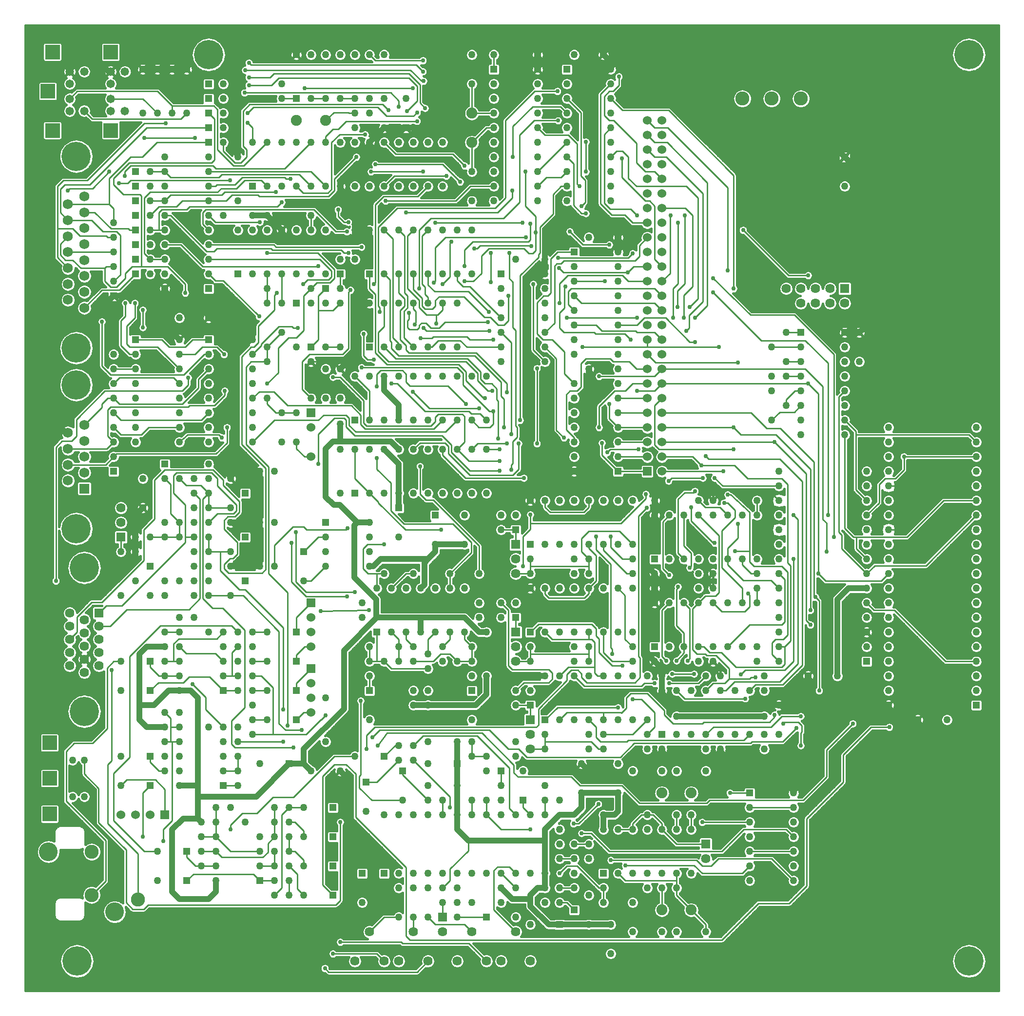
<source format=gtl>
G04*
G04  File:            TOPBOARD-V5.3.0.GTL, Sat Oct 04 01:36:21 2025*
G04  Source:          P-CAD 2006 PCB, Version 19.02.958, (D:\PCAD-2006\Projects\Pentagon-4096\Hardware\TopBoard-v5.3.0.PCB)*
G04  Format:          Gerber Format (RS-274-D), ASCII*
G04*
G04  Format Options:  Absolute Positioning*
G04                   Leading-Zero Suppression*
G04                   Scale Factor 1:1*
G04                   NO Circular Interpolation*
G04                   Inch Units*
G04                   Numeric Format: 4.4 (XXXX.XXXX)*
G04                   G54 NOT Used for Aperture Change*
G04                   Apertures Embedded*
G04*
G04  File Options:    Offset = (0.0mil,0.0mil)*
G04                   Drill Symbol Size = 80.0mil*
G04                   No Pad/Via Holes*
G04*
G04  File Contents:   Pads*
G04                   Vias*
G04                   No Designators*
G04                   No Types*
G04                   No Values*
G04                   No Drill Symbols*
G04                   Top*
G04*
%INTOPBOARD-V5.3.0.GTL*%
%ICAS*%
%MOIN*%
G04*
G04  Aperture MACROs for general use --- invoked via D-code assignment *
G04*
G04  General MACRO for flashed round with rotation and/or offset hole *
%AMROTOFFROUND*
1,1,$1,0.0000,0.0000*
1,0,$2,$3,$4*%
G04*
G04  General MACRO for flashed oval (obround) with rotation and/or offset hole *
%AMROTOFFOVAL*
21,1,$1,$2,0.0000,0.0000,$3*
1,1,$4,$5,$6*
1,1,$4,0-$5,0-$6*
1,0,$7,$8,$9*%
G04*
G04  General MACRO for flashed oval (obround) with rotation and no hole *
%AMROTOVALNOHOLE*
21,1,$1,$2,0.0000,0.0000,$3*
1,1,$4,$5,$6*
1,1,$4,0-$5,0-$6*%
G04*
G04  General MACRO for flashed rectangle with rotation and/or offset hole *
%AMROTOFFRECT*
21,1,$1,$2,0.0000,0.0000,$3*
1,0,$4,$5,$6*%
G04*
G04  General MACRO for flashed rectangle with rotation and no hole *
%AMROTRECTNOHOLE*
21,1,$1,$2,0.0000,0.0000,$3*%
G04*
G04  General MACRO for flashed rounded-rectangle *
%AMROUNDRECT*
21,1,$1,$2-$4,0.0000,0.0000,$3*
21,1,$1-$4,$2,0.0000,0.0000,$3*
1,1,$4,$5,$6*
1,1,$4,$7,$8*
1,1,$4,0-$5,0-$6*
1,1,$4,0-$7,0-$8*
1,0,$9,$10,$11*%
G04*
G04  General MACRO for flashed rounded-rectangle with rotation and no hole *
%AMROUNDRECTNOHOLE*
21,1,$1,$2-$4,0.0000,0.0000,$3*
21,1,$1-$4,$2,0.0000,0.0000,$3*
1,1,$4,$5,$6*
1,1,$4,$7,$8*
1,1,$4,0-$5,0-$6*
1,1,$4,0-$7,0-$8*%
G04*
G04  General MACRO for flashed regular polygon *
%AMREGPOLY*
5,1,$1,0.0000,0.0000,$2,$3+$4*
1,0,$5,$6,$7*%
G04*
G04  General MACRO for flashed regular polygon with no hole *
%AMREGPOLYNOHOLE*
5,1,$1,0.0000,0.0000,$2,$3+$4*%
G04*
G04  General MACRO for target *
%AMTARGET*
6,0,0,$1,$2,$3,4,$4,$5,$6*%
G04*
G04  General MACRO for mounting hole *
%AMMTHOLE*
1,1,$1,0,0*
1,0,$2,0,0*
$1=$1-$2*
$1=$1/2*
21,1,$2+$1,$3,0,0,$4*
21,1,$3,$2+$1,0,0,$4*%
G04*
G04*
G04  D10 : "Ellipse X10.0mil Y10.0mil H0.0mil 0.0deg (0.0mil,0.0mil) Draw"*
G04  Disc: OuterDia=0.0100*
%ADD10C, 0.0100*%
G04  D11 : "Ellipse X15.0mil Y15.0mil H0.0mil 0.0deg (0.0mil,0.0mil) Draw"*
G04  Disc: OuterDia=0.0150*
%ADD11C, 0.0150*%
G04  D12 : "Ellipse X16.0mil Y16.0mil H0.0mil 0.0deg (0.0mil,0.0mil) Draw"*
G04  Disc: OuterDia=0.0160*
%ADD12C, 0.0160*%
G04  D13 : "Ellipse X20.0mil Y20.0mil H0.0mil 0.0deg (0.0mil,0.0mil) Draw"*
G04  Disc: OuterDia=0.0200*
%ADD13C, 0.0200*%
G04  D14 : "Ellipse X25.0mil Y25.0mil H0.0mil 0.0deg (0.0mil,0.0mil) Draw"*
G04  Disc: OuterDia=0.0250*
%ADD14C, 0.0250*%
G04  D15 : "Ellipse X30.0mil Y30.0mil H0.0mil 0.0deg (0.0mil,0.0mil) Draw"*
G04  Disc: OuterDia=0.0300*
%ADD15C, 0.0300*%
G04  D16 : "Ellipse X40.0mil Y40.0mil H0.0mil 0.0deg (0.0mil,0.0mil) Draw"*
G04  Disc: OuterDia=0.0400*
%ADD16C, 0.0400*%
G04  D17 : "Ellipse X5.0mil Y5.0mil H0.0mil 0.0deg (0.0mil,0.0mil) Draw"*
G04  Disc: OuterDia=0.0050*
%ADD17C, 0.0050*%
G04  D18 : "Ellipse X6.0mil Y6.0mil H0.0mil 0.0deg (0.0mil,0.0mil) Draw"*
G04  Disc: OuterDia=0.0060*
%ADD18C, 0.0060*%
G04  D19 : "Ellipse X8.0mil Y8.0mil H0.0mil 0.0deg (0.0mil,0.0mil) Draw"*
G04  Disc: OuterDia=0.0080*
%ADD19C, 0.0080*%
G04  D20 : "Ellipse X9.8mil Y9.8mil H0.0mil 0.0deg (0.0mil,0.0mil) Draw"*
G04  Disc: OuterDia=0.0098*
%ADD20C, 0.0098*%
G04  D21 : "Ellipse X9.8mil Y9.8mil H0.0mil 0.0deg (0.0mil,0.0mil) Draw"*
G04  Disc: OuterDia=0.0098*
%ADD21C, 0.0098*%
G04  D22 : "Ellipse X111.0mil Y111.0mil H0.0mil 0.0deg (0.0mil,0.0mil) Flash"*
G04  Disc: OuterDia=0.1110*
%ADD22C, 0.1110*%
G04  D23 : "Ellipse X128.0mil Y128.0mil H0.0mil 0.0deg (0.0mil,0.0mil) Flash"*
G04  Disc: OuterDia=0.1280*
%ADD23C, 0.1280*%
G04  D24 : "Ellipse X143.0mil Y143.0mil H0.0mil 0.0deg (0.0mil,0.0mil) Flash"*
G04  Disc: OuterDia=0.1430*
%ADD24C, 0.1430*%
G04  D25 : "Ellipse X200.0mil Y200.0mil H0.0mil 0.0deg (0.0mil,0.0mil) Flash"*
G04  Disc: OuterDia=0.2000*
%ADD25C, 0.2000*%
G04  D26 : "Ellipse X215.0mil Y215.0mil H0.0mil 0.0deg (0.0mil,0.0mil) Flash"*
G04  Disc: OuterDia=0.2150*
%ADD26C, 0.2150*%
G04  D27 : "Ellipse X50.0mil Y50.0mil H0.0mil 0.0deg (0.0mil,0.0mil) Flash"*
G04  Disc: OuterDia=0.0500*
%ADD27C, 0.0500*%
G04  D28 : "Ellipse X58.0mil Y58.0mil H0.0mil 0.0deg (0.0mil,0.0mil) Flash"*
G04  Disc: OuterDia=0.0580*
%ADD28C, 0.0580*%
G04  D29 : "Ellipse X60.0mil Y60.0mil H0.0mil 0.0deg (0.0mil,0.0mil) Flash"*
G04  Disc: OuterDia=0.0600*
%ADD29C, 0.0600*%
G04  D30 : "Ellipse X64.0mil Y64.0mil H0.0mil 0.0deg (0.0mil,0.0mil) Flash"*
G04  Disc: OuterDia=0.0640*
%ADD30C, 0.0640*%
G04  D31 : "Ellipse X65.0mil Y65.0mil H0.0mil 0.0deg (0.0mil,0.0mil) Flash"*
G04  Disc: OuterDia=0.0650*
%ADD31C, 0.0650*%
G04  D32 : "Ellipse X69.0mil Y69.0mil H0.0mil 0.0deg (0.0mil,0.0mil) Flash"*
G04  Disc: OuterDia=0.0690*
%ADD32C, 0.0690*%
G04  D33 : "Ellipse X73.0mil Y73.0mil H0.0mil 0.0deg (0.0mil,0.0mil) Flash"*
G04  Disc: OuterDia=0.0730*
%ADD33C, 0.0730*%
G04  D34 : "Ellipse X75.0mil Y75.0mil H0.0mil 0.0deg (0.0mil,0.0mil) Flash"*
G04  Disc: OuterDia=0.0750*
%ADD34C, 0.0750*%
G04  D35 : "Ellipse X79.0mil Y79.0mil H0.0mil 0.0deg (0.0mil,0.0mil) Flash"*
G04  Disc: OuterDia=0.0790*
%ADD35C, 0.0790*%
G04  D36 : "Ellipse X84.0mil Y84.0mil H0.0mil 0.0deg (0.0mil,0.0mil) Flash"*
G04  Disc: OuterDia=0.0840*
%ADD36C, 0.0840*%
G04  D37 : "Ellipse X90.0mil Y90.0mil H0.0mil 0.0deg (0.0mil,0.0mil) Flash"*
G04  Disc: OuterDia=0.0900*
%ADD37C, 0.0900*%
G04  D38 : "Ellipse X96.0mil Y96.0mil H0.0mil 0.0deg (0.0mil,0.0mil) Flash"*
G04  Disc: OuterDia=0.0960*
%ADD38C, 0.0960*%
G04  D39 : "Rectangle X114.0mil Y114.0mil H0.0mil 0.0deg (0.0mil,0.0mil) Flash"*
G04  Square: Side=0.1140, Rotation=0.0, OffsetX=0.0000, OffsetY=0.0000, HoleDia=0.0000*
%ADD39R, 0.1140 X0.1140*%
G04  D40 : "Rectangle X50.0mil Y50.0mil H0.0mil 0.0deg (0.0mil,0.0mil) Flash"*
G04  Square: Side=0.0500, Rotation=0.0, OffsetX=0.0000, OffsetY=0.0000, HoleDia=0.0000*
%ADD40R, 0.0500 X0.0500*%
G04  D41 : "Rectangle X60.0mil Y60.0mil H0.0mil 0.0deg (0.0mil,0.0mil) Flash"*
G04  Square: Side=0.0600, Rotation=0.0, OffsetX=0.0000, OffsetY=0.0000, HoleDia=0.0000*
%ADD41R, 0.0600 X0.0600*%
G04  D42 : "Rectangle X64.0mil Y64.0mil H0.0mil 0.0deg (0.0mil,0.0mil) Flash"*
G04  Square: Side=0.0640, Rotation=0.0, OffsetX=0.0000, OffsetY=0.0000, HoleDia=0.0000*
%ADD42R, 0.0640 X0.0640*%
G04  D43 : "Rectangle X65.0mil Y65.0mil H0.0mil 0.0deg (0.0mil,0.0mil) Flash"*
G04  Square: Side=0.0650, Rotation=0.0, OffsetX=0.0000, OffsetY=0.0000, HoleDia=0.0000*
%ADD43R, 0.0650 X0.0650*%
G04  D44 : "Rectangle X69.0mil Y69.0mil H0.0mil 0.0deg (0.0mil,0.0mil) Flash"*
G04  Square: Side=0.0690, Rotation=0.0, OffsetX=0.0000, OffsetY=0.0000, HoleDia=0.0000*
%ADD44R, 0.0690 X0.0690*%
G04  D45 : "Rectangle X75.0mil Y75.0mil H0.0mil 0.0deg (0.0mil,0.0mil) Flash"*
G04  Square: Side=0.0750, Rotation=0.0, OffsetX=0.0000, OffsetY=0.0000, HoleDia=0.0000*
%ADD45R, 0.0750 X0.0750*%
G04  D46 : "Rectangle X79.0mil Y79.0mil H0.0mil 0.0deg (0.0mil,0.0mil) Flash"*
G04  Square: Side=0.0790, Rotation=0.0, OffsetX=0.0000, OffsetY=0.0000, HoleDia=0.0000*
%ADD46R, 0.0790 X0.0790*%
G04  D47 : "Rectangle X84.0mil Y84.0mil H0.0mil 0.0deg (0.0mil,0.0mil) Flash"*
G04  Square: Side=0.0840, Rotation=0.0, OffsetX=0.0000, OffsetY=0.0000, HoleDia=0.0000*
%ADD47R, 0.0840 X0.0840*%
G04  D48 : "Rectangle X99.0mil Y99.0mil H0.0mil 0.0deg (0.0mil,0.0mil) Flash"*
G04  Square: Side=0.0990, Rotation=0.0, OffsetX=0.0000, OffsetY=0.0000, HoleDia=0.0000*
%ADD48R, 0.0990 X0.0990*%
G04  D49 : "Ellipse X30.0mil Y30.0mil H0.0mil 0.0deg (0.0mil,0.0mil) Flash"*
G04  Disc: OuterDia=0.0300*
%ADD49C, 0.0300*%
G04  D50 : "Ellipse X45.0mil Y45.0mil H0.0mil 0.0deg (0.0mil,0.0mil) Flash"*
G04  Disc: OuterDia=0.0450*
%ADD50C, 0.0450*%
G04*
%FSLAX44Y44*%
%SFA1B1*%
%OFA0.0000B0.0000*%
G04*
G70*
G90*
G01*
D2*
%LNTop*%
D12*
X100750Y175100*
X100850Y175000D1*
D2*
D10*
X103800Y170400*
X103250Y169850D1*
X104500Y169250D2*
Y168300D1*
D2*
D12*
X104075Y175725*
X104500Y176150D1*
X104075Y175575D2*
Y175725D1*
X104000Y175500D2*
X104075Y175575D1*
X104000Y175400D2*
Y175500D1*
X103600Y175000D2*
X104000Y175400D1*
D2*
D10*
Y178000*
X103500Y177500D1*
X104000Y179050D2*
Y178000D1*
D2*
D16*
X103265Y191750*
X103381Y191634D1*
D2*
D10*
X103625Y191075*
X103950Y191400D1*
X102550Y190650D2*
X102975Y191075D1*
X103625*
X103200Y203450D2*
X102850Y203800D1*
X103700Y203450D2*
X103200D1*
X103379Y202910D2*
X102650Y203639D1*
X104250Y202900D2*
X103700Y203450D1*
X103379Y206179D2*
X102850Y206709D1*
Y204560D2*
X103379Y205089D1*
X103700Y205600D2*
X104200Y205100D1*
X102650Y205600D2*
X103700D1*
X103500Y208350D2*
X103350Y208200D1*
X102850Y208300D2*
X103150Y208600D1*
X104850*
X103050Y208900D2*
X102650Y208500D1*
X104700Y208900D2*
X103050D1*
X104011Y215000D2*
X103500Y214488D1*
D2*
D16*
Y217000*
Y216338D1*
D2*
D10*
X107350Y159500*
X107800Y159050D1*
X107000Y167500D2*
X107400Y167900D1*
X107600Y169450D2*
X106500Y168350D1*
X106350Y169200D2*
X106100Y168950D1*
X106500Y176000D2*
X106050Y175550D1*
X107000Y176000D2*
X106500D1*
X106250Y178400D2*
X105500D1*
X107400Y179550D2*
X106250Y178400D1*
X106000Y179800D2*
X105500Y179300D1*
X107050Y179800D2*
X106000D1*
X107000Y184500D2*
Y183500D1*
X106500Y190000D2*
X105954Y189454D1*
X106500Y191000D2*
X106100Y191400D1*
X106500Y191000D2*
X106044Y190544D1*
X106700Y190200D2*
X106500Y190000D1*
Y194000D2*
X106900Y193600D1*
X105700D2*
Y193378D1*
X106100Y194000D2*
X105700Y193600D1*
X106500Y194000D2*
X106100D1*
Y193200D2*
X106300Y193400D1*
X107000Y192500D2*
X106500Y193000D1*
X106300Y195600D2*
X105700Y196200D1*
X107600Y197000D2*
X107000Y197600D1*
X107400Y197700D2*
X107600Y197500D1*
X107000Y199300D2*
X107300Y199600D1*
Y200500*
X105700Y199200D2*
Y199250D1*
X106950Y202450D2*
X106500Y202000D1*
X106300Y201600D2*
X105900Y202000D1*
X106700Y201600D2*
X106300D1*
X107300Y202200D2*
X106700Y201600D1*
X107300Y202550D2*
Y202200D1*
X107750Y203000D2*
X107300Y202550D1*
X105900Y202000D2*
Y202900D1*
X106000Y203000*
X106500*
X105714Y201400D2*
X106900D1*
X107500Y205600D2*
X107600Y205500D1*
X106324Y205600D2*
X107500D1*
X105200Y206724D2*
X106324Y205600D1*
X106700Y205400D2*
X106950Y205150D1*
X105779Y205400D2*
X106700D1*
X106100Y205000D2*
X106500D1*
X106000Y205100D2*
X106100Y205000D1*
X106200Y209500D2*
X105050Y208350D1*
X106200Y209050D2*
Y207269D1*
X106500Y208600D2*
Y209050D1*
X107150Y207950D2*
X106500Y208600D1*
X107650Y208900D2*
X107450Y208700D1*
X106850*
X107650Y209900D2*
X107250Y209500D1*
Y209200*
D2*
D16*
X106161Y216338*
X106295D1*
X105500Y217000D2*
X106161Y216338D1*
D2*
D10*
X108550Y159050*
X108850Y159350D1*
X108600Y163000D2*
X109500D1*
X109900Y164500D2*
Y163700D1*
X110000Y167250D2*
Y165500D1*
X109350Y167900D2*
X110000Y167250D1*
X108500Y167000D2*
X109000Y167500D1*
Y169100D2*
Y169500D1*
X109600Y168500D2*
X109000Y169100D1*
X110000Y168500D2*
X109600D1*
X110400Y170500D2*
X110000D1*
X110500D2*
X110400D1*
D2*
D16*
X109250Y173000*
X108250D1*
X108750Y171500D2*
X110000D1*
X108250Y172000D2*
X108750Y171500D1*
X108250Y173000D2*
Y172000D1*
D2*
D10*
X110400Y172100*
X110000Y172500D1*
X110400Y171500D2*
Y172100D1*
X110600Y176000D2*
X110000D1*
X109000Y175600D2*
Y176000D1*
X109600Y175000D2*
X109000Y175600D1*
X110000Y175000D2*
X109600D1*
X109000Y184500D2*
X110000D1*
X109300Y185750D2*
X108550Y185000D1*
X110400Y188100D2*
X110000Y188500D1*
X110400Y186100D2*
Y188100D1*
X110600Y188700D2*
X110800Y188900D1*
X110600Y187500D2*
Y188700D1*
D2*
D16*
X110000Y200500*
Y199000D1*
D2*
D10*
X108500Y200050*
Y198850D1*
X109000Y203500D2*
X110000D1*
X109000D2*
X108600Y203900D1*
X108400Y203000D2*
X110200D1*
X110400Y206500D2*
X110000D1*
X109600Y205500D2*
X109000D1*
X109600Y206700D2*
Y205500D1*
X109800Y206900D2*
X109600Y206700D1*
Y205500D2*
X110000D1*
X108400Y207850D2*
X108300Y207950D1*
X108600Y207700D2*
X109000Y208100D1*
X110000Y207500D2*
X110400Y207900D1*
X110000Y207500D2*
X109000D1*
X110000Y209500D2*
X110400Y209100D1*
X110000Y209500D2*
X109000D1*
X110800Y207100D2*
X109600D1*
X108450Y210500D2*
X109450Y211500D1*
X110050Y212800D2*
X108600D1*
X109500Y213500D2*
X108511Y214488D1*
X110500Y214000D2*
Y213500D1*
Y214000D2*
X109500Y215000D1*
D2*
D16*
Y216500*
X108500D1*
X110500D2*
X109500D1*
X113500Y160250D2*
Y161000D1*
X113000Y159750D2*
X113500Y160250D1*
D2*
D10*
X111950Y161450*
X111500Y161000D1*
X113500Y163000D2*
X112500D1*
X113500D2*
X113900Y162600D1*
X111500D2*
Y163000D1*
X113500Y164000D2*
X112500D1*
D2*
D16*
X112250Y167500*
Y166750D1*
Y165250*
X111250*
D2*
D10*
X112800Y173550*
Y172700D1*
X111650Y174950D2*
X111250Y174550D1*
X113050Y174950D2*
X111650D1*
X111450Y176550D2*
X113450D1*
X113000Y183500D2*
Y184500D1*
Y183500D2*
X113800D1*
X111400Y184500D2*
X112000D1*
X111400D2*
Y184150D1*
X113000Y186500D2*
Y187500D1*
X112450Y188050D2*
X111450D1*
X113000Y187500D2*
X112450Y188050D1*
X113000Y187500D2*
X112600Y187100D1*
X112000Y187500D2*
X112400Y187100D1*
X113600Y188500D2*
Y188000D1*
X113200Y188900D2*
X113600Y188500D1*
X113700Y191500D2*
X113900Y191300D1*
X113700Y191500D2*
X111550D1*
X111200Y193600D2*
X112300Y194700D1*
X113000Y193000D2*
X112500Y192500D1*
X111200Y194500D2*
X111600Y194900D1*
Y193400D2*
X111700Y193500D1*
X113400*
X112300Y195300D2*
X113000Y196000D1*
Y197000D2*
X112700D1*
X111300Y195600*
X113550Y197500D2*
X112550D1*
X112050Y197000*
D2*
D16*
X113000Y200250*
X112750Y200500D1*
X113000Y199500D2*
Y200250D1*
D2*
D10*
X113450Y202050*
X113000Y202500D1*
X111400Y201800D2*
Y201200D1*
X113450Y206050D2*
X113000Y206500D1*
X113350Y204050D2*
X112850D1*
X113550Y204250D2*
X113350Y204050D1*
X112600Y206700D2*
X112800Y206900D1*
X112600Y205900D2*
Y206700D1*
X113000Y205500D2*
X112600Y205900D1*
X113450Y208500D2*
X113000D1*
X113550Y208600D2*
X113450Y208500D1*
X113600Y208100D2*
X113850Y208350D1*
X113700Y209100D2*
X113900Y209300D1*
X113000Y207500D2*
X111200D1*
X113500Y209700D2*
X113300Y209900D1*
X113200Y210100D2*
X113400Y210300D1*
X111500Y213500D2*
X111100Y213100D1*
X113400D2*
X113000Y213500D1*
X113350Y214000D2*
X113600Y213750D1*
X116500Y161000D2*
X116050Y161450D1*
X114500Y163000D2*
X116500D1*
X114500Y164500D2*
Y164800D1*
X115300Y165600D2*
X116300D1*
X114550Y170350D2*
X114800Y170100D1*
X115000Y168500D2*
Y169500D1*
X115450Y172850D2*
X114550Y171950D1*
X116600Y175000D2*
X116000D1*
X114600D2*
X115000D1*
X114600D2*
Y176600D1*
X115000Y178000D2*
X114550Y178450D1*
D2*
D16*
X116500Y182500*
X114500D1*
D2*
D10*
X114050Y182350*
Y182650D1*
X114350Y182050D2*
X114050Y182350D1*
X116650Y182050D2*
X114350D1*
X116900Y182300D2*
X116650Y182050D1*
X115500Y180900D2*
X115100D1*
X114500Y180500D2*
X115350D1*
D2*
D16*
X116500Y185500*
X114500D1*
D2*
D10*
X114300Y185900*
X114800D1*
X114050Y185650D2*
X114300Y185900D1*
X114050Y185050D2*
Y185650D1*
X114950Y184150D2*
X114050Y185050D1*
X114950Y183350D2*
Y184150D1*
X114650Y183050D2*
X114950Y183350D1*
X114450Y183050D2*
X114650D1*
D2*
D16*
X114500Y188750*
Y188500D1*
D2*
D10*
X114900Y186300*
X114700Y186100D1*
X114900Y186700D2*
Y186300D1*
X115100Y186200D2*
Y186950D1*
X115250Y190850D2*
X116900Y189200D1*
X116450Y194450D2*
X116000Y194000D1*
X114100Y194200D2*
Y194500D1*
X115900Y196500D2*
X115550Y196150D1*
X116600Y197600D2*
Y197700D1*
X116000Y197000D2*
X116600Y197600D1*
X115900Y197500D2*
X115250Y196850D1*
X116100Y197500D2*
X115900D1*
X116400Y197800D2*
X116100Y197500D1*
D2*
D16*
X116000Y199000*
X115500Y199500D1*
D2*
D10*
X115300Y209100*
X114800Y208600D1*
X114700Y209900D2*
X115400D1*
X115450Y208900D2*
X116600D1*
X114900Y208350D2*
X115450Y208900D1*
X116350Y207900D2*
X116450Y207800D1*
X114600Y207900D2*
X116350D1*
X114200Y207500D2*
X114600Y207900D1*
X116000Y212500D2*
Y211500D1*
X115650Y212850D2*
X116000Y212500D1*
X115200Y210100D2*
X114800D1*
X115600Y210500D2*
X115200Y210100D1*
X115600Y211000D2*
Y210500D1*
X115350Y211250D2*
X115600Y211000D1*
X115800Y214100D2*
X115350Y213650D1*
X115650Y213500D2*
X116050Y213900D1*
X115900Y216800D2*
X115750Y216950D1*
X118500Y161000D2*
Y160000D1*
X119050Y160450D2*
X119500Y160000D1*
X119050Y161450D2*
Y160450D1*
X117500Y160000D2*
X118000Y160500D1*
X117050Y163550D2*
X117500Y164000D1*
X117050Y162950D2*
Y163550D1*
X118500Y163000D2*
Y164000D1*
X118900Y163000D2*
X119500Y162400D1*
X118500Y163000D2*
X118900D1*
X119500Y164400D2*
Y164000D1*
X118500Y166000D2*
X119500D1*
X118000Y165500D2*
X118500Y166000D1*
X117400Y166700D2*
X118800D1*
D2*
D16*
X118500Y169000*
X119500D1*
Y170000D2*
Y169000D1*
D2*
D10*
X118250Y171300*
X119350D1*
X117800Y171750D2*
X118250Y171300D1*
X119000Y172000D2*
X119500Y172500D1*
X119000Y176000D2*
Y176450D1*
Y178000D2*
Y179000D1*
X118950Y181450D2*
X119650Y180750D1*
X117100Y182000D2*
X118400Y180700D1*
X119650Y180450D2*
X118650Y181450D1*
X117500Y183950D2*
X118750Y185200D1*
X119500*
X119700Y185000*
X119000Y190550D2*
X119550Y190000D1*
X119000Y191000D2*
Y190550D1*
X118400Y193500D2*
X117450Y194450D1*
X118000Y193000D2*
X119000D1*
X118000D2*
X117600D1*
X117750Y197450D2*
Y195750D1*
X119900Y197000D2*
X119400Y196500D1*
X118800Y198800D2*
X119100D1*
X118700Y198900D2*
X118800Y198800D1*
X117800Y198900D2*
X118700D1*
X119500Y198650D2*
X119000Y198150D1*
X118450*
X119750Y202100D2*
X119450Y201800D1*
X117650Y201200D2*
X117500Y201050D1*
D2*
D16*
X118000Y205000*
X118250Y204750D1*
X118000Y205500D2*
Y205000D1*
D2*
D10*
X117600Y204350*
X117450Y204500D1*
X117350Y204150D2*
X117250Y204250D1*
X118300Y209000D2*
X118200Y209100D1*
X118600Y209000D2*
X118300D1*
X119450Y208050D2*
X119000Y208500D1*
X118000Y207400D2*
X117700Y207100D1*
X117300Y215400D2*
X117800Y215900D1*
X119000Y214500D2*
X118000D1*
X120950Y155000D2*
X121200Y154750D1*
X121700Y159350D2*
X122000Y159650D1*
X120800Y160700D2*
X121500Y160000D1*
X122400Y168950D2*
X121600D1*
X120800Y168150*
X120700Y172000D2*
X120650D1*
X121000Y172300D2*
X120700Y172000D1*
X121000Y184500D2*
X120500D1*
X122400Y185000D2*
X122500Y185100D1*
D2*
D16*
X121550Y186700*
X121000Y187250D1*
X121950Y186700D2*
X121550D1*
D2*
D10*
X120500Y191550*
Y189500D1*
D2*
D16*
X121000Y190550*
X121500Y191050D1*
X122000*
D2*
D10*
X120850Y192850*
X120500Y192500D1*
X122600Y192650D2*
X122400Y192850D1*
X122600Y192150D2*
Y192650D1*
X122400Y192850D2*
X120850D1*
X122400Y192050D2*
Y192500D1*
X122250Y192650*
X121600*
X122000Y196000D2*
X121500Y196500D1*
X121000Y197500D2*
X122000D1*
Y195450D2*
X121500D1*
X122550Y197400D2*
X122150Y197000D1*
X121500Y200000D2*
X122000Y200500D1*
X120500Y200000D2*
X121500D1*
X122000Y201500D2*
Y202500D1*
X121400Y202300D2*
X121200Y202100D1*
X121400Y202700D2*
Y202300D1*
X120600Y203500D2*
X121400Y202700D1*
X121600Y202200D2*
Y202800D1*
X121300Y201900D2*
X121600Y202200D1*
X120400Y201900D2*
X121300D1*
X120450Y203000D2*
X120500Y203050D1*
X122550Y201250D2*
X122700Y201400D1*
X121850Y206450D2*
Y206900D1*
X122250Y206050D2*
X121850Y206450D1*
X122550Y206050D2*
X122250D1*
X121700Y205400D2*
X122450D1*
X120200Y206900D2*
X121700Y205400D1*
D2*
D16*
X122000Y208500*
Y208000D1*
Y208500D2*
Y208750D1*
D2*
D10*
X121400Y208300*
X121150Y208050D1*
X121600Y208200D2*
Y209000D1*
X121200Y207800D2*
X121600Y208200D1*
X121950Y212050D2*
X121400Y211500D1*
X121500Y212400D2*
X121850D1*
X121000Y211900D2*
X121500Y212400D1*
X121000Y211500D2*
Y211900D1*
X122550Y213550D2*
X121550D1*
X122600Y213500D2*
X122550Y213550D1*
X124000Y157500D2*
X125000Y158500D1*
X123750Y167750D2*
X124500D1*
X123300Y167350D2*
X124150Y166500D1*
X123400Y168250D2*
X123300Y168150D1*
X125000Y169500D2*
X125750Y170250D1*
X125000Y176000D2*
X124500D1*
X125000D2*
X125500Y175500D1*
X124000Y176000D2*
X124500D1*
D2*
D16*
X124450Y179050*
X124500Y179000D1*
X124250Y182500D2*
X124000D1*
D2*
D10*
X124500Y182000*
X125000D1*
X123900D2*
X124500D1*
X123550Y182350D2*
X123900Y182000D1*
X124500Y181000D2*
Y182000D1*
X125000Y184000D2*
X123850D1*
X123550Y183700*
X125450Y186300D2*
Y188200D1*
X124600Y186900D2*
Y186850D1*
X124000Y187500D2*
X124600Y186900D1*
X124500Y189150D2*
Y189900D1*
X123600Y192300D2*
Y193850D1*
X123800Y192100D2*
X123600Y192300D1*
X123400Y192200D2*
Y192850D1*
X124000Y192500D2*
Y194500D1*
X125800Y196700D2*
X125000Y197500D1*
X125300Y196500D2*
X124600Y197200D1*
X125200Y196300D2*
X124400Y197100D1*
X123850Y196650D2*
X123600Y196900D1*
X124300Y196650D2*
X123850D1*
X124500Y195650D2*
X124750Y195900D1*
X125500Y197400D2*
Y197850D1*
D2*
D16*
X123250Y200500*
X124000D1*
D2*
D10*
X125000Y198900*
Y200500D1*
X124600Y198500D2*
X125000Y198900D1*
X124700Y200200D2*
X124600Y200300D1*
X124700Y199900D2*
Y200200D1*
D2*
D16*
X124000Y203500*
X123250Y202750D1*
D2*
D10*
X124000Y201500*
Y202500D1*
X124400Y201100D2*
X124000Y201500D1*
X125400Y202100D2*
X125000Y202500D1*
X124400Y201900D2*
X124300Y201800D1*
X125000Y205500D2*
X125600Y204900D1*
X124950Y207800D2*
X124400Y207250D1*
X125700Y209200D2*
X125000Y208500D1*
D2*
D16*
X124000Y211500*
X125000Y212500D1*
X124000Y210750D2*
Y211500D1*
D2*
D10*
X125800Y210700*
X125000Y211500D1*
X125300Y213700D2*
X124900Y214100D1*
X124550Y213900D2*
X125150Y213300D1*
X124400Y217100D2*
X124000Y217500D1*
X127250Y154750D2*
X128000Y155500D1*
X126150Y156800D2*
X126250Y156700D1*
X127000Y157500D2*
Y158500D1*
X128000D2*
X128500Y158000D1*
X126750Y156950D2*
X126500Y157200D1*
X127000Y170250D2*
X127650Y170900D1*
X126250Y168250D2*
Y168500D1*
D2*
D16*
X128000Y173000*
X127000D1*
D2*
D10*
Y176000*
X128350D1*
X128850Y176500*
D2*
D16*
X127500Y179000*
Y178000D1*
D2*
D10*
X126500Y177500*
Y178000D1*
X128000Y177500D2*
X128500Y178000D1*
D2*
D16*
X127750Y181250*
X127500Y181000D1*
X127750Y182750D2*
Y181250D1*
D2*
D10*
X127000Y182000*
X126500D1*
D2*
D16*
X128500Y184000*
Y183500D1*
D2*
D10*
X126450Y185000*
X128900D1*
X127850Y187050D2*
X127450Y187450D1*
X128350Y187050D2*
X127850D1*
X127000Y190500D2*
X127450Y190950D1*
X128100Y193300D2*
X126950Y194450D1*
X128700Y192900D2*
X128500Y192700D1*
Y192400*
X128200Y192100*
X128250Y197500D2*
X128000D1*
X126500Y195650D2*
Y195100D1*
X126250Y195900D2*
X126500Y195650D1*
X126700Y197100D2*
X126500Y197300D1*
Y197600*
X128350Y198200D2*
X128250Y198100D1*
X127400Y200700D2*
Y200200D1*
X127900Y199700*
X128000Y200900D2*
Y200500D1*
X127600Y200300D2*
Y200850D1*
X127800Y200100D2*
X127600Y200300D1*
X126100Y200000D2*
X126400Y200300D1*
X126600Y200200D2*
X126350Y199950D1*
Y198150*
X126700Y199850D2*
Y199400D1*
X126600Y199300D2*
Y198850D1*
X126700Y199400D2*
X126600Y199300D1*
X128250Y198100D2*
X127500D1*
X128500Y200300D2*
X128300Y200100D1*
X128500Y200700D2*
Y200300D1*
X128300Y200100D2*
X127800D1*
X127000Y200500D2*
Y200100D1*
X127150Y199950*
Y199200*
X126600Y198850D2*
X126725Y198725D1*
X128200Y198800D2*
X128750D1*
X127850Y199150D2*
X128200Y198800D1*
X128550Y199700D2*
X128650D1*
X127900D2*
X128550D1*
Y199100*
X127150Y199200D2*
X127100Y199050D1*
X127700Y198800D2*
X127900Y198600D1*
X127400Y199000D2*
X127550Y199150D1*
X127850*
X126725Y198725D2*
X127275D1*
X127400Y198850*
Y199000*
X126400Y200300D2*
Y200800D1*
X127000Y201450D2*
Y202500D1*
X128000D2*
Y201750D1*
X128450Y201300*
X128500Y202000D2*
X128400Y201900D1*
X127600Y201800D2*
X127800Y201600D1*
Y201100*
X127000Y205500D2*
X126600Y205100D1*
X128000Y205500D2*
X127600Y205100D1*
X128200Y206300D2*
X127400Y205500D1*
X128000Y208500D2*
X127300Y207800D1*
D2*
D16*
X128250Y212500*
X126500D1*
D2*
D10*
X127450Y214200*
X127800Y213850D1*
X127450Y215450D2*
Y214200D1*
X126700Y215900D2*
X127250Y215350D1*
Y214350*
X126550Y213650*
X127000Y213300D2*
X127250Y213550D1*
X127550Y215700D2*
X127700D1*
X127200Y216800D2*
X127650Y216350D1*
X130500Y158000D2*
X131000Y157500D1*
X129500Y161800D2*
Y161000D1*
X130750Y163750D2*
Y163050D1*
D2*
D16*
X130000Y164500*
X130750Y163750D1*
X130000Y165500D2*
Y167500D1*
D2*
D10*
X131000Y165500*
Y166500D1*
X129500Y166000D2*
Y166750D1*
D2*
D16*
X130000Y169000*
Y170500D1*
D2*
D10*
X131000Y169500*
Y170500D1*
X130000Y176000D2*
X131000D1*
X129500Y176500D2*
X130000Y176000D1*
D2*
D16*
X130500Y179000*
X131500Y178000D1*
D2*
D10*
X129500Y177500*
Y178000D1*
X130500Y177500D2*
Y178000D1*
X129500Y182000D2*
Y181000D1*
X130950Y184150D2*
X129700Y185400D1*
X130950Y183450D2*
Y184150D1*
X131000Y190500D2*
X131400Y190900D1*
X129600Y190300D2*
Y190800D1*
X130850Y189050D2*
X129600Y190300D1*
X129400Y190700D2*
Y190200D1*
X129150Y190950D2*
X129400Y190700D1*
X130000Y190500D2*
X130800Y189700D1*
X130000Y190500D2*
X130500Y191000D1*
X130950Y192950D2*
X130800Y193100D1*
X131550Y192950D2*
X130950D1*
X131900Y194000D2*
X131800D1*
X130500Y192750D2*
X130350Y192900D1*
X129350Y194850D2*
X130600Y193600D1*
X131600Y195800D2*
X130700Y196700D1*
X131600Y195300D2*
Y195800D1*
X131400Y195700D2*
X130600Y196500D1*
X131400Y195200D2*
Y195700D1*
X130600Y195800D2*
X130100Y196300D1*
X130600Y195200D2*
Y195800D1*
X130000Y196100D2*
X130400Y195700D1*
X131650Y203750D2*
Y202550D1*
X130000Y202050D2*
Y202500D1*
X130400Y201650D2*
X130000Y202050D1*
X130850Y201650D2*
X130400D1*
X131650Y202550D2*
X131100Y202000D1*
X130500*
Y204150D2*
X131050Y204700D1*
X131550Y204450D2*
X131350Y204250D1*
X131150*
X129500Y204600D2*
X129600Y204700D1*
X130900Y208500D2*
X129900Y207500D1*
X131000Y213500D2*
Y215500D1*
D2*
D16*
X133750Y159750*
X133000Y160500D1*
D2*
D10*
X134000*
X133000Y161500D1*
X134500Y166500D2*
Y166000D1*
X133550Y165950D2*
X134000Y165500D1*
X134150Y168100D2*
X133875Y168375D1*
Y168925*
X134200Y170000D2*
X133500D1*
X134750Y169450D2*
X134200Y170000D1*
D2*
D16*
X133000Y175500*
X133500Y175000D1*
X133000Y176750D2*
Y175500D1*
D2*
D10*
X133750Y175450*
X133500Y175700D1*
D2*
D16*
X132250Y178750*
X132750Y178250D1*
D2*
D10*
X134000Y179000*
Y178000D1*
Y185000D2*
X133000D1*
X134000D2*
Y184000D1*
D2*
D16*
X133000Y187500*
X132250Y186750D1*
D2*
D10*
X134200Y189150*
Y190900D1*
X133800Y189550D2*
X133700Y189450D1*
Y189100*
X133800Y191050D2*
Y189550D1*
X134100Y191350D2*
X133800Y191050D1*
X133200Y193950D2*
X133000Y194150D1*
X132800Y193800D2*
X132700Y193900D1*
Y194650*
X132450Y192250D2*
Y193100D1*
X132200D2*
X132450D1*
X132400Y194500D2*
X132100D1*
X133500Y199300D2*
X133200Y199000D1*
X132800*
X132250Y199550*
X133800Y198850D2*
X134000Y198650D1*
X133550Y202200D2*
X133800Y201950D1*
X134550Y204250D2*
X132150D1*
X133750Y207700D2*
Y208200D1*
X134650Y207150D2*
Y209500D1*
X133800Y210500D2*
Y212600D1*
X132500Y217500D2*
Y216500D1*
D2*
D16*
X137000Y158000*
X136250D1*
X136000Y161500D2*
Y160500D1*
X135500*
D2*
D10*
X137500Y159500*
X137000D1*
D2*
D16*
X136000Y164500*
Y163750D1*
D2*
D10*
Y165500*
Y166500D1*
Y170500D2*
Y170000D1*
X135550Y172750D2*
Y171650D1*
X135400Y171500*
X136850Y172850D2*
X136000Y172000D1*
X137000D2*
X137500Y172500D1*
X137600Y175600D2*
X137000Y175000D1*
X136250Y174550D2*
X136500Y174800D1*
Y175200D2*
X136250Y175450D1*
X136500Y174800D2*
Y175200D1*
X137800Y175400D2*
X137500Y175100D1*
Y174700*
X136500Y177500D2*
X136000Y178000D1*
Y181000D2*
Y180600D1*
X136250Y180350*
X136000Y187000D2*
Y186550D1*
X136350Y186200*
X136775Y191825D2*
X137300Y191300D1*
X137450Y194250D2*
X137700Y194500D1*
X135200Y197300D2*
X136000Y196500D1*
Y197500D2*
X136775Y196725D1*
X137325Y197175D2*
Y195675D1*
X136000Y198500D2*
X136650Y199150D1*
X135450Y200550D2*
Y198400D1*
X137000Y199850D2*
Y198800D1*
X137300Y198500*
X137325Y200175D2*
X137000Y199850D1*
D2*
D16*
X136000Y202500*
Y203500D1*
D2*
D10*
X137250Y202600*
X136950Y202900D1*
X135550Y203650D2*
Y203850D1*
X137100Y203200D2*
X137300Y203400D1*
X136800Y203200D2*
X137100D1*
X136650Y203050D2*
X136800Y203200D1*
X137550Y202400D2*
X137000Y201850D1*
X136400Y203550D2*
Y201200D1*
X137400Y201650D2*
X137325Y201575D1*
X137600Y201300D2*
X137800Y201500D1*
D2*
D16*
X136000Y205250*
X136750Y206000D1*
D2*
D10*
X135350Y205350*
Y206450D1*
Y205350D2*
Y204100D1*
X135650Y205700D2*
X136550Y206600D1*
X137100Y208500D2*
X137500D1*
X136100Y209100D2*
X135500Y208500D1*
X137100Y209100D2*
X136100D1*
X137500Y209500D2*
X137100Y209100D1*
X136550Y207950D2*
X137100Y208500D1*
X136000Y212000D2*
X135500Y212500D1*
X137600Y212000D2*
X136000D1*
X137050Y213950D2*
X137500Y213500D1*
X135300Y215000D2*
X136850D1*
X135150Y213950D2*
X137050D1*
D2*
D16*
X135500Y217500*
Y216500D1*
X139000Y158000D2*
X140500D1*
D2*
D10*
X140000Y160500*
Y159500D1*
X139700Y160500D2*
X140000D1*
X138500Y164250D2*
X139150D1*
X140400Y163000*
D2*
D16*
X138500Y167000*
Y166000D1*
X140750Y165500D2*
X140000D1*
D2*
D10*
X139150Y170500*
X139650Y170000D1*
X140000*
X139800Y170500D2*
X139500Y170800D1*
Y171500D2*
X139000Y172000D1*
X140000Y172500D2*
Y172000D1*
X140600Y175700D2*
X139700Y176600D1*
X140600Y176000D2*
X140000Y176600D1*
X139000Y176500D2*
Y176000D1*
X139400Y175200D2*
Y175600D1*
X139600Y175000D2*
X139400Y175200D1*
X140000Y175000D2*
X139600D1*
X140600Y176850D2*
Y176500D1*
X138850Y174550D2*
X138500Y174900D1*
Y175150*
X138250Y175400*
X139700Y177550D2*
X139500Y177750D1*
Y178250*
X139200Y178550*
X139000Y177550D2*
Y178000D1*
X139400Y177300D2*
X139200Y177500D1*
X139000Y182500D2*
Y182000D1*
X138700Y180350D2*
X139000Y180650D1*
Y181000*
X139500Y181500D2*
X139000Y181000D1*
X140000Y183600D2*
Y184000D1*
X140500Y184550D2*
Y183800D1*
X139000Y184000D2*
Y183750D1*
Y184900D2*
X138500Y184400D1*
Y183500*
X139000Y183750D2*
X139500Y183250D1*
Y184550D2*
Y183650D1*
X138650Y186200D2*
X139000Y186550D1*
Y187000*
X140450Y190500D2*
X140250Y190300D1*
X139900Y190950D2*
Y190100D1*
X140400Y192600D2*
Y193600D1*
X138200Y194500D2*
X138475Y194775D1*
X139700Y193450D2*
X140750Y194500D1*
X138800Y196700D2*
X140450D1*
X138475Y196375D2*
X138800Y196700D1*
X140450D2*
X140650Y196500D1*
X139900Y198600D2*
X139500Y199000D1*
X139350Y198500D2*
X139450Y198400D1*
D2*
D16*
X140500Y206000*
X139250D1*
D2*
D10*
X138800Y206650*
X138500D1*
X138600Y204500D2*
X140400D1*
X138750Y207400D2*
X138500Y207150D1*
X138750Y208900D2*
Y207400D1*
X138200Y208650D2*
X138350Y208500D1*
X138450Y209200D2*
X138750Y208900D1*
X140500Y210500D2*
X140900Y210900D1*
X140050Y212050D2*
X140500Y212500D1*
X140050Y214650D2*
Y213350D1*
X140500Y215500D2*
X139800Y214800D1*
X140400Y215000D2*
X140050Y214650D1*
X140650Y215000D2*
X140400D1*
D2*
D16*
X140500Y216500*
X139750D1*
X140500Y217000D2*
X140000Y217500D1*
X140500Y216500D2*
Y217000D1*
D2*
D10*
X142000Y164900*
Y164500D1*
X143000Y165500D2*
X142600D1*
X143000D2*
X143400D1*
X142450Y166300D2*
X141250Y167500D1*
D2*
D16*
X142500Y167750*
X141500D1*
X143000Y168750D2*
Y168250D1*
X143500Y169250D2*
X143000Y168750D1*
D2*
D10*
X142100Y170400*
X141150Y169450D1*
X141700Y170600D2*
X141600Y170500D1*
X141850Y173800D2*
X143000D1*
X142000Y173400D2*
X142600D1*
X143500Y172500*
Y171500*
X141550Y173500D2*
X141850Y173800D1*
X141550Y172800D2*
Y173500D1*
X141225Y172475D2*
X141550Y172800D1*
X141200Y172500D2*
X141225Y172475D1*
D2*
D16*
X142750Y176750*
X143500Y176000D1*
D2*
D10*
X142800Y174500*
X142600Y174300D1*
X143500Y174500D2*
X142800D1*
X142500Y174900D2*
X142150Y174550D1*
X142400Y176350D2*
X142500Y176250D1*
Y174900*
D2*
D16*
X143500Y182000*
Y181600D1*
Y181000D2*
Y181600D1*
X142750Y182750D2*
X143500Y182000D1*
D2*
D10*
X142000*
X141600D1*
D2*
D12*
X143550Y181500*
X143500Y181600D1*
D2*
D16*
Y184750*
X142750Y184000D1*
D2*
D10*
X142000*
X141100Y184900D1*
D2*
D16*
X143500Y187000*
Y188000D1*
D2*
D10*
X142900Y187150*
Y187450D1*
X143500Y190800D2*
X143800Y190500D1*
X143500Y194500D2*
X142300D1*
X142250Y196000D2*
X143000D1*
Y197000D2*
X143550Y196450D1*
X141750Y196500D2*
X142250Y196000D1*
X142800Y199500D2*
X142300Y199000D1*
Y198500D2*
X142200Y198600D1*
X143500Y198500D2*
X142300D1*
X142150Y203400D2*
X142450Y203700D1*
X142000Y203900D2*
X141700Y203600D1*
X143000Y202000D2*
X141700D1*
X141300Y202400*
X142050Y203000D2*
X143000D1*
X141650Y202600D2*
X142050Y203000D1*
X142000Y206000D2*
X143000D1*
X141450Y206550D2*
X142000Y206000D1*
X142450Y204450D2*
X143000Y205000D1*
X142850Y209500D2*
X143500D1*
X141700Y209050D2*
X142250Y208500D1*
X142850Y207500D2*
X141250Y209100D1*
X143150Y207500D2*
X142850D1*
X143500Y207150D2*
X143150Y207500D1*
X141300Y210900D2*
X141700Y210500D1*
X143000Y212000D2*
X143500Y211500D1*
X143000Y211000D2*
X143500Y210500D1*
X142250Y211450D2*
Y210100D1*
X145000Y160000D2*
Y160500D1*
Y161000*
Y161500*
X144150Y172650D2*
Y172350D1*
X144750Y171750*
X146750*
X146850Y171850*
X145500Y176600D2*
X145450Y176550D1*
X146500Y174500D2*
X144500D1*
X144700Y175150D2*
X146200D1*
X145450Y176550D2*
X145000Y176050D1*
X145900Y176200D2*
X145750Y176050D1*
X146400Y176500D2*
X146100Y176800D1*
X145500Y177950D2*
X145000Y178450D1*
X144050Y182350D2*
X144500Y181900D1*
X145100Y181050D2*
Y181100D1*
X145000Y180950D2*
X145100Y181050D1*
X146000Y182500D2*
X145900Y182400D1*
X145500Y183900D2*
X146000Y183400D1*
X145100Y187100D2*
X145550Y187550D1*
X144650Y188550D2*
X144450Y188350D1*
X146150Y187550D2*
X146250Y187650D1*
X145550Y187550D2*
X146150D1*
X144650Y188550D2*
X146800D1*
X146100Y190000D2*
X146700Y189400D1*
X145900Y197850D2*
X146250D1*
X145875Y198825D2*
X145650Y198600D1*
X145875Y199675D2*
Y198825D1*
X146800Y200600D2*
X145875Y199675D1*
X146450Y200800D2*
X145900Y200250D1*
X145550Y201850D2*
X145050Y201350D1*
X144750Y201500D2*
X145100Y201850D1*
X146100Y201650D2*
X145500Y201050D1*
X144550Y206450D2*
X144600Y206500D1*
X145650Y208500D2*
X146450Y207700D1*
X148100Y163000D2*
X149600Y164500D1*
X147250Y166500D2*
X147050Y166300D1*
D2*
D16*
X148000Y169250*
Y170000D1*
D2*
D11*
Y175500*
Y175000D1*
X147500Y176000D2*
X148000Y175500D1*
D2*
D10*
X149700Y175400*
X149400Y175100D1*
X148600Y174800D2*
Y175500D1*
X147700Y176400*
X147050*
X148050Y176600D2*
X149050Y175600D1*
X147250Y176600D2*
X148050D1*
X148600Y174800D2*
X148300Y174500D1*
X147500*
X149650Y179400D2*
X148100D1*
X149550Y181550D2*
X148500Y182600D1*
D2*
D11*
X147500Y181500*
Y181000D1*
Y181500D2*
Y182000D1*
D2*
D10*
X148100Y182400*
X149500Y181000D1*
X147900Y180700D2*
X147675Y180475D1*
X149200Y184450D2*
Y185400D1*
X148500Y183750D2*
X149200Y184450D1*
X147500Y184100D2*
X147600D1*
X149000Y185850D2*
X148100Y184950D1*
D2*
D11*
X147500Y187500*
Y187000D1*
D2*
D10*
X147700Y187700*
X147500Y187500D1*
X148250Y186850D2*
X148500D1*
X149000Y186350*
X148500Y187400D2*
X148700D1*
X148150Y188000D2*
X147600Y188550D1*
D2*
D16*
X147500Y214125*
Y214500D1*
D2*
D10*
X152700Y159450*
X150600D1*
X150150Y170500D2*
X150050Y170400D1*
X152250Y170500D2*
X150150D1*
X152300Y171750D2*
X152400Y171850D1*
X151475Y171525D2*
X152200Y172250D1*
X151350Y171850D2*
X151700Y172200D1*
Y172350*
X152200Y175600D2*
X152400Y175800D1*
X150100Y174900D2*
X150400D1*
X152250Y174400D2*
X150400D1*
X151525Y176475D2*
X152000Y176000D1*
X152600Y177800D2*
X152300Y177500D1*
X151750*
X152400Y178700D2*
X152200Y178500D1*
X151750Y177500D2*
X151525Y177275D1*
X152600Y182750D2*
X152800Y182550D1*
X152000Y181000D2*
X151450Y181550D1*
X152000Y182000D2*
X152400Y181600D1*
X150100Y182000D2*
X150500D1*
X150300Y182500D2*
X152200D1*
X152600Y182100*
X152000Y187000D2*
X151300Y187700D1*
X152200Y188500D2*
X152600Y188100D1*
X152500Y193500D2*
Y193900D1*
X151500Y192500D2*
X152050Y193050D1*
D2*
D16*
X154000Y169750*
X153500Y169250D1*
D2*
D10*
X155250Y169950*
Y168100D1*
X153500Y171100D2*
X153574Y171174D1*
Y171600D2*
Y171174D1*
Y171600D2*
X153324Y171850D1*
X153850Y178800D2*
X154150Y178500D1*
X154700Y182000D2*
X155200Y181500D1*
X154750Y180150D2*
X154500Y180400D1*
X154400Y180500D2*
X154500Y180400D1*
X155000Y185725D2*
X155250Y185475D1*
X155750Y184600D2*
Y184500D1*
X155250Y185475D2*
Y183500D1*
X153100Y194500D2*
X153500D1*
X153050Y193050D2*
X153500Y193500D1*
D2*
D16*
X157250Y178000*
X158000D1*
X157000Y177750D2*
X157250Y178000D1*
D2*
D10*
X158000Y182000*
X158550Y182550D1*
D2*
D16*
X156750Y181000*
X158000D1*
D2*
D10*
X157100Y184500*
X156500Y185100D1*
X156300Y184650D2*
X156100Y184850D1*
X156300Y183700D2*
Y184650D1*
X157300Y184500D2*
X157100D1*
X157300D2*
Y183700D1*
X158850Y188100D2*
Y186850D1*
X158000Y187000D2*
X157250Y187750D1*
Y191500D2*
Y191750D1*
X156100Y194100D2*
X156500Y194500D1*
D2*
D16*
X157500Y198500*
X156500D1*
X157750Y198750D2*
X157500Y198500D1*
X160000Y172000D2*
X161500D1*
X159500Y172500D2*
X160000Y172000D1*
X159500Y173000D2*
Y172500D1*
D2*
D10*
X160000Y185000*
X160150Y185150D1*
X159500Y185000D2*
X160000D1*
Y188000D2*
X159500D1*
X160150Y187850D2*
X160000Y188000D1*
X159950Y188500D2*
X159250D1*
X160550Y190000D2*
Y189100D1*
D2*
D16*
X100750Y180750*
Y175100D1*
D2*
D10*
X103950Y191400*
Y192550D1*
X102850Y203800D2*
Y204560D1*
Y206709D2*
Y208300D1*
X102650Y208500D2*
Y205600D1*
X106500Y168350D2*
Y165100D1*
X107350Y163100D2*
Y159500D1*
X105950Y163750D2*
Y160973D1*
X105475Y167325D2*
Y164975D1*
X107350Y163100*
X106100Y168950D2*
Y164900D1*
X106050Y175550D2*
Y171400D1*
X105050Y170400*
X106100Y191400D2*
Y193200D1*
X106500Y192000D2*
X107000Y191500D1*
X106500Y195000D2*
X106900Y195400D1*
X106950Y205150D2*
Y202450D1*
X106100Y204000D2*
X106099Y203999D1*
X106500Y204000D2*
X106100D1*
X107000Y197600D2*
Y199300D1*
X107400Y198950D2*
Y197700D1*
X105700Y196200D2*
Y199200D1*
X106200Y209050D2*
X107650Y210500D1*
X106500Y206969D2*
X106200Y207269D1*
X106500Y206000D2*
Y206969D1*
Y209050D2*
X107550Y210100D1*
D2*
D16*
X110500Y164500*
Y160250D1*
D2*
D10*
X108149Y162850*
Y159728D1*
X108500Y167000D2*
Y164000D1*
X110500Y165100D2*
X109900Y164500D1*
D2*
D16*
X110250Y174000*
X109250Y173000D1*
X108750Y177000D2*
X110000D1*
X108250Y176500D2*
X108750Y177000D1*
X108250Y173000D2*
Y176500D1*
D2*
D10*
X110400Y170500*
Y171500D1*
X109550Y174550D2*
X109000Y174000D1*
X110600Y176000D2*
Y177200D1*
X109300Y188400D2*
Y185750D1*
X110000Y189100D2*
X109300Y188400D1*
X108400Y191500D2*
X108900Y192000D1*
X108550Y185000D2*
Y182900D1*
D2*
D16*
X110000Y201000*
Y200500D1*
Y201000D2*
Y201500D1*
D2*
D10*
X110300Y197500*
X109800Y198000D1*
X109600Y207100D2*
X109000Y206500D1*
D2*
D16*
X112250Y165250*
X112500Y165000D1*
D2*
D10*
Y162000*
X113500D1*
X112100D2*
X111500Y162600D1*
X112500Y162000D2*
X112100D1*
X113500Y164000D2*
Y165000D1*
Y166000*
D2*
D16*
X111750Y174000*
X112250Y173500D1*
D2*
D10*
X112600Y180300*
X113250Y179650D1*
X111900Y174450D2*
X112800Y173550D1*
X112400Y180300D2*
X111650Y179550D1*
X113800Y182200D2*
Y183500D1*
X113600Y186100D2*
X113000Y185500D1*
X111400Y184500D2*
Y186700D1*
X112300Y194700D2*
Y195300D1*
X111600Y194900D2*
Y195400D1*
X113000Y198000D2*
X111900D1*
X111400Y197500*
X112600Y203000D2*
X111100Y204500D1*
X113400Y210300D2*
Y213100D1*
X111700Y207100D2*
X111500Y206900D1*
X113600Y213750D2*
Y211000D1*
X114500Y164800D2*
X115300Y165600D1*
X114550Y171950D2*
Y170350D1*
X115450Y178150D2*
Y172850D1*
X114600Y176600D2*
X115000Y177000D1*
D2*
D16*
X116500Y189000*
X114750D1*
X116500Y185500D2*
Y182500D1*
Y189000D2*
Y185500D1*
X114750Y189000D2*
X114500Y188750D1*
D2*
D10*
X114800Y185900*
X115100Y186200D1*
X114050Y182650D2*
X114450Y183050D1*
X116900Y189200D2*
Y182300D1*
X114250Y192000D2*
Y190950D1*
D2*
D16*
X116000Y198000*
Y199000D1*
X115250Y198000D2*
X114750Y197500D1*
X116000Y198000D2*
X115250D1*
D2*
D10*
X116400Y198950*
Y197800D1*
X115350Y213650D2*
Y211250D1*
X117500Y163000D2*
Y162000D1*
Y165000D2*
Y164000D1*
Y165000D2*
Y166000D1*
X118500Y162000D2*
X119050Y161450D1*
X119500Y162400D2*
Y162000D1*
X118900Y165000D2*
X119500Y164400D1*
X118500Y165000D2*
X118900D1*
X118000Y160500D2*
Y165500D1*
X119650Y171000D2*
X117400D1*
Y174200*
X119000Y176450D2*
X119550Y177000D1*
X119000Y174000D2*
Y174500D1*
X118400Y180700D2*
Y171600D1*
X118100Y172700D2*
Y178300D1*
X117800Y178050D2*
Y171750D1*
X117100Y189300D2*
Y182000D1*
X117500Y182500D2*
Y183950D1*
X118000Y200500D2*
Y202500D1*
X119400Y196500D2*
Y194600D1*
X118450Y198150D2*
X117750Y197450D1*
X119500Y201000D2*
Y198650D1*
X117500Y201050D2*
Y200050D1*
X117200Y215950D2*
X117450Y216200D1*
D2*
D16*
X122500Y168000*
X122000Y168500D1*
X122500Y159000D2*
Y168000D1*
D2*
D10*
X122000Y159650*
Y165000D1*
X120800Y168150D2*
Y160700D1*
D2*
D16*
X122250Y176750*
Y172750D1*
X122000Y192250D2*
Y191050D1*
D2*
D10*
X121600Y192650*
X120500Y191550D1*
D2*
D16*
X121000Y187250*
Y190550D1*
D2*
D10*
X122250Y203950*
X122050Y204150D1*
X122550Y203950D2*
X122250D1*
X121600Y202800D2*
X120450Y203950D1*
X120500Y201000D2*
X121000Y201500D1*
X120500Y200000D2*
Y201000D1*
Y198000D2*
Y200000D1*
X122550Y201250D2*
Y197400D1*
X121550Y213550D2*
X121000Y213000D1*
X121400Y211500D2*
Y208300D1*
X121850Y212400D2*
X122400Y212950D1*
X124500Y156000D2*
X125000Y155500D1*
X123300Y168150D2*
Y167350D1*
X123050Y165350D2*
Y168300D1*
D2*
D16*
X124450Y180250*
Y179050D1*
D2*
D10*
X124700Y171300*
X124200Y170800D1*
X124000Y176000D2*
Y177000D1*
X124500Y176000D2*
Y178000D1*
X124000Y175000D2*
Y174000D1*
X125200Y171100D2*
X124550Y170250D1*
X124350Y171500D2*
X123800Y170950D1*
Y170000*
D2*
D16*
X124750Y183000*
X124250Y182500D1*
D2*
D10*
X123700Y191900*
X123400Y192200D1*
X125450Y188200D2*
X124500Y189150D1*
X123550Y183700D2*
Y182350D1*
D2*
D16*
X123250Y202750*
Y200500D1*
D2*
D10*
X124600Y197200*
Y198500D1*
X124400Y197100D2*
Y201100D1*
X123600Y196900D2*
Y198400D1*
D2*
D16*
X125000Y194550*
Y195500D1*
D2*
D10*
X124500Y194800*
Y195650D1*
X125600Y204900D2*
Y198150D1*
X125400Y197950D2*
Y202100D1*
X125500Y197850D2*
X125400Y197950D1*
X125500Y195000D2*
X125900D1*
X124600Y205700D2*
X125900Y207000D1*
X128000Y166500D2*
X126250Y168250D1*
X127000Y177000D2*
X126500Y177500D1*
X128000Y176500D2*
Y177500D1*
D2*
D16*
X128500Y183500*
X128000Y183000D1*
X127750Y182750*
D2*
D10*
X127450Y187450*
Y189350D1*
X127800Y201100D2*
X128000Y200900D1*
X127600Y200850D2*
X127000Y201450D1*
X126100Y198000D2*
Y200000D1*
X126350Y198150D2*
X127000Y197500D1*
X126500Y197600D2*
X126100Y198000D1*
X128750Y200950D2*
X128500Y200700D1*
X128700Y197950D2*
X128250Y197500D1*
X126400Y201200D2*
X126600Y201000D1*
Y200200*
X126400Y205100D2*
Y201200D1*
X126600Y205100D2*
Y201500D1*
X127400Y200700*
X127600Y205100D2*
Y201800D1*
X128500Y204300D2*
Y202000D1*
X126500Y195100D2*
X126750Y194850D1*
X126700Y216200D2*
X127450Y215450D1*
X126800Y216450D2*
X127550Y215700D1*
D2*
D16*
X128750Y213000*
X128250Y212500D1*
X130000Y169000D2*
Y167500D1*
Y165500D2*
Y164500D1*
D2*
D10*
X130750Y163050*
X129500Y161800D1*
X131000Y177000D2*
X130500Y177500D1*
X131000Y177000D2*
Y176000D1*
X130000Y192500D2*
X129200Y191700D1*
X129500Y182000D2*
X130950Y183450D1*
X131500Y182000D2*
Y183900D1*
X129400Y190200D2*
X130850Y188750D1*
X131000Y192500D2*
X131475Y192025D1*
X130500Y191000D2*
Y192750D1*
X131900Y195000D2*
X131600Y195300D1*
X130400Y195700D2*
Y194900D1*
X130650Y197500D2*
X130200Y197950D1*
X130500Y203050D2*
Y204150D1*
X130850Y198000D2*
X130650Y198200D1*
X131850Y199550D2*
X130450Y200950D1*
X131800Y194000D2*
X130600Y195200D1*
X129500Y202300D2*
Y204600D1*
X131000Y211500D2*
Y209500D1*
X130500Y209900D2*
X129700Y210700D1*
X134000Y161500D2*
X133550Y161950D1*
X133000Y167500D2*
Y168500D1*
X133550Y168700D2*
Y165950D1*
X132750Y161950D2*
X132500Y161700D1*
Y159000*
X133550Y161950D2*
X132750D1*
D2*
D16*
Y177000*
X133000Y176750D1*
X132750Y178250D2*
Y177000D1*
X132250Y181000D2*
Y178750D1*
D2*
D10*
X133500Y179500*
X133000Y180000D1*
X134000Y174000D2*
X134550Y174550D1*
X133500Y170000D2*
X132200Y171300D1*
X133500Y175700D2*
Y179500D1*
X133800Y188750D2*
X134200Y189150D1*
X134500Y182500D2*
Y184550D1*
X134000Y192100D2*
X134100Y192000D1*
Y191350*
X132225Y192025D2*
X132450Y192250D1*
X132700Y194650D2*
X132350Y195000D1*
X133400Y194400D2*
Y195000D1*
X134900Y203900D2*
X134550Y204250D1*
X132300Y201950D2*
Y203950D1*
X133550D2*
Y202200D1*
X133800Y201950D2*
Y198850D1*
X133000Y194150D2*
Y195100D1*
X133500Y201000D2*
Y199300D1*
X133700Y197800D2*
X133000Y198500D1*
X132600Y207000D2*
X133300Y207700D1*
Y213000*
X134250Y207400D2*
X133150Y206300D1*
X132750Y206700D2*
X133750Y207700D1*
X134250Y212000D2*
Y207400D1*
D2*
D16*
X136000Y161500*
Y163750D1*
X137000Y165500D2*
X136000Y164500D1*
D2*
D10*
X137000Y161500*
X137500Y162000D1*
X136000Y170500D2*
Y171000D1*
X137500Y174700D2*
X135550Y172750D1*
D2*
D16*
X136000Y203500*
Y205250D1*
D2*
D10*
X135350Y204100*
X135150Y203900D1*
X135550Y203850D2*
X135650Y203950D1*
X135200Y201800D2*
Y197300D1*
X136850Y204000D2*
X136400Y203550D1*
X136650Y199150D2*
Y203050D1*
X135850Y198000D2*
X136500D1*
X135450Y198400D2*
X135850Y198000D1*
X136500D2*
X137325Y197175D1*
X135900Y201000D2*
X135450Y200550D1*
X136200Y201000D2*
X135900D1*
X136400Y201200D2*
X136200Y201000D1*
X137000Y201850D2*
Y200500D1*
X137325Y201575D2*
Y200175D1*
X137600Y200400D2*
Y201300D1*
X136550Y206600D2*
Y207950D1*
X136800Y213000D2*
X135250D1*
X135500Y209500D2*
X137500Y211500D1*
X136900Y213000D2*
X136800D1*
D2*
D16*
X139375Y168125*
X138500Y169000D1*
D2*
D10*
X138300Y164900*
X139650Y166250D1*
X138200Y162000D2*
X139700Y160500D1*
D2*
D16*
X140000Y165500*
Y164500D1*
D2*
D10*
Y176600*
Y178000D1*
X139000Y177000D2*
Y176500D1*
X139500Y170800D2*
Y171500D1*
X139700Y176600D2*
Y177550D1*
X139400Y175600D2*
Y177300D1*
X140500Y176950D2*
X140600Y176850D1*
D2*
D16*
X140000Y188000*
X139000Y189000D1*
D2*
D10*
Y182500*
Y183000D1*
X138500Y183500D2*
X139000Y183000D1*
X139500Y183650D2*
X140500Y182650D1*
X138475Y194775D2*
Y196375D1*
D2*
D16*
X139250Y216000*
Y206000D1*
X139750Y216500D2*
X139250Y216000D1*
D2*
D10*
X140050Y207350*
Y212050D1*
X140450Y206950D2*
X140050Y207350D1*
X139800Y207300D2*
X140550Y206550D1*
X139800Y214800D2*
Y207300D1*
X138200Y208650D2*
Y211400D1*
X138800Y211550D2*
Y209500D1*
X138450Y213550D2*
Y209200D1*
X140050Y213350D2*
X140400Y213000D1*
X140700*
D2*
D16*
X143000Y168250*
X142500Y167750D1*
D2*
D10*
X142600Y165500*
X142000Y164900D1*
D2*
D16*
X143500Y180000*
Y181000D1*
X142750Y179500D2*
Y176750D1*
X143250Y180000D2*
X142750Y179500D1*
X143500Y180000D2*
X143250D1*
D2*
D10*
X142000Y171000*
X143000Y172000D1*
X141475Y180525D2*
Y177525D1*
X142000Y177000*
X143500Y171500D2*
X143000Y171000D1*
D2*
D16*
X143500Y186000*
Y187000D1*
X142750Y184000D2*
Y182750D1*
X143500Y186000D2*
Y184750D1*
D2*
D10*
X141300Y183000*
X142000D1*
X142400Y185950D2*
X142950Y186500D1*
X141200Y185450D2*
X142900Y187150D1*
X142000Y195000D2*
X143000D1*
Y197500D2*
Y198000D1*
X142450Y203700D2*
Y204450D1*
X141500Y194500D2*
X142000Y195000D1*
X141850Y198000D2*
X141450Y198400D1*
X141700Y210500D2*
Y209050D1*
X143500Y212500D2*
X143000Y213000D1*
X141250Y209100D2*
Y210400D1*
X141050Y216000D2*
Y215400D1*
X142300Y206500D2*
X141850Y206950D1*
X142250Y210100D2*
X142850Y209500D1*
X146000Y159000D2*
X145000Y160000D1*
X146200Y162050D2*
X146750Y161500D1*
X146350Y162400D2*
X146750Y162000D1*
X146000Y164500D2*
Y165500D1*
X145000Y164500D2*
Y165500D1*
X146100Y176800D2*
Y179600D1*
X146500Y180000*
X145500D2*
X145900Y179600D1*
X145000Y174000D2*
X145550Y173450D1*
X145500Y177000D2*
Y176600D1*
Y177000D2*
Y177950D1*
X145000Y178450D2*
Y180950D1*
X145900Y179600D2*
Y176200D1*
X146500Y177000D2*
X146850D1*
X144050Y185550D2*
Y182350D1*
X144500Y186000D2*
X144050Y185550D1*
X145100Y183400D2*
Y187100D1*
X145500Y183000D2*
X145100Y183400D1*
X145500Y186000D2*
Y183900D1*
X146000Y186550D2*
Y185600D1*
Y183400D2*
Y182500D1*
X145900Y197850D2*
X144250Y199500D1*
X145050Y201350D2*
Y200250D1*
X144750Y199500D2*
Y201500D1*
X145500Y201050D2*
Y199500D1*
X144300Y210500D2*
X146800Y208000D1*
X145600Y207000D2*
X146100Y206500D1*
X147350Y162000D2*
X147850Y162500D1*
X148100Y179400D2*
X147500Y180000D1*
X148350Y174000D2*
X148000D1*
X148950Y174600D2*
X148350Y174000D1*
X149500Y181000D2*
Y180000D1*
X148900Y192000D2*
X149400Y191500D1*
X148500Y183000D2*
Y183750D1*
Y182600D2*
Y183000D1*
X149500D2*
Y182600D1*
X148500Y186000D2*
X147950Y186550D1*
X148950Y189400D2*
X149850Y188500D1*
X149000Y186350D2*
Y185850D1*
X148100Y184950D2*
Y182400D1*
D2*
D16*
X148625Y213000*
X147500Y214125D1*
D2*
D10*
X152000Y177000*
X152400D1*
Y175800D2*
Y177000D1*
X152800Y177400D2*
X152400Y177000D1*
X150500Y180000D2*
Y181000D1*
X151525Y177275D2*
Y176475D1*
X150500Y186000D2*
Y187000D1*
X150100Y193000D2*
X151150Y191950D1*
X152100*
X152600Y188100D2*
Y182750D1*
X153900Y165250D2*
Y160650D1*
X155250Y168100D2*
X153650Y166500D1*
D2*
D16*
X154000Y173000*
Y175000D1*
Y173000D2*
Y169750D1*
D2*
D10*
X154750Y174000*
Y180150D1*
X153500Y171100D2*
Y170250D1*
X153800Y197950D2*
X155350Y196400D1*
X154000Y195000D2*
X154700Y194300D1*
X153050Y199700D2*
X155750Y197000D1*
X153800Y196000D2*
X155000Y194800D1*
D2*
D16*
X157000Y173000*
Y177750D1*
D2*
D10*
X158300Y171500*
X156400Y169600D1*
X158000Y180000D2*
X158500Y179500D1*
X158850Y186850D2*
X158000Y186000D1*
X157250Y191750D2*
X156500Y192500D1*
X157250Y187750D2*
Y191500D1*
X158000Y182000D2*
X156300Y183700D1*
X156500Y185100D2*
Y191500D1*
X157300Y183700D2*
X158000Y183000D1*
D2*
D16*
X156500Y210500*
X157750Y209250D1*
X161500Y172000D2*
Y170750D1*
D2*
D10*
X160150Y185150*
Y187850D1*
X160550Y189100D2*
X159950Y188500D1*
D2*
D16*
X100750Y191750*
Y180750D1*
Y199250D2*
Y191750D1*
Y175100D2*
Y153750D1*
D2*
D10*
X103250Y169850*
Y166450D1*
X102550Y181500D2*
Y190650D1*
D2*
D16*
X103500Y219250*
Y217000D1*
D2*
D10*
X102650Y203639*
Y205600D1*
X107600Y176350D2*
Y169450D1*
X106350Y175400D2*
Y169200D1*
X110500Y170500D2*
Y165100D1*
X108600Y203900D2*
Y207700D1*
X108400Y203000D2*
Y207850D1*
D2*
D16*
X112250Y173500*
Y167500D1*
D2*
D10*
X112600Y187100*
Y180300D1*
X112400Y187100D2*
Y180300D1*
D2*
D16*
X111500Y216500*
Y219250D1*
X114750Y197500D2*
Y189000D1*
D2*
D10*
X115550Y196150*
Y190850D1*
X115250Y196850D2*
Y190850D1*
D2*
D16*
X115000Y219250*
Y210500D1*
D2*
D10*
X118650Y181450*
Y184100D1*
X118950Y184850D2*
Y181450D1*
D2*
D16*
X119000Y219250*
Y217500D1*
D2*
D10*
X123400Y173300*
Y168250D1*
D2*
D16*
X124000Y205500*
Y203500D1*
D2*
D10*
X124600Y200300*
Y205700D1*
X124400Y207250D2*
Y201900D1*
X126500Y157200D2*
Y161900D1*
X127400Y205500D2*
Y201500D1*
D2*
D16*
X128750Y219250*
Y213000D1*
X132250Y186750D2*
Y181000D1*
D2*
D10*
X133200Y192000*
Y193950D1*
X132800Y191250D2*
Y193800D1*
X132500Y159000D2*
X134000Y157500D1*
Y198650D2*
Y192100D1*
X133700Y191550D2*
Y197800D1*
X135450Y190900D2*
Y196050D1*
X137450Y191850D2*
Y194250D1*
X136775Y196725D2*
Y191825D1*
D2*
D16*
X135500Y217500*
Y219250D1*
D2*
D10*
X135650Y203950*
Y205700D1*
D2*
D16*
X139000Y189000*
Y196000D1*
D2*
D10*
X140500Y182650*
Y176950D1*
X139500Y183250D2*
Y181500D1*
X139700Y192000D2*
Y193450D1*
D2*
D16*
X140000Y217500*
Y219250D1*
D2*
D10*
X142400Y176350*
Y185950D1*
X143500Y193500D2*
Y190800D1*
Y203500D2*
Y207150D1*
X144550Y206450D2*
Y202550D1*
X145550Y206500D2*
Y201850D1*
X145100D2*
Y206000D1*
X146100Y206500D2*
Y201650D1*
X146800Y208000D2*
Y200600D1*
X146450Y200800D2*
Y207700D1*
X147900Y184600D2*
Y180700D1*
D2*
D16*
X147500Y214500*
Y219250D1*
D2*
D10*
X147100Y208750*
Y200350D1*
X148500Y202750D2*
Y208400D1*
X148900Y201500D2*
Y209250D1*
X152800Y182550D2*
Y177400D1*
X152400Y181600D2*
Y178700D1*
X152600Y182100D2*
Y177800D1*
X155350Y196400D2*
Y186000D1*
X154700Y182000D2*
Y194300D1*
X154400Y189650D2*
Y180500D1*
X153600Y188300D2*
Y175750D1*
X153300Y185700D2*
Y175850D1*
X155750Y197000D2*
Y184600D1*
X153850Y188850D2*
Y178800D1*
X154150Y189150D2*
Y179500D1*
X155000Y194800D2*
Y185725D1*
X156100Y184850D2*
Y194100D1*
X156400Y169600D2*
Y167750D1*
D2*
D16*
X100750Y219250*
Y199250D1*
X134750Y202250D2*
Y189250D1*
D2*
D10*
X134300Y192500*
Y202400D1*
D2*
D16*
X157750Y209250*
Y198750D1*
X166750Y170250D2*
Y219250D1*
D2*
D10*
X107800Y159050*
X108550D1*
X105950Y160973D2*
X105000Y160023D1*
X106100Y164900D2*
X108149Y162850D1*
X107400Y167900D2*
X109350D1*
X105050Y170400D2*
X103800D1*
D2*
D12*
X100850Y175000*
X103600D1*
D2*
D16*
X105750Y180750*
X100750D1*
D2*
D10*
X108550Y182900*
X105700Y180050D1*
X105000*
D2*
D16*
X108000Y183500*
Y184500D1*
X100750Y191750D2*
X103265D1*
D2*
D10*
X105954Y189454*
X103381D1*
X106044Y190544D2*
X103381D1*
X107000Y191500D2*
X108400D1*
X105700Y193378D2*
X104501Y192179D1*
X103950Y192550D2*
X105900Y194500D1*
X106500Y196000D2*
X108000D1*
Y197000D2*
X107600D1*
X107950Y200500D2*
Y199500D1*
X107400Y198950*
D2*
D16*
X104750Y199250*
X100750D1*
D2*
D10*
X106900Y201400*
X108000Y202500D1*
X108400Y203000D2*
X107750D1*
X105900Y202900D2*
X104250D1*
X107600Y205500D2*
X108000D1*
X104499Y206724D2*
X105200D1*
X105000Y206179D2*
X105779Y205400D1*
X103379Y206179D2*
X105000D1*
X104200Y205100D2*
X106000D1*
X105050Y208350D2*
X103500D1*
X106200Y207269D2*
X103379D1*
X108300Y207950D2*
X107150D1*
X107650Y210500D2*
X108450D1*
X105045Y213100D2*
X104484Y213661D1*
X108511Y214488D2*
X106295D1*
D2*
D16*
X103500Y217000*
X105500D1*
X103500Y219250D2*
X100750D1*
X111000Y159750D2*
X113000D1*
X110500Y160250D2*
X111000Y159750D1*
D2*
D10*
X116500Y161000*
X117500D1*
X116050Y161450D2*
X111950D1*
X116700Y162600D2*
X117050Y162950D1*
X113900Y162600D2*
X116700D1*
X113500Y164000D2*
X114500Y163000D1*
D2*
D16*
X112250Y167500*
X111000D1*
X116250Y166750D2*
X112250D1*
D2*
D10*
X115000Y167500*
X114000D1*
X116300Y165600D2*
X117400Y166700D1*
D2*
D16*
X119500Y169000*
X120000Y168500D1*
D2*
D10*
X114800Y170100*
X118800D1*
X115000Y168500D2*
X114000D1*
X110500Y170500D2*
X111000D1*
X115000D2*
X118100D1*
X119500Y172500D2*
X120000D1*
X117000Y172000D2*
X116000D1*
X112800Y172700D2*
X114000Y171500D1*
X110400D2*
X111000D1*
X117400Y174200D2*
X116600Y175000D1*
X117000Y176000D2*
X116000D1*
X119000Y174500D2*
X120000Y175500D1*
X114600Y175000D2*
X114000D1*
X111250Y174550D2*
X109550D1*
X110600Y176000D2*
X111000D1*
X110000Y175000D2*
X111000D1*
X113450Y176550D2*
X114000Y176000D1*
X113950Y179650D2*
X115450Y178150D1*
X113250Y179650D2*
X113950D1*
X117000Y178000D2*
X116000D1*
X113550Y177550D2*
X114000Y178000D1*
X110950Y177550D2*
X113550D1*
X110600Y177200D2*
X110950Y177550D1*
X111000Y178000D2*
X110000D1*
X114550Y178450D2*
X109700D1*
X114500Y180500D2*
X113000D1*
X120000Y181500D2*
X119500D1*
X121000Y182500D2*
X120000Y181500D1*
X115100Y180900D2*
X113800Y182200D1*
Y183500D2*
X114500D1*
X120500Y184500D2*
X119500Y183500D1*
X111000Y184500D2*
X110000D1*
X111000D2*
Y185500D1*
X113000Y186500D2*
X114500D1*
X111450Y188050D2*
X111000Y188500D1*
X114700Y186100D2*
X113600D1*
Y188000D2*
X114900Y186700D1*
X110800Y188900D2*
X113200D1*
X111400Y186700D2*
X110600Y187500D1*
X114000Y188050D2*
Y188400D1*
X115100Y186950D2*
X114000Y188050D1*
X115550Y190850D2*
X117100Y189300D1*
X119550Y190000D2*
X120000D1*
X113300Y189100D2*
X110000D1*
X111550Y191500D2*
X111000Y191000D1*
X114250Y190950D2*
X113500Y190200D1*
X120500Y192500D2*
X117500D1*
X117450Y194450D2*
X116450D1*
X117000Y193600D2*
Y194000D1*
X117600Y193000D2*
X117000Y193600D1*
X119400Y194600D2*
X120000Y194000D1*
X113400Y193500D2*
X114100Y194200D1*
X117000Y197500D2*
Y196500D1*
X115900*
X112050Y197000D2*
X111000D1*
X114050D2*
X113550Y197500D1*
X111400D2*
X110300D1*
D2*
D16*
X115500Y199500*
X113000D1*
X112750Y200500D2*
X110000D1*
D2*
D10*
X117500Y200050*
X116400Y198950D1*
X114000Y202050D2*
X113450D1*
X117000Y201500D2*
Y202500D1*
X121200Y202100D2*
X119750D1*
X113000Y203500D2*
X120600D1*
X120000Y201500D2*
X120400Y201900D1*
X110200Y203000D2*
X111400Y201800D1*
X120450Y203000D2*
X112600D1*
D2*
D16*
X118000Y205500*
X117000Y206500D1*
X116000*
D2*
D10*
X117450Y204500*
X113000D1*
X116500Y206050D2*
X113450D1*
X112850Y204050D2*
X110400Y206500D1*
X117250Y204250D2*
X113550D1*
X111100Y204500D2*
X110000D1*
X111500Y206900D2*
X109800D1*
X112800D2*
X120200D1*
X120000Y205500D2*
Y206500D1*
X114800Y208600D2*
X113550D1*
X118200Y209100D2*
X115300D1*
X121150Y208050D2*
X119450D1*
X116600Y208900D2*
X117000Y208500D1*
X113850Y208350D2*
X114900D1*
X117700Y207100D2*
X111700D1*
X114100Y208100D2*
X117600D1*
X113900Y207900D2*
X114100Y208100D1*
X110400Y207900D2*
X113900D1*
X119200Y209300D2*
X120000Y208500D1*
X113900Y209300D2*
X119200D1*
X110400Y209100D2*
X113700D1*
X120000Y209500D2*
X121000Y208500D1*
X113000Y209500D2*
X120000D1*
X116450Y207800D2*
X121200D1*
X113000Y207500D2*
X114200D1*
X111200D2*
X110800Y207100D1*
X118200Y209700D2*
X113500D1*
X114000Y210900D2*
Y211500D1*
X114800Y210100D2*
X114000Y210900D1*
X115750Y215400D2*
X117300D1*
X120000Y214500D2*
X121000D1*
X110500Y214000D2*
X113350D1*
D2*
D16*
X110500Y216500*
X111500D1*
Y219250D2*
X115000D1*
X119000D2*
X115000D1*
D2*
D10*
X126250Y156700*
X130800D1*
X125000Y158500D2*
X126000D1*
X128500Y158000D2*
X130500D1*
X132000Y158500D2*
X130000D1*
X122000Y156800D2*
X126150D1*
X129500Y161000D2*
X129000Y160500D1*
X132000Y165500D2*
Y166500D1*
X129000Y165500D2*
Y166500D1*
X124150D2*
X126250D1*
X131000Y169500D2*
X132000D1*
X127650Y170900D2*
X131350D1*
X121600Y169500D2*
X123000D1*
X125750Y170250D2*
X126000D1*
X123050Y168300D2*
X122400Y168950D1*
X131700Y171100D2*
X125200D1*
X132200Y171300D2*
X124700D1*
D2*
D16*
X132000Y173750*
X131250Y173000D1*
X128000*
D2*
D10*
X125500Y175500*
X128000D1*
X128850Y176500D2*
X129500D1*
D2*
D16*
X124500Y179000*
X127500D1*
X131500Y178000D2*
X132000D1*
X127500Y179000D2*
X130500D1*
D2*
D10*
X125500Y178000*
X126000Y177500D1*
D2*
D16*
X122950Y181750*
X124450Y180250D1*
D2*
D10*
X126500Y182000*
X125500Y181000D1*
D2*
D16*
X123150Y185500*
X124000D1*
X123150D2*
X122950Y185300D1*
X128500Y184000D2*
X130500D1*
D2*
D10*
X129700Y185400*
X126350D1*
X124000Y187500D2*
X123000Y188500D1*
D2*
D16*
X126000Y187500*
Y186500D1*
X125450Y191050D2*
X126000Y190500D1*
X122000Y191050D2*
X125450D1*
D2*
D10*
X129000Y190500*
Y190100D1*
X131400Y190900D2*
X133400D1*
X132000Y190500D2*
X132900D1*
X129200Y191700D2*
X123050D1*
X128400Y191900D2*
X123700D1*
D2*
D16*
X125000Y190500*
X126000Y189500D1*
D2*
D10*
X128950Y191450*
X123000D1*
X129600Y190800D2*
X128950Y191450D1*
X132900Y189050D2*
X130850D1*
X127450Y190950D2*
X129150D1*
X130800Y189700D2*
X132900D1*
X128200Y192100D2*
X123800D1*
X130800Y193100D2*
X127800D1*
X132000Y192500D2*
X131550Y192950D1*
X123400Y192850D2*
X122750Y193500D1*
D2*
D16*
X126000Y193550*
X125000Y194550D1*
X126000Y192500D2*
Y193550D1*
D2*
D10*
X130400Y194900*
X132200Y193100D1*
X131500Y193300D2*
X128100D1*
X130350Y192900D2*
X128700D1*
X126750Y194850D2*
X129350D1*
D2*
D16*
X122000Y196000*
X123000Y197000D1*
D2*
D10*
X130700Y196700*
X125800D1*
X130600Y196500D2*
X125300D1*
X130100Y196300D2*
X125200D1*
X131200Y196900D2*
X126000D1*
X133000Y195100D2*
X131200Y196900D1*
X133000Y197500D2*
X130650D1*
X123450Y196100D2*
X130000D1*
X126000Y197750D2*
Y197500D1*
Y196900D2*
X125500Y197400D1*
X124750Y195900D2*
X126250D1*
X131300Y197100D2*
X126700D1*
D2*
D16*
X123000Y200250*
X123250Y200500D1*
D2*
D10*
X130650Y198200*
X128350D1*
X129000Y200050D2*
Y200500D1*
X128650Y199700D2*
X129000Y200050D1*
X128750Y198800D2*
X129150Y199200D1*
X132100*
X132250Y199550D2*
X131850D1*
X127900Y198600D2*
X132200D1*
X128450Y201300D2*
X130750D1*
X126000Y201200D2*
Y202500D1*
X129000Y201800D2*
X129500Y202300D1*
D2*
D16*
X124000Y205500*
X123000D1*
Y204750D2*
Y205500D1*
D2*
D10*
X126000*
X126400Y205100D1*
X133150Y206300D2*
X128200D1*
X126500Y206700D2*
X132750D1*
X129200Y205000D2*
X128500Y204300D1*
X129900Y207500D2*
X125100D1*
X132500Y208500D2*
X130900D1*
X127300Y207800D2*
X124950D1*
X129250Y209200D2*
X125700D1*
X127650Y209500D2*
X124100D1*
D2*
D16*
X126500Y212500*
X125000D1*
D2*
D10*
X123700Y212050*
X121950D1*
X132000Y212500D2*
X132500D1*
X131000Y211500D2*
X132000Y212500D1*
X129700Y210700D2*
X125800D1*
X125450Y214900D2*
X126000Y214350D1*
X123000Y214500D2*
X122000D1*
X123000Y213500D2*
X122600D1*
X131000D2*
X132500D1*
X125150Y213300D2*
X127000D1*
X126000Y214350D2*
Y213950D1*
X127650Y217100D2*
X124400D1*
D2*
D16*
X137000Y158000*
X139000D1*
X135000Y159250D2*
Y159750D1*
Y160000D2*
Y159750D1*
X135500Y160500D2*
X135000Y160000D1*
Y159750D2*
X133750D1*
D2*
D10*
X137000Y160500*
X138000D1*
X145000Y161000D2*
X141500D1*
X141000Y161500*
X137000Y162500D2*
X138000D1*
X139000Y163500D2*
X138000D1*
X137950Y164900D2*
X138300D1*
X144000D2*
Y164500D1*
X145000Y163500D2*
X144000Y164500D1*
X142000D2*
X141000D1*
D2*
D16*
X138500Y167000*
X141000D1*
X138000Y165500D2*
X137000D1*
X138500Y166000D2*
X138000Y165500D1*
X141000Y165750D2*
X140750Y165500D1*
X141000Y167000D2*
Y165750D1*
D2*
D10*
X134500Y166000*
X135000Y165500D1*
X141250Y167500D2*
X138400D1*
D2*
D16*
X144000Y169250*
Y170000D1*
Y169250D2*
X143500D1*
D2*
D10*
X136000Y170000*
X135000D1*
X137800Y168100D2*
X134150D1*
X136000Y170500D2*
X139150D1*
X141600D2*
X139800D1*
X141150Y169450D2*
X134750D1*
D2*
D16*
X144000Y173500*
X144500Y173000D1*
D2*
D10*
X135000*
X134000D1*
X135000D2*
Y172000D1*
X143000Y173800D2*
X144150Y172650D1*
X141000Y172850D2*
X136850D1*
X137500Y172500D2*
X140000D1*
X141200*
D2*
D16*
X143500Y176000*
X144000Y175500D1*
Y175000D2*
Y175500D1*
D2*
D10*
X138700Y174300*
X138000Y175000D1*
X142600Y174300D2*
X138700D1*
X142000Y176000D2*
X140600D1*
X135000D2*
X134000D1*
X139000Y176500D2*
X135000D1*
Y176000D2*
Y176500D1*
X142150Y174550D2*
X138850D1*
X139400Y175600D2*
X137600D1*
X141300Y175700D2*
X140600D1*
X144000Y176350D2*
X144300Y176050D1*
X134550Y174550D2*
X136250D1*
Y175450D2*
X133750D1*
X138250Y175400D2*
X137800D1*
X139200Y178550D2*
X135550D1*
X135000Y178000*
X139200Y177500D2*
X136500D1*
X135000Y182000D2*
X134000D1*
X141000Y181000D2*
X141475Y180525D1*
X135000Y182000D2*
Y182500D1*
X139000D2*
X135000D1*
X136250Y180350D2*
X138700D1*
X141100Y184900D2*
X139000D1*
X134500Y184550D2*
X135000Y185050D1*
Y185450D2*
X141200D1*
X135000Y185050D2*
Y185450D1*
D2*
D16*
Y187500*
Y187000D1*
X143500Y188000D2*
X140000D1*
D2*
D10*
X136350Y186200*
X138650D1*
X141000Y190000D2*
X143000D1*
X141000Y191000D2*
X143000D1*
X142400Y190500D2*
X140450D1*
X138000Y191000D2*
Y191300D1*
X137450Y191850*
X141000Y193000D2*
X143000D1*
X141000Y194000D2*
X143000D1*
X144000D2*
X143500Y193500D1*
X137700Y194500D2*
X138200D1*
X140750D2*
X141500D1*
X138550Y197500D2*
X143000D1*
X144000Y196000D2*
X143500Y195500D1*
X139700*
X140650Y196500D2*
X141750D1*
X138000Y200000D2*
X137600Y200400D1*
X142300Y199000D2*
X141000D1*
X143500Y200500D2*
X144000Y200000D1*
X138500Y200500D2*
X143500D1*
X144250Y199500D2*
X142800D1*
X142200Y198600D2*
X139900D1*
X139500Y199000D2*
X138000D1*
X137300Y198500D2*
X139350D1*
X137500Y199500D2*
X142300D1*
X139450Y198400D2*
X141450D1*
D2*
D16*
X135000Y202500*
X134750Y202250D1*
X136000Y202500D2*
X135000D1*
D2*
D10*
X135150Y203900*
X134900D1*
X134300Y202400D2*
X135550Y203650D1*
X140100Y202000D2*
X138000D1*
X144000Y203000D2*
X143500Y203500D1*
X144550Y202550D2*
X144000Y202000D1*
X137300Y203400D2*
X142150D1*
X141700Y203600D2*
X136900D1*
X141650Y202600D2*
X137250D1*
X141300Y202400D2*
X137550D1*
X137800Y201500D2*
X143500D1*
D2*
D16*
X141000Y205500*
X140500Y206000D1*
X141000Y205000D2*
Y205500D1*
X136750Y206000D2*
X139250D1*
D2*
D10*
X135050Y204400*
X135000Y204450D1*
Y204850D2*
Y205950D1*
X134850Y204700D2*
X135000Y204850D1*
X140550Y206550D2*
X141450D1*
X137700Y205400D2*
X138600Y204500D1*
X143500Y209500D2*
X144000Y209000D1*
X140900Y210900D2*
X141300D1*
X143500Y211500D2*
X144350D1*
X143500Y210500D2*
X144300D1*
X138200Y211400D2*
X137600Y212000D1*
X137950Y210050D2*
X137500Y210500D1*
X144400Y212500D2*
X143500D1*
X141050Y215400D2*
X140650Y215000D1*
X137500Y214500D2*
X138450Y213550D1*
X141300Y213700D2*
X140500Y214500D1*
X144450Y213700D2*
X141300D1*
D2*
D16*
X140000Y219250*
X135500D1*
D2*
D10*
X147000Y158000*
Y157500D1*
X153900Y160650D2*
X152700Y159450D1*
X146750Y161500D2*
X149500D1*
X147850Y162500D2*
X151500D1*
X149600Y164500D2*
X152500D1*
X150000Y163000D2*
X153000D1*
X152500Y164500D2*
X153000Y164000D1*
X156400Y167750D2*
X153900Y165250D1*
X153650Y166500D2*
X147250D1*
X148650Y167000D2*
X150000D1*
Y166000D2*
X153000D1*
D2*
D16*
X153500Y169250*
X153000D1*
X148000*
X157000Y173000D2*
X154000D1*
X152000D2*
X154000D1*
D2*
D10*
X145550Y173450*
X149700D1*
X152200Y172250D2*
X153500D1*
X147525Y171525D2*
X151475D1*
X146850Y171850D2*
X151350D1*
X152400D2*
X153324D1*
D2*
D11*
X147500Y176000*
X147000Y175500D1*
D2*
D10*
X150000Y174800*
X150100Y174900D1*
X148600Y174800D2*
X150000D1*
X147000Y175000D2*
X146500Y174500D1*
X147050Y176400D2*
X146950Y176500D1*
X146400*
X149050Y175600D2*
X152200D1*
X153600Y175750D2*
X152250Y174400D1*
X153300Y175850D2*
X152050Y174600D1*
X148950*
X153000Y176000D2*
X152400Y175400D1*
X149700*
X152200Y178500D2*
X150000D1*
Y179750D2*
X149650Y179400D1*
D2*
D16*
X156000Y180250*
X156750Y181000D1*
D2*
D10*
X149500Y182600*
X150100Y182000D1*
X151450Y181550D2*
X149550D1*
X150000Y182800D2*
X150300Y182500D1*
X149900Y180650D2*
X150000Y180550D1*
X147675Y180475D2*
X146975D1*
X149000Y183550D2*
X150000D1*
X146000Y185600D2*
X147500Y184100D1*
D2*
D11*
X147000Y188000*
X147500Y187500D1*
D2*
D10*
X151300Y187700*
X147700D1*
X146950Y186550D2*
X146500Y187000D1*
X147950Y186550D2*
X146950D1*
X149850Y188500D2*
X152200D1*
X148700Y187400D2*
X150000Y186200D1*
X152000Y188000D2*
X148150D1*
X149400Y191500D2*
X151800D1*
X146700Y189400D2*
X148950D1*
X151800Y191500D2*
X154150Y189150D1*
X147200Y189850D2*
X147000Y190050D1*
X147200Y189850D2*
X152050D1*
X152500Y193900D2*
X153100Y194500D1*
X152050Y193050D2*
X153050D1*
X152500Y196500D2*
X153500D1*
X152500Y195500D2*
X153500D1*
X151500Y197500D2*
X153500D1*
X152500Y198500D2*
X153500D1*
X150050Y199700D2*
X153050D1*
X147100Y200350D2*
X146250Y199500D1*
X152650Y202400D2*
X154000D1*
D2*
D16*
X154500Y212500*
X153000D1*
X156500Y210500D2*
X154500Y212500D1*
D2*
D14*
X148250Y215250*
X146750D1*
Y213750*
X148250*
Y215250*
X146750Y213750D2*
X148250D1*
X146750Y213937D2*
X148250D1*
X146750Y214125D2*
X148250D1*
X146750Y214312D2*
X148250D1*
X146750Y214500D2*
X148250D1*
X146750Y214687D2*
X148250D1*
X146750Y214875D2*
X148250D1*
X146750Y215062D2*
X148250D1*
D2*
D16*
X162000Y170250*
X166750D1*
X161500Y170750D2*
X162000Y170250D1*
D2*
D10*
X159550Y171500*
X158300D1*
X163400Y176000D2*
X165500D1*
X158500Y179500D2*
X159900D1*
X158550Y182550D2*
X162050D1*
X159000Y181500D2*
X159500Y182000D1*
X163250Y187000D2*
X165500D1*
X159250Y188500D2*
X158850Y188100D1*
X160550Y190000D2*
X165500D1*
X165000Y191500D2*
X165500Y191000D1*
X106500Y165100D2*
X108600Y163000D1*
X103250Y166450D2*
X105950Y163750D1*
X104500Y168300D2*
X105475Y167325D1*
X105000Y180050D2*
X104000Y179050D1*
D2*
D16*
X108000Y183500*
Y183000D1*
Y186000D2*
X108500Y186500D1*
X108000Y184500D2*
Y186000D1*
D2*
D10*
X106099Y203999*
X103379D1*
D2*
D16*
X106500Y201000*
X104750Y199250D1*
D2*
D10*
X104499Y200185*
X105714Y201400D1*
X104850Y208600D2*
X108750Y212500D1*
X108600Y212800D2*
X104700Y208900D1*
D2*
D16*
X111250Y165250*
X110500Y164500D1*
X118500Y169000D2*
X116250Y166750D1*
D2*
D10*
X117500Y162000*
X116500D1*
D2*
D16*
X111000Y174000*
X110250D1*
X111000D2*
X111750D1*
D2*
D10*
X116000Y171000*
X117400D1*
X120650Y172000D2*
X119650Y171000D1*
X119000Y179000D2*
X120000Y180000D1*
X119550Y177000D2*
X120000D1*
X117000Y174000D2*
X116000D1*
X114000D2*
X115000D1*
X114000D2*
X113050Y174950D1*
X111000Y177000D2*
X111450Y176550D1*
X118100Y178300D2*
X115500Y180900D1*
X115350Y180500D2*
X117800Y178050D1*
X117500Y192500D2*
X116000Y191000D1*
X111000Y185500D2*
X110400Y186100D1*
X114000Y188400D2*
X113300Y189100D1*
X116450Y199600D2*
X114000Y202050D1*
X110600Y195400D2*
X111000Y195000D1*
X117000Y201500D2*
Y200500D1*
X116600Y197700D2*
X117800Y198900D1*
X118000Y198500D2*
X117000Y197500D1*
X120000Y201500D2*
X119500Y201000D1*
X117750Y195750D2*
X117000Y195000D1*
D2*
D16*
X110000Y199000*
X111000Y198000D1*
D2*
D10*
X120450Y203950*
X117000D1*
X120000Y197500D2*
X120500Y198000D1*
X115400Y209900D2*
X117000Y211500D1*
X113600Y211000D2*
X114700Y209900D1*
X120000Y211500D2*
X118200Y209700D1*
X115750Y215950D2*
X117200D1*
X130800Y156700D2*
X132000Y155500D1*
X124500Y167750D2*
X126000Y169250D1*
X129000Y159500D2*
Y158500D1*
X126500Y161900D2*
X123050Y165350D1*
X129500Y166750D2*
X127000Y169250D1*
X132000Y165500D2*
X133000Y164500D1*
D2*
D16*
X124500Y179000*
X122250Y176750D1*
D2*
D10*
X126000Y177500*
Y177000D1*
Y176000*
X129000Y177000D2*
X129500Y177500D1*
D2*
D16*
X132000Y175000*
Y173750D1*
X122950Y185300D2*
Y181750D1*
X123150Y185500D2*
X121950Y186700D1*
X128000Y183000D2*
X124750D1*
D2*
D10*
X129000Y190100*
X130550Y188550D1*
X129000Y192500D2*
X128400Y191900D1*
X126350Y185400D2*
X125450Y186300D1*
X123000Y188500D2*
Y190500D1*
X124600Y186850D2*
X126450Y185000D1*
X131500Y183900D2*
X128350Y187050D1*
D2*
D16*
X126000Y189500*
Y187500D1*
D2*
D10*
X123050Y191700*
X122600Y192150D1*
X123000Y191450D2*
X122400Y192050D1*
X131475Y192025D2*
X132225D1*
D2*
D16*
X123000Y197000*
Y200250D1*
D2*
D10*
X132350Y195000*
X131900D1*
X132100Y194500D2*
X131400Y195200D1*
X133400Y195000D2*
X131300Y197100D1*
X132150Y204250D2*
X131650Y203750D1*
X130750Y201300D2*
X132150Y199900D1*
X133000Y199500D2*
X130850Y201650D1*
X124000Y194500D2*
X123000Y195500D1*
X123600Y193850D2*
X122000Y195450D1*
X130450Y200950D2*
X128750D1*
X130200Y197950D2*
X128700D1*
X132450Y198000D2*
X130850D1*
X125600Y198150D2*
X126000Y197750D1*
X126400Y200800D2*
X126000Y201200D1*
D2*
D16*
X122000Y208000*
X123000Y207000D1*
X122000Y208750D2*
X124000Y210750D1*
D2*
D10*
X121600Y209000*
X123100Y210500D1*
X125900Y207000D2*
X132600D1*
X124400Y210000D2*
X129000D1*
X122400Y212950D2*
X127250D1*
X130200Y208800D2*
X129000Y210000D1*
D2*
D16*
X136250Y158000*
X135000Y159250D1*
D2*
D10*
X138000Y159000*
X137500Y159500D1*
X143400Y165500D2*
X144000Y164900D1*
Y159000D2*
Y160500D1*
D2*
D16*
X139375Y168125*
X141125D1*
X141500Y167750D2*
X141125Y168125D1*
D2*
D10*
X138400Y167500*
X137800Y168100D1*
X137500Y162000D2*
X138200D1*
D2*
D16*
X144000Y174000*
Y175000D1*
Y174000D2*
Y173500D1*
D2*
D10*
X140000Y171000*
X142000D1*
X135000Y176500D2*
Y177000D1*
X144500Y180000D2*
X144000Y179500D1*
Y176350*
D2*
D16*
X138000Y189000*
X135000D1*
X138000D2*
X139000D1*
X135000Y187500D2*
Y189000D1*
X134750Y189250D2*
X135000Y189000D1*
D2*
D10*
X141000*
X143000D1*
X141000Y192000D2*
X143000D1*
X141000D2*
X140400Y192600D1*
X141600Y182000D2*
X140000Y183600D1*
X141000Y189000D2*
X140950Y188950D1*
X140500Y183800D2*
X141300Y183000D1*
X135000Y182500D2*
Y183000D1*
X139900Y190100D2*
X141000Y189000D1*
X135000Y185450D2*
Y186050D1*
D2*
D16*
X141000Y205000*
Y204000D1*
D2*
D10*
X138000*
X136850D1*
X144000Y198000D2*
X143500Y198500D1*
X138000Y201000D2*
X138500Y200500D1*
X144000Y195000D2*
X143500Y194500D1*
X137325Y195675D2*
X138000Y195000D1*
X143500Y201500D2*
X144000Y201000D1*
X141850Y206950D2*
X140450D1*
X135350Y206450D2*
X134650Y207150D1*
X133800Y212600D2*
X135150Y213950D1*
X135250Y213000D2*
X134250Y212000D1*
X138500Y206650D2*
X137950Y207200D1*
Y210050*
X140700Y213000D2*
X142250Y211450D1*
X146000Y159000D2*
X147000Y158000D1*
X146750Y162000D2*
X147350D1*
D2*
D16*
X153000Y169250*
Y167000D1*
D2*
D10*
X150000Y165000*
X146750D1*
X149500Y161500D2*
X150000Y162000D1*
X151500Y162500D2*
X153000Y161000D1*
X150400Y174400D2*
X150000Y174000D1*
D2*
D16*
X156000Y175000*
Y180250D1*
D2*
D10*
X150000Y171000*
X149600Y170600D1*
X146850Y177000D2*
X147250Y176600D1*
X147500Y174500D2*
X147000Y174000D1*
X157050Y171750D2*
X155250Y169950D1*
X150000Y178500D2*
X148500Y177000D1*
X150000Y180550D2*
Y179750D1*
X146975Y180475D2*
X146500Y180000D1*
X147000Y171000D2*
X147525Y171525D1*
X153200Y171450D2*
X152250Y170500D1*
X152050Y189850D2*
X153600Y188300D1*
X146500Y186000D2*
X147900Y184600D1*
X153000Y186000D2*
X153300Y185700D1*
X152100Y191950D2*
X154400Y189650D1*
X151700Y191000D2*
X153850Y188850D1*
X150000Y183550D2*
Y182800D1*
Y186200D2*
Y183550D1*
X150800Y197950D2*
X147500Y201250D1*
X150800Y197950D2*
X153800D1*
X147500Y202200D2*
X150050Y199700D1*
D2*
D16*
X152500Y213000*
X148625D1*
X153000Y212500D2*
X152500Y213000D1*
D2*
D10*
X159900Y179500*
X163400Y176000D1*
X162050Y182550D2*
X165500Y186000D1*
X160750Y184500D2*
X163250Y187000D1*
D2*
D16*
X108000Y183000*
X105750Y180750D1*
D2*
D10*
X127800Y193100*
X125900Y195000D1*
D2*
D16*
X123000Y207000*
Y205500D1*
D2*
D10*
X153000Y183000*
Y176000D1*
X150600Y159450D2*
X148100Y156950D1*
X149550Y205500D2*
X152650Y202400D1*
X121200Y154750D2*
X127250D1*
X148100Y156950D2*
X126750D1*
X108850Y159350D2*
X121700D1*
D2*
D16*
X130750Y163750*
X136000D1*
D2*
D10*
X147000Y163500*
X145000D1*
X140400Y163000D2*
X148100D1*
X133000Y164500D2*
X135000D1*
X141500Y162050D2*
X146200D1*
X140500Y162400D2*
X146350D1*
X147050Y166300D2*
X142450D1*
D2*
D16*
X144000Y169250*
X148000D1*
D2*
D10*
X149600Y170600*
X141700D1*
X131350Y170900D2*
X133550Y168700D1*
X150050Y170400D2*
X142100D1*
D2*
D16*
X145000Y172250*
X151000D1*
D2*
D10*
X135400Y171500*
X124350D1*
D2*
D11*
X147000Y175500*
X144000D1*
D2*
D16*
X133500Y175000*
X136000D1*
D2*
D10*
X111650Y179550*
X107400D1*
X123950Y179500D2*
X120650Y179450D1*
D2*
D16*
X132250Y181000*
X135000D1*
D2*
D10*
X119650Y180750*
X123000D1*
X122450Y180450D2*
X119650D1*
D2*
D11*
X147500Y181500*
X143550D1*
D2*
D10*
X119700Y185000*
X122400D1*
D2*
D11*
X143500Y188000*
X147000D1*
D2*
D16*
X135000Y187500*
X133000D1*
D2*
D10*
X130550Y188550*
X134550D1*
X130850Y188750D2*
X133800D1*
X144000Y190000D2*
X146100D1*
X113500Y190200D2*
X106700D1*
X143800Y190500D2*
X148900D1*
X144000Y193000D2*
X150100D1*
X122750Y193500D2*
X118400D1*
X106900Y193600D2*
X111200D1*
X112500Y192500D2*
X107000D1*
X105900Y194500D2*
X111200D1*
X106300Y193400D2*
X111600D1*
X121500Y196500D2*
X120000D1*
X143550Y196450D2*
X149200D1*
X147900Y197500D2*
X143000D1*
X106900Y195400D2*
X110600D1*
X111300Y195600D2*
X106300D1*
X107600Y197500D2*
X109500D1*
X111000Y196000*
X122150Y197000D2*
X119900D1*
D2*
D16*
X118250Y204750*
X123000D1*
D2*
D10*
X135000Y204450*
X131550D1*
X123450Y204350D2*
X117600D1*
X122050Y204150D2*
X117350D1*
X131050Y204700D2*
X134850D1*
X134450Y206000D2*
X128500D1*
X134700Y205000D2*
X129200D1*
X109000Y208100D2*
X113600D1*
X113300Y209900D2*
X107650D1*
X142250Y208500D2*
X145650D1*
X114450Y208900D2*
X107650D1*
X109450Y211500D2*
X113000D1*
X107550Y210100D2*
X113200D1*
X108600Y211800D2*
X112050D1*
X108750Y212500D2*
X113000D1*
X111100Y213100D2*
X105045D1*
X124900Y214100D2*
X115800D1*
X116050Y213900D2*
X124550D1*
X117800Y215900D2*
X126700D1*
X115450Y214900D2*
X125450D1*
X119550Y215200D2*
X126950D1*
X109500Y215000D2*
X104011D1*
X117450Y216200D2*
X126700D1*
X126800Y216450D2*
X115500D1*
X115900Y216800D2*
X127200D1*
D2*
D16*
X147500Y219250*
X140000D1*
X128750D2*
X135500D1*
X128750D2*
X119000D1*
X159500Y173000D2*
X157000D1*
D2*
D10*
X155200Y181500*
X159000D1*
X157300Y184500D2*
X160750D1*
X157250Y191500D2*
X165000D1*
X121500Y156000D2*
X124500D1*
D2*
D16*
X122250Y172750*
X119500Y170000D1*
D2*
D10*
X109700Y178450*
X107600Y176350D1*
X144000Y189000D2*
X148200D1*
X144000Y192000D2*
X148900D1*
X108900D2*
X111000D1*
D2*
D16*
X106500Y201000*
X110000D1*
D2*
D10*
X109800Y198000*
X108000D1*
X133300Y213000D2*
X135300Y215000D1*
X144350Y211500D2*
X147100Y208750D1*
X144000Y207000D2*
X145600D1*
X148500Y208400D2*
X144400Y212500D1*
X148900Y209250D2*
X144450Y213700D1*
X118800Y166700D2*
X121600Y169500D1*
X111400Y184150D2*
X107050Y179800D1*
X133875Y168925D2*
X131700Y171100D1*
D2*
D16*
X117250Y153750*
X122500Y159000D1*
X100750Y153750D2*
X117250D1*
X144500Y173000D2*
X152000D1*
D2*
D10*
X144000Y191000*
X151700D1*
X144000Y196000D2*
X153800D1*
D2*
D16*
X111500Y219250*
X103500D1*
X166750D2*
X147500D1*
D2*
D10*
X144000Y195000*
X154000D1*
D2*
D11*
X135591Y203373*
X134525Y202306D1*
Y192740*
X134534Y192734*
X134606Y192626*
X134631Y192500*
X134606Y192373*
X134534Y192265*
X134426Y192193*
X134300Y192168*
X134237Y192181*
X134290Y192127*
X134314Y192068*
X134325Y192044*
Y191305*
X134314Y191281*
X134290Y191222*
X134283Y191214*
X134326Y191206*
X134434Y191134*
X134506Y191026*
X134531Y190900*
X134506Y190773*
X134434Y190665*
X134425Y190659*
Y189105*
X134414Y189081*
X134390Y189022*
X134143Y188775*
X134309*
X134315Y188784*
X134423Y188856*
X134550Y188881*
X134676Y188856*
X134784Y188784*
X134856Y188676*
X134881Y188550*
X134856Y188423*
X134784Y188315*
X134676Y188243*
X134550Y188218*
X134423Y188243*
X134315Y188315*
X134309Y188325*
X130505*
X130481Y188335*
X130422Y188359*
X128809Y189972*
X128785Y190031*
X128775Y190055*
Y190055*
Y190139*
X128693Y190193*
X128599Y190334*
X128566Y190500*
X128599Y190665*
X128639Y190725*
X128360*
X128400Y190665*
X128433Y190500*
X128400Y190334*
X128306Y190193*
X128165Y190099*
X128000Y190066*
X127834Y190099*
X127693Y190193*
X127599Y190334*
X127566Y190500*
X127599Y190665*
X127639Y190725*
X127543*
X127414Y190596*
X127433Y190500*
X127400Y190334*
X127306Y190193*
X127165Y190099*
X127000Y190066*
X126834Y190099*
X126693Y190193*
X126599Y190334*
X126566Y190500*
X126599Y190665*
X126693Y190806*
X126834Y190900*
X127000Y190933*
X127096Y190914*
X127322Y191140*
X127381Y191164*
X127405Y191175*
X128906*
X128856Y191225*
X125805*
X126121Y190909*
X126165Y190900*
X126306Y190806*
X126400Y190665*
X126433Y190500*
X126400Y190334*
X126306Y190193*
X126165Y190099*
X126000Y190066*
X125954Y190075*
X126212Y189817*
X126317Y189712*
X126375Y189574*
Y187703*
X126400Y187665*
X126433Y187500*
X126400Y187334*
X126375Y187296*
Y186876*
X126376Y186876*
X126414Y186818*
X126425Y186767*
Y186232*
X126414Y186181*
X126376Y186123*
X126318Y186085*
X126267Y186075*
X125993*
X126443Y185625*
X128123*
X128085Y185681*
X128075Y185732*
Y186267*
X128085Y186318*
X128123Y186376*
X128181Y186414*
X128232Y186425*
X128656*
X128256Y186825*
X127805*
X127781Y186835*
X127722Y186859*
X127339Y187242*
X127306Y187193*
X127165Y187099*
X127000Y187066*
X126834Y187099*
X126693Y187193*
X126599Y187334*
X126566Y187500*
X126599Y187665*
X126693Y187806*
X126834Y187900*
X127000Y187933*
X127165Y187900*
X127225Y187860*
Y189109*
X127215Y189115*
X127143Y189223*
X127118Y189350*
X127143Y189476*
X127215Y189584*
X127323Y189656*
X127450Y189681*
X127576Y189656*
X127684Y189584*
X127756Y189476*
X127781Y189350*
X127756Y189223*
X127684Y189115*
X127675Y189109*
Y187778*
X127693Y187806*
X127834Y187900*
X128000Y187933*
X128165Y187900*
X128306Y187806*
X128400Y187665*
X128433Y187500*
X128400Y187334*
X128360Y187275*
X128394*
X128418Y187264*
X128477Y187240*
X131690Y184027*
X131714Y183968*
X131725Y183944*
Y182360*
X131806Y182306*
X131900Y182165*
X131933Y182000*
X131900Y181834*
X131806Y181693*
X131665Y181599*
X131500Y181566*
X131334Y181599*
X131193Y181693*
X131099Y181834*
X131066Y182000*
X131099Y182165*
X131193Y182306*
X131275Y182360*
Y183806*
X131175Y183906*
Y183405*
X131164Y183381*
X131140Y183322*
X129914Y182096*
X129933Y182000*
X129900Y181834*
X129806Y181693*
X129725Y181639*
Y181360*
X129806Y181306*
X129900Y181165*
X129933Y181000*
X129900Y180834*
X129806Y180693*
X129665Y180599*
X129500Y180566*
X129334Y180599*
X129193Y180693*
X129099Y180834*
X129066Y181000*
X129099Y181165*
X129193Y181306*
X129275Y181360*
Y181639*
X129193Y181693*
X129099Y181834*
X129066Y182000*
X129099Y182165*
X129193Y182306*
X129334Y182400*
X129500Y182433*
X129596Y182414*
X130725Y183543*
Y183639*
X130665Y183599*
X130500Y183566*
X130334Y183599*
X130296Y183625*
X128875*
Y183574*
Y183425*
X128817Y183287*
X128317Y182787*
X128125Y182594*
Y181203*
X128193Y181306*
X128334Y181400*
X128500Y181433*
X128665Y181400*
X128806Y181306*
X128900Y181165*
X128933Y181000*
X128900Y180834*
X128806Y180693*
X128665Y180599*
X128500Y180566*
X128334Y180599*
X128193Y180693*
X128099Y180834*
X128066Y181000*
X128079Y181066*
X128070Y181044*
X128067Y181037*
X127909Y180878*
X127900Y180834*
X127806Y180693*
X127665Y180599*
X127500Y180566*
X127334Y180599*
X127193Y180693*
X127099Y180834*
X127066Y181000*
X127099Y181165*
X127193Y181306*
X127334Y181400*
X127375Y181408*
Y181796*
X127306Y181693*
X127165Y181599*
X127000Y181566*
X126834Y181599*
X126693Y181693*
X126639Y181775*
X126593*
X125914Y181096*
X125933Y181000*
X125900Y180834*
X125806Y180693*
X125665Y180599*
X125500Y180566*
X125334Y180599*
X125193Y180693*
X125099Y180834*
X125066Y181000*
X125099Y181165*
X125193Y181306*
X125334Y181400*
X125500Y181433*
X125596Y181414*
X126372Y182190*
X126431Y182214*
X126455Y182225*
X126639*
X126693Y182306*
X126834Y182400*
X127000Y182433*
X127165Y182400*
X127306Y182306*
X127375Y182203*
Y182625*
X124905*
X124505Y182225*
X124639*
X124693Y182306*
X124834Y182400*
X125000Y182433*
X125165Y182400*
X125306Y182306*
X125400Y182165*
X125433Y182000*
X125400Y181834*
X125306Y181693*
X125165Y181599*
X125000Y181566*
X124834Y181599*
X124725Y181672*
Y181360*
X124806Y181306*
X124900Y181165*
X124933Y181000*
X124900Y180834*
X124806Y180693*
X124665Y180599*
X124636Y180593*
X124662Y180567*
X124767Y180462*
X124825Y180324*
Y179375*
X130574*
X130712Y179317*
X131075Y178954*
X131066Y179000*
X131099Y179165*
X131193Y179306*
X131334Y179400*
X131500Y179433*
X131665Y179400*
X131806Y179306*
X131900Y179165*
X131933Y179000*
X131900Y178834*
X131806Y178693*
X131665Y178599*
X131500Y178566*
X131454Y178575*
X131655Y178375*
X131796*
X131834Y178400*
X132000Y178433*
X132165Y178400*
X132306Y178306*
X132400Y178165*
X132433Y178000*
X132400Y177834*
X132306Y177693*
X132165Y177599*
X132000Y177566*
X131834Y177599*
X131796Y177625*
X131425*
X131287Y177682*
X131182Y177787*
X130924Y178045*
X130933Y178000*
X130900Y177834*
X130806Y177693*
X130725Y177639*
Y177593*
X130903Y177414*
X131000Y177433*
X131165Y177400*
X131306Y177306*
X131400Y177165*
X131433Y177000*
X131400Y176834*
X131306Y176693*
X131225Y176639*
Y176360*
X131306Y176306*
X131400Y176165*
X131433Y176000*
X131400Y175834*
X131306Y175693*
X131165Y175599*
X131000Y175566*
X130834Y175599*
X130693Y175693*
X130639Y175775*
X130360*
X130306Y175693*
X130165Y175599*
X130000Y175566*
X129834Y175599*
X129693Y175693*
X129599Y175834*
X129566Y176000*
X129585Y176096*
X129406Y176275*
X129327*
X129400Y176165*
X129433Y176000*
X129400Y175834*
X129306Y175693*
X129165Y175599*
X129000Y175566*
X128834Y175599*
X128693Y175693*
X128599Y175834*
X128583Y175915*
X128477Y175809*
X128418Y175785*
X128394Y175775*
X128327*
X128400Y175665*
X128433Y175500*
X128400Y175334*
X128306Y175193*
X128165Y175099*
X128000Y175066*
X127834Y175099*
X127693Y175193*
X127639Y175275*
X125455*
X125431Y175285*
X125372Y175309*
X125096Y175585*
X125000Y175566*
X124834Y175599*
X124693Y175693*
X124639Y175775*
X124360*
X124306Y175693*
X124165Y175599*
X124000Y175566*
X123834Y175599*
X123693Y175693*
X123599Y175834*
X123566Y176000*
X123599Y176165*
X123693Y176306*
X123775Y176360*
Y176639*
X123693Y176693*
X123599Y176834*
X123566Y177000*
X123599Y177165*
X123693Y177306*
X123834Y177400*
X124000Y177433*
X124165Y177400*
X124275Y177327*
Y177575*
X124232*
X124181Y177585*
X124123Y177623*
X124085Y177681*
X124075Y177732*
Y178044*
X122625Y176594*
Y172824*
Y172675*
X122567Y172537*
X120954Y170924*
X121000Y170933*
X121165Y170900*
X121306Y170806*
X121400Y170665*
X121433Y170500*
X121400Y170334*
X121306Y170193*
X121165Y170099*
X121000Y170066*
X120834Y170099*
X120693Y170193*
X120599Y170334*
X120566Y170500*
X120575Y170545*
X119875Y169844*
Y169155*
X120121Y168909*
X120165Y168900*
X120306Y168806*
X120400Y168665*
X120408Y168626*
X121472Y169690*
X121531Y169714*
X121555Y169725*
X122639*
X122693Y169806*
X122834Y169900*
X123000Y169933*
X123165Y169900*
X123175Y169894*
Y173059*
X123165Y173065*
X123093Y173173*
X123068Y173300*
X123093Y173426*
X123165Y173534*
X123273Y173606*
X123400Y173631*
X123526Y173606*
X123634Y173534*
X123706Y173426*
X123731Y173300*
X123706Y173173*
X123634Y173065*
X123625Y173059*
Y172203*
X123693Y172306*
X123834Y172400*
X124000Y172433*
X124165Y172400*
X124306Y172306*
X124400Y172165*
X124433Y172000*
X124400Y171834*
X124327Y171725*
X130672*
X130599Y171834*
X130566Y172000*
X130599Y172165*
X130693Y172306*
X130834Y172400*
X131000Y172433*
X131165Y172400*
X131306Y172306*
X131400Y172165*
X131433Y172000*
X131400Y171834*
X131327Y171725*
X134505*
Y172337*
X134515Y172388*
X134553Y172446*
X134611Y172484*
X134662Y172495*
X134775*
Y172575*
X134732*
X134681Y172585*
X134623Y172623*
X134585Y172681*
X134575Y172732*
Y172775*
X134360*
X134306Y172693*
X134165Y172599*
X134000Y172566*
X133834Y172599*
X133693Y172693*
X133599Y172834*
X133566Y173000*
X133599Y173165*
X133693Y173306*
X133834Y173400*
X134000Y173433*
X134165Y173400*
X134306Y173306*
X134360Y173225*
X134575*
Y173267*
X134585Y173318*
X134623Y173376*
X134681Y173414*
X134732Y173425*
X135267*
X135318Y173414*
X135376Y173376*
X135414Y173318*
X135425Y173267*
Y172943*
X137060Y174578*
X137000Y174566*
X136834Y174599*
X136698Y174690*
X136690Y174672*
X136377Y174359*
X136318Y174335*
X136294Y174325*
X135278*
X135306Y174306*
X135400Y174165*
X135433Y174000*
X135400Y173834*
X135306Y173693*
X135165Y173599*
X135000Y173566*
X134834Y173599*
X134693Y173693*
X134599Y173834*
X134566Y174000*
X134599Y174165*
X134693Y174306*
X134721Y174325*
X134643*
X134414Y174096*
X134433Y174000*
X134400Y173834*
X134306Y173693*
X134165Y173599*
X134000Y173566*
X133834Y173599*
X133693Y173693*
X133599Y173834*
X133566Y174000*
X133599Y174165*
X133693Y174306*
X133834Y174400*
X134000Y174433*
X134096Y174414*
X134422Y174740*
X134481Y174764*
X134505Y174775*
X135639*
X135599Y174834*
X135566Y175000*
X135599Y175165*
X135639Y175225*
X133705*
X133681Y175235*
X133622Y175259*
X133309Y175572*
X133285Y175631*
X133275Y175655*
Y175655*
Y175744*
Y178672*
X133165Y178599*
X133000Y178566*
X132834Y178599*
X132693Y178693*
X132599Y178834*
X132566Y179000*
X132599Y179165*
X132693Y179306*
X132834Y179400*
X133000Y179433*
X133165Y179400*
X133275Y179327*
Y179406*
X133096Y179585*
X133000Y179566*
X132834Y179599*
X132693Y179693*
X132599Y179834*
X132566Y180000*
X132599Y180165*
X132693Y180306*
X132834Y180400*
X133000Y180433*
X133165Y180400*
X133306Y180306*
X133400Y180165*
X133433Y180000*
X133414Y179903*
X133690Y179627*
X133714Y179568*
X133725Y179544*
Y179423*
X133732Y179425*
X134267*
X134318Y179414*
X134376Y179376*
X134414Y179318*
X134425Y179267*
Y178732*
X134414Y178681*
X134376Y178623*
X134318Y178585*
X134267Y178575*
X134225*
Y178495*
X134337*
X134388Y178484*
X134446Y178446*
X134484Y178388*
X134495Y178337*
Y177662*
X134484Y177611*
X134446Y177553*
X134388Y177515*
X134337Y177505*
X133725*
Y177411*
X133806Y177466*
X134000Y177504*
X134193Y177466*
X134356Y177356*
X134466Y177193*
X134504Y177000*
X134466Y176806*
X134356Y176643*
X134193Y176533*
X134023Y176500*
X134193Y176466*
X134356Y176356*
X134444Y176225*
X134639*
X134693Y176306*
X134775Y176360*
Y176455*
Y176544*
Y176639*
X134693Y176693*
X134599Y176834*
X134566Y177000*
X134599Y177165*
X134693Y177306*
X134834Y177400*
X135000Y177433*
X135165Y177400*
X135306Y177306*
X135400Y177165*
X135433Y177000*
X135400Y176834*
X135327Y176725*
X137672*
X137599Y176834*
X137566Y177000*
X137599Y177165*
X137672Y177275*
X136455*
X136431Y177285*
X136372Y177309*
X136096Y177585*
X136000Y177566*
X135834Y177599*
X135693Y177693*
X135599Y177834*
X135566Y178000*
X135599Y178165*
X135693Y178306*
X135721Y178325*
X135643*
X135425Y178106*
Y177732*
X135414Y177681*
X135376Y177623*
X135318Y177585*
X135267Y177575*
X134732*
X134681Y177585*
X134623Y177623*
X134585Y177681*
X134575Y177732*
Y178267*
X134585Y178318*
X134623Y178376*
X134681Y178414*
X134732Y178425*
X135106*
X135422Y178740*
X135481Y178764*
X135505Y178775*
X139244*
X139268Y178764*
X139327Y178740*
X139690Y178377*
X139714Y178320*
X139834Y178400*
X140000Y178433*
X140165Y178400*
X140275Y178327*
Y180672*
X140165Y180599*
X140000Y180566*
X139834Y180599*
X139693Y180693*
X139599Y180834*
X139566Y181000*
X139599Y181165*
X139693Y181306*
X139834Y181400*
X140000Y181433*
X140165Y181400*
X140275Y181327*
Y182556*
X139725Y183106*
Y181455*
X139714Y181431*
X139690Y181372*
X139414Y181096*
X139433Y181000*
X139400Y180834*
X139306Y180693*
X139225Y180639*
Y180605*
X139214Y180581*
X139190Y180522*
X138827Y180159*
X138768Y180135*
X138744Y180125*
X136205*
X136181Y180135*
X136122Y180159*
X135809Y180472*
X135785Y180531*
X135775Y180555*
Y180555*
Y180639*
X135693Y180693*
X135599Y180834*
X135566Y181000*
X135599Y181165*
X135693Y181306*
X135834Y181400*
X136000Y181433*
X136165Y181400*
X136306Y181306*
X136400Y181165*
X136433Y181000*
X136400Y180834*
X136306Y180693*
X136257Y180660*
X136343Y180575*
X136958*
X136834Y180599*
X136693Y180693*
X136599Y180834*
X136566Y181000*
X136599Y181165*
X136693Y181306*
X136834Y181400*
X137000Y181433*
X137165Y181400*
X137306Y181306*
X137400Y181165*
X137433Y181000*
X137400Y180834*
X137306Y180693*
X137165Y180599*
X137041Y180575*
X137958*
X137834Y180599*
X137693Y180693*
X137599Y180834*
X137566Y181000*
X137599Y181165*
X137693Y181306*
X137834Y181400*
X138000Y181433*
X138165Y181400*
X138306Y181306*
X138400Y181165*
X138433Y181000*
X138400Y180834*
X138306Y180693*
X138165Y180599*
X138041Y180575*
X138606*
X138712Y180680*
X138693Y180693*
X138599Y180834*
X138566Y181000*
X138599Y181165*
X138693Y181306*
X138834Y181400*
X139000Y181433*
X139096Y181414*
X139275Y181593*
Y181672*
X139165Y181599*
X139000Y181566*
X138834Y181599*
X138693Y181693*
X138599Y181834*
X138566Y182000*
X138599Y182165*
X138672Y182275*
X138327*
X138400Y182165*
X138433Y182000*
X138400Y181834*
X138306Y181693*
X138165Y181599*
X138000Y181566*
X137834Y181599*
X137693Y181693*
X137599Y181834*
X137566Y182000*
X137599Y182165*
X137672Y182275*
X135327*
X135400Y182165*
X135433Y182000*
X135400Y181834*
X135306Y181693*
X135165Y181599*
X135000Y181566*
X134834Y181599*
X134693Y181693*
X134639Y181775*
X134444*
X134356Y181643*
X134193Y181533*
X134000Y181495*
X133806Y181533*
X133643Y181643*
X133533Y181806*
X133495Y182000*
X133533Y182193*
X133643Y182356*
X133806Y182466*
X133976Y182500*
X133806Y182533*
X133643Y182643*
X133533Y182806*
X133495Y183000*
X133533Y183193*
X133643Y183356*
X133806Y183466*
X134000Y183504*
X134193Y183466*
X134275Y183411*
Y183505*
X133662*
X133611Y183515*
X133553Y183553*
X133515Y183611*
X133505Y183662*
Y184337*
X133515Y184388*
X133553Y184446*
X133611Y184484*
X133662Y184495*
X133775*
Y184575*
X133732*
X133681Y184585*
X133623Y184623*
X133585Y184681*
X133575Y184732*
Y184775*
X133360*
X133306Y184693*
X133165Y184599*
X133000Y184566*
X132834Y184599*
X132693Y184693*
X132599Y184834*
X132566Y185000*
X132599Y185165*
X132693Y185306*
X132834Y185400*
X133000Y185433*
X133165Y185400*
X133306Y185306*
X133360Y185225*
X133575*
Y185267*
X133585Y185318*
X133623Y185376*
X133681Y185414*
X133732Y185425*
X134267*
X134318Y185414*
X134376Y185376*
X134414Y185318*
X134425Y185267*
Y184793*
X134775Y185143*
Y185405*
Y185494*
Y185809*
X134765Y185815*
X134693Y185923*
X134668Y186050*
X134693Y186176*
X134765Y186284*
X134873Y186356*
X135000Y186381*
X135126Y186356*
X135234Y186284*
X135306Y186176*
X135331Y186050*
X135306Y185923*
X135234Y185815*
X135225Y185809*
Y185675*
X141106*
X141998Y186566*
X141834Y186599*
X141693Y186693*
X141599Y186834*
X141566Y187000*
X141599Y187165*
X141693Y187306*
X141834Y187400*
X142000Y187433*
X142165Y187400*
X142306Y187306*
X142400Y187165*
X142433Y187001*
X142658Y187226*
X142593Y187323*
X142568Y187450*
X142593Y187576*
X142665Y187684*
X142773Y187756*
X142900Y187781*
X143026Y187756*
X143134Y187684*
X143206Y187576*
X143231Y187450*
X143206Y187323*
X143195Y187308*
X143334Y187400*
X143500Y187433*
X143665Y187400*
X143806Y187306*
X143900Y187165*
X143933Y187000*
X143900Y186834*
X143806Y186693*
X143665Y186599*
X143500Y186566*
X143334Y186599*
X143225Y186671*
X143256Y186626*
X143281Y186500*
X143256Y186373*
X143225Y186328*
X143334Y186400*
X143500Y186433*
X143665Y186400*
X143806Y186306*
X143900Y186165*
X143933Y186000*
X143900Y185834*
X143806Y185693*
X143665Y185599*
X143500Y185566*
X143334Y185599*
X143193Y185693*
X143099Y185834*
X143066Y186000*
X143099Y186165*
X143151Y186244*
X143076Y186193*
X142950Y186168*
X142939Y186170*
X142625Y185856*
Y176443*
X142690Y176377*
X142714Y176318*
X142725Y176294*
Y175327*
X142834Y175400*
X143000Y175433*
X143165Y175400*
X143306Y175306*
X143400Y175165*
X143433Y175000*
X143400Y174834*
X143382Y174808*
X143500Y174831*
X143617Y174808*
X143599Y174834*
X143566Y175000*
X143599Y175165*
X143693Y175306*
X143834Y175400*
X144000Y175433*
X144165Y175400*
X144306Y175306*
X144378Y175198*
X144393Y175276*
X144465Y175384*
X144573Y175456*
X144700Y175481*
X144826Y175456*
X144934Y175384*
X144940Y175375*
X145959*
X145965Y175384*
X146073Y175456*
X146200Y175481*
X146326Y175456*
X146434Y175384*
X146506Y175276*
X146531Y175150*
X146506Y175023*
X146434Y174915*
X146326Y174843*
X146200Y174818*
X146073Y174843*
X145965Y174915*
X145959Y174925*
X144940*
X144934Y174915*
X144826Y174843*
X144700Y174818*
X144573Y174843*
X144465Y174915*
X144427Y174972*
X144400Y174834*
X144382Y174808*
X144500Y174831*
X144626Y174806*
X144734Y174734*
X144740Y174725*
X146406*
X146585Y174903*
X146566Y175000*
X146599Y175165*
X146693Y175306*
X146834Y175400*
X147000Y175433*
X147165Y175400*
X147306Y175306*
X147400Y175165*
X147433Y175000*
X147400Y174834*
X147306Y174693*
X147165Y174599*
X147000Y174566*
X146903Y174585*
X146627Y174309*
X146568Y174285*
X146544Y174275*
X146327*
X146400Y174165*
X146433Y174000*
X146400Y173834*
X146306Y173693*
X146278Y173675*
X146721*
X146693Y173693*
X146599Y173834*
X146566Y174000*
X146599Y174165*
X146693Y174306*
X146834Y174400*
X147000Y174433*
X147096Y174414*
X147372Y174690*
X147431Y174714*
X147455Y174725*
X147672*
X147599Y174834*
X147566Y175000*
X147599Y175165*
X147693Y175306*
X147834Y175400*
X148000Y175433*
X148165Y175400*
X148306Y175306*
X148375Y175203*
Y175406*
X147908Y175873*
X147900Y175834*
X147806Y175693*
X147665Y175599*
X147500Y175566*
X147334Y175599*
X147193Y175693*
X147099Y175834*
X147066Y176000*
X147099Y176165*
X147105Y176175*
X147005*
X146981Y176185*
X146922Y176209*
X146856Y176275*
X146827*
X146900Y176165*
X146933Y176000*
X146900Y175834*
X146806Y175693*
X146665Y175599*
X146500Y175566*
X146334Y175599*
X146193Y175693*
X146099Y175834*
X146069Y175988*
X146056Y175923*
X145984Y175815*
X145876Y175743*
X145750Y175718*
X145623Y175743*
X145515Y175815*
X145443Y175923*
X145418Y176050*
X145443Y176176*
X145515Y176284*
X145623Y176356*
X145675Y176366*
Y176456*
X145613Y176395*
X145326Y176076*
X145331Y176050*
X145306Y175923*
X145234Y175815*
X145126Y175743*
X145000Y175718*
X144873Y175743*
X144765Y175815*
X144693Y175923*
X144668Y176050*
X144693Y176176*
X144765Y176284*
X144873Y176356*
X144994Y176380*
X145245Y176658*
X145193Y176693*
X145099Y176834*
X145066Y177000*
X145099Y177165*
X145193Y177306*
X145275Y177360*
Y177856*
X144809Y178322*
X144785Y178381*
X144775Y178405*
Y178405*
Y178494*
Y179672*
X144665Y179599*
X144500Y179566*
X144403Y179585*
X144225Y179406*
Y177327*
X144334Y177400*
X144500Y177433*
X144665Y177400*
X144806Y177306*
X144900Y177165*
X144933Y177000*
X144900Y176834*
X144806Y176693*
X144665Y176599*
X144500Y176566*
X144334Y176599*
X144225Y176672*
Y176443*
X144289Y176379*
X144300Y176381*
X144426Y176356*
X144534Y176284*
X144606Y176176*
X144631Y176050*
X144606Y175923*
X144534Y175815*
X144426Y175743*
X144300Y175718*
X144173Y175743*
X144065Y175815*
X143993Y175923*
X143968Y176050*
X143970Y176060*
X143908Y176122*
X143933Y176000*
X143900Y175834*
X143806Y175693*
X143665Y175599*
X143500Y175566*
X143334Y175599*
X143193Y175693*
X143099Y175834*
X143066Y176000*
X143099Y176165*
X143193Y176306*
X143334Y176400*
X143500Y176433*
X143665Y176400*
X143775Y176327*
Y176394*
Y176576*
X143767Y176575*
X143232*
X143181Y176585*
X143123Y176623*
X143085Y176681*
X143075Y176732*
Y177267*
X143085Y177318*
X143123Y177376*
X143181Y177414*
X143232Y177425*
X143767*
X143775Y177423*
Y179455*
Y179544*
Y179544*
X143785Y179568*
X143809Y179627*
X144085Y179903*
X144066Y180000*
X144099Y180165*
X144193Y180306*
X144334Y180400*
X144500Y180433*
X144665Y180400*
X144775Y180327*
Y180905*
Y180994*
Y180994*
X144784Y181018*
X144768Y181100*
X144793Y181226*
X144865Y181334*
X144973Y181406*
X145100Y181431*
X145226Y181406*
X145334Y181334*
X145406Y181226*
X145431Y181100*
X145406Y180973*
X145334Y180865*
X145226Y180793*
X145225Y180793*
Y180327*
X145334Y180400*
X145500Y180433*
X145665Y180400*
X145806Y180306*
X145900Y180165*
X145933Y180000*
X145914Y179903*
X146000Y179818*
X146085Y179903*
X146066Y180000*
X146099Y180165*
X146193Y180306*
X146334Y180400*
X146500Y180433*
X146596Y180414*
X146847Y180665*
X146906Y180689*
X146930Y180700*
X147189*
X147099Y180834*
X147066Y181000*
X147099Y181165*
X147193Y181306*
X147334Y181400*
X147500Y181433*
X147665Y181400*
X147675Y181394*
Y181605*
X147665Y181599*
X147500Y181566*
X147334Y181599*
X147193Y181693*
X147099Y181834*
X147066Y182000*
X147099Y182165*
X147193Y182306*
X147334Y182400*
X147500Y182433*
X147665Y182400*
X147675Y182394*
Y182605*
X147665Y182599*
X147500Y182566*
X147334Y182599*
X147193Y182693*
X147099Y182834*
X147066Y183000*
X147099Y183165*
X147193Y183306*
X147334Y183400*
X147500Y183433*
X147665Y183400*
X147675Y183394*
Y183783*
X147600Y183768*
X147473Y183793*
X147365Y183865*
X147293Y183973*
X147290Y183991*
X145809Y185472*
X145785Y185531*
X145775Y185555*
Y185555*
Y185644*
Y185672*
X145725Y185639*
Y183993*
X146190Y183527*
X146214Y183468*
X146225Y183444*
Y183327*
X146334Y183400*
X146500Y183433*
X146665Y183400*
X146806Y183306*
X146900Y183165*
X146933Y183000*
X146900Y182834*
X146806Y182693*
X146665Y182599*
X146500Y182566*
X146334Y182599*
X146225Y182672*
Y182455*
X146221Y182447*
X146231Y182400*
X146215Y182321*
X146334Y182400*
X146500Y182433*
X146665Y182400*
X146806Y182306*
X146900Y182165*
X146933Y182000*
X146900Y181834*
X146806Y181693*
X146665Y181599*
X146500Y181566*
X146334Y181599*
X146193Y181693*
X146099Y181834*
X146066Y182000*
X146094Y182138*
X146026Y182093*
X145900Y182068*
X145773Y182093*
X145665Y182165*
X145593Y182273*
X145568Y182400*
X145593Y182526*
X145638Y182594*
X145500Y182566*
X145334Y182599*
X145193Y182693*
X145099Y182834*
X145066Y183000*
X145085Y183096*
X144909Y183272*
X144885Y183331*
X144875Y183355*
Y183355*
Y183444*
Y185796*
X144806Y185693*
X144665Y185599*
X144500Y185566*
X144403Y185585*
X144275Y185456*
Y183360*
X144334Y183400*
X144500Y183433*
X144665Y183400*
X144806Y183306*
X144900Y183165*
X144933Y183000*
X144900Y182834*
X144806Y182693*
X144665Y182599*
X144500Y182566*
X144334Y182599*
X144275Y182639*
Y182443*
X144489Y182229*
X144500Y182231*
X144626Y182206*
X144734Y182134*
X144806Y182026*
X144831Y181900*
X144806Y181773*
X144734Y181665*
X144626Y181593*
X144500Y181568*
X144373Y181593*
X144265Y181665*
X144193Y181773*
X144168Y181900*
X144170Y181910*
X143868Y182212*
X143900Y182165*
X143933Y182000*
X143900Y181834*
X143806Y181693*
X143665Y181599*
X143500Y181566*
X143334Y181599*
X143193Y181693*
X143099Y181834*
X143066Y182000*
X143099Y182165*
X143193Y182306*
X143334Y182400*
X143500Y182433*
X143665Y182400*
X143806Y182306*
X143854Y182235*
X143835Y182281*
X143825Y182305*
Y182305*
Y182394*
Y182589*
X143818Y182585*
X143767Y182575*
X143232*
X143181Y182585*
X143123Y182623*
X143085Y182681*
X143075Y182732*
Y183267*
X143085Y183318*
X143123Y183376*
X143181Y183414*
X143232Y183425*
X143767*
X143818Y183414*
X143825Y183410*
Y185505*
Y185594*
Y185594*
X143835Y185618*
X143859Y185677*
X144085Y185903*
X144066Y186000*
X144099Y186165*
X144193Y186306*
X144334Y186400*
X144500Y186433*
X144665Y186400*
X144806Y186306*
X144875Y186203*
Y187055*
Y187144*
Y187144*
X144885Y187168*
X144909Y187227*
X145422Y187740*
X145481Y187764*
X145505Y187775*
X145943*
X145943Y187776*
X146015Y187884*
X146123Y187956*
X146250Y187981*
X146376Y187956*
X146484Y187884*
X146556Y187776*
X146581Y187650*
X146556Y187523*
X146495Y187432*
X146500Y187433*
X146665Y187400*
X146806Y187306*
X146900Y187165*
X146933Y187000*
X146914Y186903*
X147043Y186775*
X147139*
X147099Y186834*
X147066Y187000*
X147099Y187165*
X147193Y187306*
X147334Y187400*
X147500Y187433*
X147665Y187400*
X147806Y187306*
X147900Y187165*
X147933Y187000*
X147900Y186834*
X147860Y186775*
X147933*
X147918Y186850*
X147943Y186976*
X148015Y187084*
X148123Y187156*
X148250Y187181*
X148256Y187180*
X148193Y187273*
X148168Y187400*
X148193Y187526*
X148265Y187634*
X148373Y187706*
X148500Y187731*
X148626Y187706*
X148734Y187634*
X148740Y187625*
X148744*
X148781Y187609*
X148819Y187595*
X148823Y187592*
X148827Y187590*
X148855Y187562*
X150123Y186392*
X150127Y186390*
X150155Y186362*
X150185Y186334*
X150187Y186330*
X150190Y186327*
X150198Y186309*
X150275Y186360*
Y186639*
X150193Y186693*
X150099Y186834*
X150066Y187000*
X150099Y187165*
X150193Y187306*
X150334Y187400*
X150500Y187433*
X150665Y187400*
X150806Y187306*
X150900Y187165*
X150933Y187000*
X150900Y186834*
X150806Y186693*
X150725Y186639*
Y186360*
X150806Y186306*
X150900Y186165*
X150933Y186000*
X150900Y185834*
X150806Y185693*
X150665Y185599*
X150500Y185566*
X150334Y185599*
X150225Y185672*
Y183594*
Y183327*
X150334Y183400*
X150500Y183433*
X150665Y183400*
X150806Y183306*
X150900Y183165*
X150933Y183000*
X150900Y182834*
X150827Y182725*
X151672*
X151599Y182834*
X151566Y183000*
X151599Y183165*
X151693Y183306*
X151834Y183400*
X152000Y183433*
X152165Y183400*
X152306Y183306*
X152375Y183203*
Y183796*
X152306Y183693*
X152165Y183599*
X152000Y183566*
X151834Y183599*
X151693Y183693*
X151599Y183834*
X151566Y184000*
X151599Y184165*
X151693Y184306*
X151834Y184400*
X152000Y184433*
X152165Y184400*
X152306Y184306*
X152375Y184203*
Y184593*
X152000Y184500*
X151600Y184600*
X151500Y185000*
X151600Y185400*
X152000Y185500*
X152375Y185406*
Y185796*
X152306Y185693*
X152165Y185599*
X152000Y185566*
X151834Y185599*
X151693Y185693*
X151599Y185834*
X151566Y186000*
X151599Y186165*
X151693Y186306*
X151834Y186400*
X152000Y186433*
X152165Y186400*
X152306Y186306*
X152375Y186203*
Y186593*
X152000Y186500*
X151600Y186600*
X151500Y187000*
X151600Y187400*
X152000Y187500*
X152375Y187406*
Y187796*
X152306Y187693*
X152165Y187599*
X152000Y187566*
X151834Y187599*
X151693Y187693*
X151639Y187775*
X148105*
X148081Y187785*
X148022Y187809*
X147610Y188220*
X147600Y188218*
X147473Y188243*
X147365Y188315*
X147293Y188423*
X147268Y188550*
X147293Y188676*
X147359Y188775*
X147040*
X147106Y188676*
X147131Y188550*
X147106Y188423*
X147034Y188315*
X146926Y188243*
X146800Y188218*
X146673Y188243*
X146565Y188315*
X146559Y188325*
X144776*
X144756Y188223*
X144684Y188115*
X144576Y188043*
X144450Y188018*
X144323Y188043*
X144215Y188115*
X144143Y188223*
X144118Y188350*
X144143Y188476*
X144201Y188563*
X144185Y188552*
X144000Y188515*
X143814Y188552*
X143657Y188657*
X143552Y188814*
X143515Y189000*
X143552Y189185*
X143657Y189342*
X143814Y189447*
X144000Y189484*
X144185Y189447*
X144342Y189342*
X144420Y189225*
X146426*
X146393Y189273*
X146368Y189400*
X146370Y189410*
X146006Y189775*
X144420*
X144342Y189657*
X144185Y189552*
X144000Y189515*
X143814Y189552*
X143657Y189657*
X143552Y189814*
X143515Y190000*
X143552Y190185*
X143650Y190331*
X143331Y190650*
X143185Y190552*
X143000Y190515*
X142814Y190552*
X142706Y190624*
X142731Y190500*
X142706Y190375*
X142814Y190447*
X143000Y190484*
X143185Y190447*
X143342Y190342*
X143447Y190185*
X143484Y190000*
X143447Y189814*
X143342Y189657*
X143185Y189552*
X143000Y189515*
X142814Y189552*
X142657Y189657*
X142579Y189775*
X141360*
X141306Y189693*
X141165Y189599*
X141000Y189566*
X140834Y189599*
X140693Y189693*
X140599Y189834*
X140566Y190000*
X140599Y190165*
X140672Y190275*
X140576*
X140556Y190173*
X140484Y190065*
X140376Y189993*
X140333Y189985*
X140893Y189425*
X141267*
X141318Y189414*
X141376Y189376*
X141414Y189318*
X141425Y189267*
Y189225*
X142525*
Y189317*
X142535Y189368*
X142573Y189426*
X142631Y189464*
X142682Y189475*
X143317*
X143368Y189464*
X143426Y189426*
X143464Y189368*
X143475Y189317*
Y188682*
X143464Y188631*
X143426Y188573*
X143368Y188535*
X143317Y188525*
X142682*
X142631Y188535*
X142573Y188573*
X142535Y188631*
X142525Y188682*
Y188775*
X141425*
Y188732*
X141414Y188681*
X141376Y188623*
X141318Y188585*
X141267Y188575*
X140732*
X140681Y188585*
X140623Y188623*
X140585Y188681*
X140575Y188732*
Y189106*
X139709Y189972*
X139685Y190031*
X139675Y190055*
Y190055*
Y190144*
Y190709*
X139665Y190715*
X139593Y190823*
X139568Y190950*
X139593Y191076*
X139665Y191184*
X139773Y191256*
X139900Y191281*
X140026Y191256*
X140134Y191184*
X140206Y191076*
X140231Y190950*
X140206Y190823*
X140134Y190715*
X140125Y190709*
Y190606*
X140250Y190631*
X140260Y190629*
X140322Y190690*
X140381Y190714*
X140405Y190725*
X140672*
X140599Y190834*
X140566Y191000*
X140599Y191165*
X140693Y191306*
X140834Y191400*
X141000Y191433*
X141165Y191400*
X141306Y191306*
X141360Y191225*
X142579*
X142657Y191342*
X142814Y191447*
X143000Y191484*
X143185Y191447*
X143275Y191387*
Y191612*
X143185Y191552*
X143000Y191515*
X142814Y191552*
X142657Y191657*
X142579Y191775*
X141360*
X141306Y191693*
X141165Y191599*
X141000Y191566*
X140834Y191599*
X140693Y191693*
X140599Y191834*
X140566Y192000*
X140585Y192096*
X140209Y192472*
X140185Y192531*
X140175Y192555*
Y192555*
Y192644*
Y193359*
X140165Y193365*
X140093Y193473*
X140085Y193516*
X139925Y193356*
Y192240*
X139934Y192234*
X140006Y192126*
X140031Y192000*
X140006Y191873*
X139934Y191765*
X139826Y191693*
X139700Y191668*
X139573Y191693*
X139465Y191765*
X139393Y191873*
X139368Y192000*
X139393Y192126*
X139465Y192234*
X139475Y192240*
Y193405*
Y193494*
Y193494*
X139485Y193518*
X139509Y193577*
X140622Y194690*
X140679Y194714*
X140599Y194834*
X140566Y195000*
X140599Y195165*
X140672Y195275*
X139940*
X139934Y195265*
X139826Y195193*
X139700Y195168*
X139573Y195193*
X139465Y195265*
X139393Y195373*
X139368Y195500*
X139393Y195626*
X139465Y195734*
X139573Y195806*
X139700Y195831*
X139826Y195806*
X139934Y195734*
X139940Y195725*
X140672*
X140599Y195834*
X140566Y196000*
X140599Y196165*
X140672Y196275*
X140605*
X140581Y196285*
X140522Y196309*
X140356Y196475*
X138893*
X138787Y196368*
X138834Y196400*
X139000Y196433*
X139165Y196400*
X139306Y196306*
X139400Y196165*
X139433Y196000*
X139400Y195834*
X139306Y195693*
X139165Y195599*
X139000Y195566*
X138834Y195599*
X138700Y195689*
Y194730*
X138689Y194706*
X138665Y194647*
X138327Y194309*
X138309Y194301*
X138400Y194165*
X138433Y194000*
X138400Y193834*
X138306Y193693*
X138165Y193599*
X138000Y193566*
X137834Y193599*
X137693Y193693*
X137675Y193721*
Y193278*
X137693Y193306*
X137834Y193400*
X138000Y193433*
X138165Y193400*
X138306Y193306*
X138400Y193165*
X138433Y193000*
X138400Y192834*
X138306Y192693*
X138165Y192599*
X138000Y192566*
X137834Y192599*
X137693Y192693*
X137675Y192721*
Y192278*
X137693Y192306*
X137834Y192400*
X138000Y192433*
X138165Y192400*
X138306Y192306*
X138400Y192165*
X138433Y192000*
X138400Y191834*
X138306Y191693*
X138165Y191599*
X138042Y191575*
X138190Y191427*
X138214Y191368*
X138215Y191366*
X138306Y191306*
X138400Y191165*
X138433Y191000*
X138400Y190834*
X138306Y190693*
X138165Y190599*
X138000Y190566*
X137834Y190599*
X137693Y190693*
X137599Y190834*
X137566Y191000*
X137599Y191162*
X137534Y191065*
X137426Y190993*
X137300Y190968*
X137173Y190993*
X137065Y191065*
X136993Y191173*
X136968Y191300*
X136970Y191310*
X136584Y191697*
X136560Y191756*
X136550Y191780*
Y191780*
Y191869*
Y196631*
X136096Y197085*
X136000Y197066*
X135834Y197099*
X135693Y197193*
X135599Y197334*
X135566Y197500*
X135599Y197665*
X135693Y197806*
X135712Y197819*
X135425Y198106*
Y197393*
X135903Y196914*
X136000Y196933*
X136165Y196900*
X136306Y196806*
X136400Y196665*
X136433Y196500*
X136400Y196334*
X136306Y196193*
X136165Y196099*
X136000Y196066*
X135834Y196099*
X135761Y196147*
X135781Y196050*
X135756Y195923*
X135684Y195815*
X135675Y195809*
Y191140*
X135684Y191134*
X135756Y191026*
X135781Y190900*
X135756Y190773*
X135684Y190665*
X135576Y190593*
X135450Y190568*
X135323Y190593*
X135215Y190665*
X135143Y190773*
X135118Y190900*
X135143Y191026*
X135215Y191134*
X135225Y191140*
Y195809*
X135215Y195815*
X135143Y195923*
X135118Y196050*
X135143Y196176*
X135215Y196284*
X135323Y196356*
X135450Y196381*
X135576Y196356*
X135598Y196341*
X135566Y196500*
X135585Y196596*
X135009Y197172*
X134985Y197231*
X134975Y197255*
Y197255*
Y197344*
Y201559*
X134965Y201565*
X134893Y201673*
X134868Y201800*
X134893Y201926*
X134965Y202034*
X135073Y202106*
X135200Y202131*
X135326Y202106*
X135434Y202034*
X135506Y201926*
X135531Y201800*
X135506Y201673*
X135434Y201565*
X135425Y201559*
Y200843*
X135742Y201160*
X135693Y201193*
X135599Y201334*
X135566Y201500*
X135599Y201665*
X135693Y201806*
X135834Y201900*
X136000Y201933*
X136165Y201900*
X136175Y201894*
Y202105*
X136165Y202099*
X136000Y202066*
X135834Y202099*
X135693Y202193*
X135599Y202334*
X135566Y202500*
X135599Y202665*
X135693Y202806*
X135834Y202900*
X136000Y202933*
X136165Y202900*
X136175Y202894*
Y203105*
X136165Y203099*
X136000Y203066*
X135834Y203099*
X135693Y203193*
X135599Y203334*
X135591Y203373*
X138165Y190400D2*
X138306Y190306D1*
X138400Y190165*
X138433Y190000*
X138400Y189834*
X138306Y189693*
X138165Y189599*
X138000Y189566*
X137834Y189599*
X137693Y189693*
X137599Y189834*
X137566Y190000*
X137599Y190165*
X137693Y190306*
X137834Y190400*
X138000Y190433*
X138165Y190400*
Y189400D2*
X138306Y189306D1*
X138400Y189165*
X138433Y189000*
X138400Y188834*
X138306Y188693*
X138165Y188599*
X138000Y188566*
X137834Y188599*
X137693Y188693*
X137599Y188834*
X137566Y189000*
X137599Y189165*
X137693Y189306*
X137834Y189400*
X138000Y189433*
X138165Y189400*
X132165Y187900D2*
X132306Y187806D1*
X132400Y187665*
X132433Y187500*
X132400Y187334*
X132306Y187193*
X132165Y187099*
X132000Y187066*
X131834Y187099*
X131693Y187193*
X131599Y187334*
X131566Y187500*
X131599Y187665*
X131693Y187806*
X131834Y187900*
X132000Y187933*
X132165Y187900*
X131165D2*
X131306Y187806D1*
X131400Y187665*
X131433Y187500*
X131400Y187334*
X131306Y187193*
X131165Y187099*
X131000Y187066*
X130834Y187099*
X130693Y187193*
X130599Y187334*
X130566Y187500*
X130599Y187665*
X130693Y187806*
X130834Y187900*
X131000Y187933*
X131165Y187900*
X130165D2*
X130306Y187806D1*
X130400Y187665*
X130433Y187500*
X130400Y187334*
X130306Y187193*
X130165Y187099*
X130000Y187066*
X129834Y187099*
X129693Y187193*
X129599Y187334*
X129566Y187500*
X129599Y187665*
X129693Y187806*
X129834Y187900*
X130000Y187933*
X130165Y187900*
X129165D2*
X129306Y187806D1*
X129400Y187665*
X129433Y187500*
X129400Y187334*
X129306Y187193*
X129165Y187099*
X129000Y187066*
X128834Y187099*
X128693Y187193*
X128599Y187334*
X128566Y187500*
X128599Y187665*
X128693Y187806*
X128834Y187900*
X129000Y187933*
X129165Y187900*
X141165Y187400D2*
X141306Y187306D1*
X141400Y187165*
X141433Y187000*
X141400Y186834*
X141306Y186693*
X141165Y186599*
X141000Y186566*
X140834Y186599*
X140693Y186693*
X140599Y186834*
X140566Y187000*
X140599Y187165*
X140693Y187306*
X140834Y187400*
X141000Y187433*
X141165Y187400*
X140165D2*
X140306Y187306D1*
X140400Y187165*
X140433Y187000*
X140400Y186834*
X140306Y186693*
X140165Y186599*
X140000Y186566*
X139834Y186599*
X139693Y186693*
X139599Y186834*
X139566Y187000*
X139599Y187165*
X139693Y187306*
X139834Y187400*
X140000Y187433*
X140165Y187400*
X138165D2*
X138306Y187306D1*
X138400Y187165*
X138433Y187000*
X138400Y186834*
X138306Y186693*
X138165Y186599*
X138000Y186566*
X137834Y186599*
X137693Y186693*
X137599Y186834*
X137566Y187000*
X137599Y187165*
X137693Y187306*
X137834Y187400*
X138000Y187433*
X138165Y187400*
X137165D2*
X137306Y187306D1*
X137400Y187165*
X137433Y187000*
X137400Y186834*
X137306Y186693*
X137165Y186599*
X137000Y186566*
X136834Y186599*
X136693Y186693*
X136599Y186834*
X136566Y187000*
X136599Y187165*
X136693Y187306*
X136834Y187400*
X137000Y187433*
X137165Y187400*
X135165D2*
X135306Y187306D1*
X135400Y187165*
X135433Y187000*
X135400Y186834*
X135306Y186693*
X135165Y186599*
X135000Y186566*
X134834Y186599*
X134693Y186693*
X134599Y186834*
X134566Y187000*
X134599Y187165*
X134693Y187306*
X134834Y187400*
X135000Y187433*
X135165Y187400*
X139165D2*
X139306Y187306D1*
X139400Y187165*
X139433Y187000*
X139400Y186834*
X139306Y186693*
X139225Y186639*
Y186505*
X139214Y186481*
X139190Y186422*
X138777Y186009*
X138718Y185985*
X138694Y185975*
X136305*
X136281Y185985*
X136222Y186009*
X135809Y186422*
X135785Y186481*
X135775Y186505*
Y186505*
Y186594*
Y186639*
X135693Y186693*
X135599Y186834*
X135566Y187000*
X135599Y187165*
X135693Y187306*
X135834Y187400*
X136000Y187433*
X136165Y187400*
X136306Y187306*
X136400Y187165*
X136433Y187000*
X136400Y186834*
X136306Y186693*
X136227Y186640*
X136443Y186425*
X138556*
X138772Y186640*
X138693Y186693*
X138599Y186834*
X138566Y187000*
X138599Y187165*
X138693Y187306*
X138834Y187400*
X139000Y187433*
X139165Y187400*
X134165Y186400D2*
X134306Y186306D1*
X134400Y186165*
X134433Y186000*
X134400Y185834*
X134306Y185693*
X134165Y185599*
X134000Y185566*
X133834Y185599*
X133693Y185693*
X133599Y185834*
X133566Y186000*
X133599Y186165*
X133693Y186306*
X133834Y186400*
X134000Y186433*
X134165Y186400*
X133165D2*
X133306Y186306D1*
X133400Y186165*
X133433Y186000*
X133400Y185834*
X133306Y185693*
X133165Y185599*
X133000Y185566*
X132834Y185599*
X132693Y185693*
X132599Y185834*
X132566Y186000*
X132599Y186165*
X132693Y186306*
X132834Y186400*
X133000Y186433*
X133165Y186400*
X130665D2*
X130806Y186306D1*
X130900Y186165*
X130933Y186000*
X130900Y185834*
X130806Y185693*
X130665Y185599*
X130500Y185566*
X130334Y185599*
X130193Y185693*
X130099Y185834*
X130066Y186000*
X130099Y186165*
X130193Y186306*
X130334Y186400*
X130500Y186433*
X130665Y186400*
X146665Y181400D2*
X146806Y181306D1*
X146900Y181165*
X146933Y181000*
X146900Y180834*
X146806Y180693*
X146665Y180599*
X146500Y180566*
X146334Y180599*
X146193Y180693*
X146099Y180834*
X146066Y181000*
X146099Y181165*
X146193Y181306*
X146334Y181400*
X146500Y181433*
X146665Y181400*
X143665D2*
X143806Y181306D1*
X143900Y181165*
X143933Y181000*
X143900Y180834*
X143806Y180693*
X143665Y180599*
X143500Y180566*
X143334Y180599*
X143193Y180693*
X143099Y180834*
X143066Y181000*
X143099Y181165*
X143193Y181306*
X143334Y181400*
X143500Y181433*
X143665Y181400*
X135165D2*
X135306Y181306D1*
X135400Y181165*
X135433Y181000*
X135400Y180834*
X135306Y180693*
X135165Y180599*
X135000Y180566*
X134834Y180599*
X134693Y180693*
X134599Y180834*
X134566Y181000*
X134599Y181165*
X134693Y181306*
X134834Y181400*
X135000Y181433*
X135165Y181400*
X130665D2*
X130806Y181306D1*
X130900Y181165*
X130933Y181000*
X130900Y180834*
X130806Y180693*
X130665Y180599*
X130500Y180566*
X130334Y180599*
X130193Y180693*
X130099Y180834*
X130066Y181000*
X130099Y181165*
X130193Y181306*
X130334Y181400*
X130500Y181433*
X130665Y181400*
X126665D2*
X126806Y181306D1*
X126900Y181165*
X126933Y181000*
X126900Y180834*
X126806Y180693*
X126665Y180599*
X126500Y180566*
X126334Y180599*
X126193Y180693*
X126099Y180834*
X126066Y181000*
X126099Y181165*
X126193Y181306*
X126334Y181400*
X126500Y181433*
X126665Y181400*
X143665Y180400D2*
X143806Y180306D1*
X143900Y180165*
X143933Y180000*
X143900Y179834*
X143806Y179693*
X143665Y179599*
X143500Y179566*
X143334Y179599*
X143193Y179693*
X143099Y179834*
X143066Y180000*
X143099Y180165*
X143193Y180306*
X143334Y180400*
X143500Y180433*
X143665Y180400*
X134165D2*
X134306Y180306D1*
X134400Y180165*
X134433Y180000*
X134400Y179834*
X134306Y179693*
X134165Y179599*
X134000Y179566*
X133834Y179599*
X133693Y179693*
X133599Y179834*
X133566Y180000*
X133599Y180165*
X133693Y180306*
X133834Y180400*
X134000Y180433*
X134165Y180400*
X131665D2*
X131806Y180306D1*
X131900Y180165*
X131933Y180000*
X131900Y179834*
X131806Y179693*
X131665Y179599*
X131500Y179566*
X131334Y179599*
X131193Y179693*
X131099Y179834*
X131066Y180000*
X131099Y180165*
X131193Y180306*
X131334Y180400*
X131500Y180433*
X131665Y180400*
X131165Y175400D2*
X131306Y175306D1*
X131400Y175165*
X131433Y175000*
X131400Y174834*
X131306Y174693*
X131165Y174599*
X131000Y174566*
X130834Y174599*
X130693Y174693*
X130599Y174834*
X130566Y175000*
X130599Y175165*
X130693Y175306*
X130834Y175400*
X131000Y175433*
X131165Y175400*
X132165D2*
X132306Y175306D1*
X132400Y175165*
X132433Y175000*
X132400Y174834*
X132375Y174796*
Y173824*
Y173675*
X132317Y173537*
X131567Y172787*
X131462Y172682*
X131324Y172625*
X128203*
X128165Y172599*
X128000Y172566*
X127834Y172599*
X127796Y172625*
X127203*
X127165Y172599*
X127000Y172566*
X126834Y172599*
X126693Y172693*
X126599Y172834*
X126566Y173000*
X126599Y173165*
X126693Y173306*
X126834Y173400*
X127000Y173433*
X127165Y173400*
X127203Y173375*
X127796*
X127834Y173400*
X128000Y173433*
X128165Y173400*
X128203Y173375*
X131094*
X131301Y173581*
X131267Y173575*
X130732*
X130681Y173585*
X130623Y173623*
X130585Y173681*
X130575Y173732*
Y174267*
X130585Y174318*
X130623Y174376*
X130681Y174414*
X130732Y174425*
X131267*
X131318Y174414*
X131376Y174376*
X131414Y174318*
X131425Y174267*
Y173732*
X131418Y173698*
X131625Y173905*
Y174796*
X131599Y174834*
X131566Y175000*
X131599Y175165*
X131693Y175306*
X131834Y175400*
X132000Y175433*
X132165Y175400*
X124165D2*
X124306Y175306D1*
X124400Y175165*
X124433Y175000*
X124400Y174834*
X124306Y174693*
X124225Y174639*
Y174425*
X124267*
X124318Y174414*
X124376Y174376*
X124414Y174318*
X124425Y174267*
Y173732*
X124414Y173681*
X124376Y173623*
X124318Y173585*
X124267Y173575*
X123732*
X123681Y173585*
X123623Y173623*
X123585Y173681*
X123575Y173732*
Y174267*
X123585Y174318*
X123623Y174376*
X123681Y174414*
X123732Y174425*
X123775*
Y174639*
X123693Y174693*
X123599Y174834*
X123566Y175000*
X123599Y175165*
X123693Y175306*
X123834Y175400*
X124000Y175433*
X124165Y175400*
X128165Y174400D2*
X128306Y174306D1*
X128400Y174165*
X128433Y174000*
X128400Y173834*
X128306Y173693*
X128165Y173599*
X128000Y173566*
X127834Y173599*
X127693Y173693*
X127599Y173834*
X127566Y174000*
X127599Y174165*
X127693Y174306*
X127834Y174400*
X128000Y174433*
X128165Y174400*
X127165D2*
X127306Y174306D1*
X127400Y174165*
X127433Y174000*
X127400Y173834*
X127306Y173693*
X127165Y173599*
X127000Y173566*
X126834Y173599*
X126693Y173693*
X126599Y173834*
X126566Y174000*
X126599Y174165*
X126693Y174306*
X126834Y174400*
X127000Y174433*
X127165Y174400*
X120351Y168738D2*
X120520D1*
X120239Y168851D2*
X120633D1*
X120066Y168963D2*
X120745D1*
X119953Y169076D2*
X120858D1*
X119875Y169188D2*
X120970D1*
X119875Y169301D2*
X121083D1*
X119875Y169413D2*
X121195D1*
X119875Y169526D2*
X121308D1*
X119875Y169638D2*
X121420D1*
X119875Y169751D2*
X122656D1*
X119894Y169863D2*
X122779D1*
X120006Y169976D2*
X123175D1*
X120119Y170088D2*
X120888D1*
X121111D2*
X123175D1*
X120231Y170201D2*
X120688D1*
X121311D2*
X123175D1*
X120344Y170313D2*
X120613D1*
X121386D2*
X123175D1*
X120456Y170426D2*
X120581D1*
X121418D2*
X123175D1*
X120569Y170538D2*
X120574D1*
X121425D2*
X123175D1*
X121403Y170651D2*
X123175D1*
X121334Y170763D2*
X123175D1*
X121201Y170876D2*
X123175D1*
X121019Y170988D2*
X123175D1*
X121131Y171101D2*
X123175D1*
X121244Y171213D2*
X123175D1*
X121356Y171326D2*
X123175D1*
X121469Y171438D2*
X123175D1*
X121581Y171551D2*
X123175D1*
X121694Y171663D2*
X123175D1*
X121806Y171776D2*
X123175D1*
X124361D2*
X130638D1*
X131361D2*
X134505D1*
X121919Y171888D2*
X123175D1*
X124411D2*
X130588D1*
X131411D2*
X134505D1*
X122031Y172001D2*
X123175D1*
X124433D2*
X130566D1*
X131433D2*
X134505D1*
X122144Y172113D2*
X123175D1*
X124410D2*
X130589D1*
X131410D2*
X134505D1*
X122256Y172226D2*
X123175D1*
X123625D2*
X123640D1*
X124359D2*
X130640D1*
X131359D2*
X134505D1*
X122369Y172338D2*
X123175D1*
X123625D2*
X123742D1*
X124257D2*
X130742D1*
X131257D2*
X134505D1*
X122481Y172451D2*
X123175D1*
X123625D2*
X134561D1*
X122578Y172563D2*
X123175D1*
X123625D2*
X134775D1*
X122625Y172676D2*
X123175D1*
X123625D2*
X126719D1*
X131448D2*
X133719D1*
X134280D2*
X134588D1*
X122625Y172788D2*
X123175D1*
X123625D2*
X126629D1*
X131569D2*
X133629D1*
X122625Y172901D2*
X123175D1*
X123625D2*
X126586D1*
X131681D2*
X133586D1*
X122625Y173013D2*
X123175D1*
X123625D2*
X126569D1*
X131794D2*
X133569D1*
X135425D2*
X135495D1*
X122625Y173126D2*
X123125D1*
X123674D2*
X126591D1*
X131906D2*
X133591D1*
X135425D2*
X135608D1*
X122625Y173238D2*
X123080D1*
X123719D2*
X126648D1*
X132019D2*
X133648D1*
X134351D2*
X134575D1*
X135425D2*
X135720D1*
X122625Y173351D2*
X123078D1*
X123721D2*
X126760D1*
X132131D2*
X133760D1*
X134239D2*
X134607D1*
X135392D2*
X135833D1*
X122625Y173463D2*
X123118D1*
X123681D2*
X131183D1*
X132244D2*
X135945D1*
X122625Y173576D2*
X123228D1*
X123571D2*
X123725D1*
X124274D2*
X126951D1*
X127048D2*
X127951D1*
X128048D2*
X130725D1*
X131274D2*
X131296D1*
X132333D2*
X133951D1*
X134048D2*
X134951D1*
X135048D2*
X136058D1*
X122625Y173688D2*
X123583D1*
X124416D2*
X126700D1*
X127299D2*
X127700D1*
X128299D2*
X130583D1*
X132375D2*
X133700D1*
X134299D2*
X134700D1*
X135299D2*
X136170D1*
X146299D2*
X146700D1*
X122625Y173801D2*
X123575D1*
X124425D2*
X126621D1*
X127378D2*
X127621D1*
X128378D2*
X130575D1*
X131425D2*
X131521D1*
X132375D2*
X133621D1*
X134378D2*
X134621D1*
X135378D2*
X136283D1*
X146378D2*
X146621D1*
X122625Y173913D2*
X123575D1*
X124425D2*
X126583D1*
X127416D2*
X127583D1*
X128416D2*
X130575D1*
X131425D2*
X131625D1*
X132375D2*
X133583D1*
X134416D2*
X134583D1*
X135416D2*
X136395D1*
X146416D2*
X146583D1*
X122625Y174026D2*
X123575D1*
X124425D2*
X126571D1*
X127428D2*
X127571D1*
X128428D2*
X130575D1*
X131425D2*
X131625D1*
X132375D2*
X133571D1*
X134428D2*
X134571D1*
X135428D2*
X136508D1*
X146428D2*
X146571D1*
X122625Y174138D2*
X123575D1*
X124425D2*
X126594D1*
X127405D2*
X127594D1*
X128405D2*
X130575D1*
X131425D2*
X131625D1*
X132375D2*
X133594D1*
X134457D2*
X134594D1*
X135405D2*
X136620D1*
X146405D2*
X146594D1*
X122625Y174251D2*
X123575D1*
X124425D2*
X126656D1*
X127343D2*
X127656D1*
X128343D2*
X130575D1*
X131425D2*
X131625D1*
X132375D2*
X133656D1*
X134569D2*
X134656D1*
X135343D2*
X136733D1*
X146343D2*
X146656D1*
X122625Y174363D2*
X123615D1*
X124384D2*
X126779D1*
X127220D2*
X127779D1*
X128220D2*
X130615D1*
X131384D2*
X131625D1*
X132375D2*
X133779D1*
X136382D2*
X136845D1*
X146682D2*
X146779D1*
X122625Y174476D2*
X123775D1*
X124225D2*
X131625D1*
X132375D2*
X134158D1*
X136494D2*
X136958D1*
X146794D2*
X147158D1*
X122625Y174588D2*
X123775D1*
X124225D2*
X130888D1*
X131111D2*
X131625D1*
X132375D2*
X134270D1*
X136607D2*
X136888D1*
X147111D2*
X147270D1*
X122625Y174701D2*
X123688D1*
X124311D2*
X130688D1*
X131311D2*
X131625D1*
X132375D2*
X134383D1*
X147311D2*
X147398D1*
X122625Y174813D2*
X123613D1*
X124386D2*
X130613D1*
X131386D2*
X131613D1*
X132386D2*
X135613D1*
X143386D2*
X143412D1*
X143587D2*
X143613D1*
X144386D2*
X144412D1*
X144587D2*
X146495D1*
X147386D2*
X147613D1*
X122625Y174926D2*
X123581D1*
X124418D2*
X130581D1*
X131418D2*
X131581D1*
X132418D2*
X135581D1*
X143418D2*
X143581D1*
X144418D2*
X144458D1*
X146441D2*
X146581D1*
X147418D2*
X147581D1*
X122625Y175038D2*
X123574D1*
X124425D2*
X130574D1*
X131425D2*
X131574D1*
X132425D2*
X135574D1*
X143425D2*
X143574D1*
X146509D2*
X146574D1*
X147425D2*
X147574D1*
X122625Y175151D2*
X123596D1*
X124403D2*
X127756D1*
X128243D2*
X130596D1*
X131403D2*
X131596D1*
X132403D2*
X135596D1*
X143403D2*
X143596D1*
X146531D2*
X146596D1*
X147403D2*
X147596D1*
X122625Y175263D2*
X123665D1*
X124334D2*
X127646D1*
X128353D2*
X130665D1*
X131334D2*
X131665D1*
X132334D2*
X133617D1*
X143334D2*
X143665D1*
X144334D2*
X144391D1*
X146508D2*
X146665D1*
X147334D2*
X147665D1*
X148334D2*
X148375D1*
X122625Y175376D2*
X123798D1*
X124201D2*
X125305D1*
X128408D2*
X130798D1*
X131201D2*
X131798D1*
X132201D2*
X133505D1*
X142725D2*
X142798D1*
X143201D2*
X143798D1*
X144201D2*
X144460D1*
X144939D2*
X145960D1*
X146439D2*
X146798D1*
X147201D2*
X147798D1*
X148201D2*
X148375D1*
X122625Y175488D2*
X125192D1*
X128431D2*
X133392D1*
X142725D2*
X148292D1*
X122625Y175601D2*
X123831D1*
X124168D2*
X124831D1*
X128413D2*
X128831D1*
X129168D2*
X129831D1*
X130168D2*
X130831D1*
X131168D2*
X133297D1*
X142725D2*
X143331D1*
X143668D2*
X146331D1*
X146668D2*
X147331D1*
X147668D2*
X148180D1*
X122625Y175713D2*
X123680D1*
X124319D2*
X124680D1*
X128368D2*
X128680D1*
X129319D2*
X129680D1*
X130319D2*
X130680D1*
X131319D2*
X133275D1*
X142725D2*
X143180D1*
X143819D2*
X146180D1*
X146819D2*
X147180D1*
X147819D2*
X148067D1*
X122625Y175826D2*
X123604D1*
X128494D2*
X128604D1*
X129395D2*
X129604D1*
X131395D2*
X133275D1*
X142725D2*
X143104D1*
X143895D2*
X144058D1*
X144541D2*
X144758D1*
X145241D2*
X145508D1*
X145991D2*
X146104D1*
X146895D2*
X147104D1*
X147895D2*
X147955D1*
X122625Y175938D2*
X123578D1*
X129421D2*
X129578D1*
X131421D2*
X133275D1*
X142725D2*
X143078D1*
X143921D2*
X143990D1*
X144609D2*
X144690D1*
X145309D2*
X145440D1*
X146059D2*
X146078D1*
X146921D2*
X147078D1*
X122625Y176051D2*
X123576D1*
X129423D2*
X129576D1*
X131423D2*
X133275D1*
X142725D2*
X143076D1*
X143923D2*
X143968D1*
X144631D2*
X144668D1*
X145331D2*
X145418D1*
X146923D2*
X147076D1*
X122625Y176163D2*
X123599D1*
X129400D2*
X129517D1*
X131400D2*
X133275D1*
X142725D2*
X143099D1*
X144608D2*
X144691D1*
X145405D2*
X145441D1*
X146900D2*
X147099D1*
X122625Y176276D2*
X123673D1*
X131326D2*
X133275D1*
X134410D2*
X134673D1*
X142725D2*
X143173D1*
X144539D2*
X144760D1*
X145506D2*
X145510D1*
X122625Y176388D2*
X123775D1*
X131225D2*
X133275D1*
X134308D2*
X134775D1*
X142679D2*
X143317D1*
X143682D2*
X143775D1*
X144279D2*
X145002D1*
X145607D2*
X145675D1*
X122625Y176501D2*
X123775D1*
X131225D2*
X133275D1*
X134030D2*
X134775D1*
X142625D2*
X143775D1*
X144225D2*
X145103D1*
X122644Y176613D2*
X123775D1*
X131225D2*
X133275D1*
X134313D2*
X134775D1*
X142625D2*
X143138D1*
X144225D2*
X144312D1*
X144687D2*
X145204D1*
X122756Y176726D2*
X123671D1*
X131328D2*
X133275D1*
X134412D2*
X134671D1*
X135328D2*
X137671D1*
X142625D2*
X143076D1*
X144828D2*
X145171D1*
X122869Y176838D2*
X123598D1*
X131401D2*
X133275D1*
X134472D2*
X134598D1*
X135401D2*
X137598D1*
X142625D2*
X143075D1*
X144901D2*
X145098D1*
X122981Y176951D2*
X123576D1*
X131423D2*
X133275D1*
X134495D2*
X134576D1*
X135423D2*
X137576D1*
X142625D2*
X143075D1*
X144923D2*
X145076D1*
X123094Y177063D2*
X123579D1*
X131420D2*
X133275D1*
X134491D2*
X134579D1*
X135420D2*
X137579D1*
X142625D2*
X143075D1*
X144920D2*
X145079D1*
X123206Y177176D2*
X123606D1*
X131393D2*
X133275D1*
X134469D2*
X134606D1*
X135393D2*
X137606D1*
X142625D2*
X143075D1*
X144893D2*
X145106D1*
X123319Y177288D2*
X123681D1*
X131318D2*
X133275D1*
X134402D2*
X134681D1*
X135318D2*
X136421D1*
X142625D2*
X143079D1*
X144818D2*
X145181D1*
X123431Y177401D2*
X123839D1*
X124160D2*
X124275D1*
X131160D2*
X133275D1*
X134290D2*
X134839D1*
X135160D2*
X136280D1*
X142625D2*
X143161D1*
X144225D2*
X144339D1*
X144660D2*
X145275D1*
X123544Y177513D2*
X124275D1*
X130804D2*
X133275D1*
X134381D2*
X136167D1*
X142625D2*
X143775D1*
X144225D2*
X145275D1*
X123656Y177626D2*
X124122D1*
X130725D2*
X131422D1*
X132205D2*
X133275D1*
X134487D2*
X134622D1*
X135377D2*
X135794D1*
X142625D2*
X143775D1*
X144225D2*
X145275D1*
X123769Y177738D2*
X124075D1*
X130836D2*
X131230D1*
X132336D2*
X133275D1*
X134495D2*
X134575D1*
X135425D2*
X135663D1*
X142625D2*
X143775D1*
X144225D2*
X145275D1*
X123881Y177851D2*
X124075D1*
X130903D2*
X131118D1*
X132403D2*
X133275D1*
X134495D2*
X134575D1*
X135425D2*
X135596D1*
X142625D2*
X143775D1*
X144225D2*
X145275D1*
X123994Y177963D2*
X124075D1*
X130926D2*
X131005D1*
X132426D2*
X133275D1*
X134495D2*
X134575D1*
X135425D2*
X135573D1*
X142625D2*
X143775D1*
X144225D2*
X145167D1*
X132418Y178076D2*
X133275D1*
X134495D2*
X134575D1*
X135425D2*
X135581D1*
X142625D2*
X143775D1*
X144225D2*
X145055D1*
X132384Y178188D2*
X133275D1*
X134495D2*
X134575D1*
X135507D2*
X135615D1*
X142625D2*
X143775D1*
X144225D2*
X144942D1*
X132309Y178301D2*
X133275D1*
X134495D2*
X134581D1*
X135619D2*
X135690D1*
X142625D2*
X143775D1*
X144225D2*
X144830D1*
X131616Y178413D2*
X131902D1*
X132097D2*
X133275D1*
X134467D2*
X134680D1*
X139654D2*
X139902D1*
X140097D2*
X140275D1*
X142625D2*
X143775D1*
X144225D2*
X144775D1*
X131503Y178526D2*
X133275D1*
X134225D2*
X135208D1*
X139541D2*
X140275D1*
X142625D2*
X143775D1*
X144225D2*
X144775D1*
X131724Y178638D2*
X132775D1*
X133224D2*
X133275D1*
X134386D2*
X135320D1*
X139429D2*
X140275D1*
X142625D2*
X143775D1*
X144225D2*
X144775D1*
X131845Y178751D2*
X132654D1*
X134425D2*
X135448D1*
X139301D2*
X140275D1*
X142625D2*
X143775D1*
X144225D2*
X144775D1*
X131906Y178863D2*
X132593D1*
X134425D2*
X140275D1*
X142625D2*
X143775D1*
X144225D2*
X144775D1*
X131053Y178976D2*
X131071D1*
X131928D2*
X132571D1*
X134425D2*
X140275D1*
X142625D2*
X143775D1*
X144225D2*
X144775D1*
X130941Y179088D2*
X131084D1*
X131915D2*
X132584D1*
X134425D2*
X140275D1*
X142625D2*
X143775D1*
X144225D2*
X144775D1*
X130828Y179201D2*
X131123D1*
X131876D2*
X132623D1*
X134425D2*
X140275D1*
X142625D2*
X143775D1*
X144225D2*
X144775D1*
X130716Y179313D2*
X131204D1*
X131795D2*
X132704D1*
X134415D2*
X140275D1*
X142625D2*
X143775D1*
X144225D2*
X144775D1*
X124825Y179426D2*
X131465D1*
X131534D2*
X132965D1*
X133034D2*
X133255D1*
X133725D2*
X140275D1*
X142625D2*
X143775D1*
X144244D2*
X144775D1*
X124825Y179538D2*
X133142D1*
X133725D2*
X140275D1*
X142625D2*
X143775D1*
X144357D2*
X144775D1*
X124825Y179651D2*
X131256D1*
X131743D2*
X132756D1*
X133666D2*
X133756D1*
X134243D2*
X140275D1*
X142625D2*
X143256D1*
X143743D2*
X143833D1*
X144743D2*
X144775D1*
X124825Y179763D2*
X131146D1*
X131853D2*
X132646D1*
X133554D2*
X133646D1*
X134353D2*
X140275D1*
X142625D2*
X143146D1*
X143853D2*
X143945D1*
X124825Y179876D2*
X131091D1*
X131908D2*
X132591D1*
X133441D2*
X133591D1*
X134408D2*
X140275D1*
X142625D2*
X143091D1*
X143908D2*
X144058D1*
X145941D2*
X146058D1*
X124825Y179988D2*
X131068D1*
X131931D2*
X132568D1*
X133431D2*
X133568D1*
X134431D2*
X140275D1*
X142625D2*
X143068D1*
X143931D2*
X144068D1*
X145931D2*
X146068D1*
X124825Y180101D2*
X131086D1*
X131913D2*
X132586D1*
X133413D2*
X133586D1*
X134413D2*
X140275D1*
X142625D2*
X143086D1*
X143913D2*
X144086D1*
X145913D2*
X146086D1*
X124825Y180213D2*
X131131D1*
X131868D2*
X132631D1*
X133368D2*
X133631D1*
X134368D2*
X136067D1*
X138882D2*
X140275D1*
X142625D2*
X143131D1*
X143868D2*
X144131D1*
X145868D2*
X146131D1*
X124824Y180326D2*
X131223D1*
X131776D2*
X132723D1*
X133276D2*
X133723D1*
X134276D2*
X135955D1*
X138994D2*
X140275D1*
X142625D2*
X143223D1*
X143776D2*
X144223D1*
X145776D2*
X146223D1*
X124777Y180438D2*
X135842D1*
X139107D2*
X140275D1*
X142625D2*
X144775D1*
X145225D2*
X146620D1*
X124678Y180551D2*
X135776D1*
X139202D2*
X140275D1*
X142625D2*
X144775D1*
X145225D2*
X146733D1*
X124761Y180663D2*
X125238D1*
X125761D2*
X126238D1*
X126761D2*
X127238D1*
X127761D2*
X128238D1*
X128761D2*
X129238D1*
X129761D2*
X130238D1*
X130761D2*
X134738D1*
X135261D2*
X135738D1*
X136261D2*
X136738D1*
X137261D2*
X137738D1*
X138261D2*
X138695D1*
X139261D2*
X139738D1*
X140261D2*
X140275D1*
X142625D2*
X143238D1*
X143761D2*
X144775D1*
X145225D2*
X146238D1*
X146761D2*
X146845D1*
X124861Y180776D2*
X125138D1*
X125861D2*
X126138D1*
X126861D2*
X127138D1*
X127861D2*
X128138D1*
X128861D2*
X129138D1*
X129861D2*
X130138D1*
X130861D2*
X134638D1*
X135361D2*
X135638D1*
X136361D2*
X136638D1*
X137361D2*
X137638D1*
X138361D2*
X138638D1*
X139361D2*
X139638D1*
X142625D2*
X143138D1*
X143861D2*
X144775D1*
X145225D2*
X146138D1*
X146861D2*
X147138D1*
X124911Y180888D2*
X125088D1*
X125911D2*
X126088D1*
X126911D2*
X127088D1*
X127919D2*
X128088D1*
X128911D2*
X129088D1*
X129911D2*
X130088D1*
X130911D2*
X134588D1*
X135411D2*
X135588D1*
X136411D2*
X136588D1*
X137411D2*
X137588D1*
X138411D2*
X138588D1*
X139411D2*
X139588D1*
X142625D2*
X143088D1*
X143911D2*
X144775D1*
X145349D2*
X146088D1*
X146911D2*
X147088D1*
X124933Y181001D2*
X125066D1*
X125933D2*
X126066D1*
X126933D2*
X127066D1*
X128031D2*
X128066D1*
X128933D2*
X129066D1*
X129933D2*
X130066D1*
X130933D2*
X134566D1*
X135433D2*
X135566D1*
X136433D2*
X136566D1*
X137433D2*
X137566D1*
X138433D2*
X138566D1*
X139433D2*
X139566D1*
X142625D2*
X143066D1*
X143933D2*
X144777D1*
X145411D2*
X146066D1*
X146933D2*
X147066D1*
X124910Y181113D2*
X125089D1*
X125932D2*
X126089D1*
X126910D2*
X127089D1*
X128910D2*
X129089D1*
X129910D2*
X130089D1*
X130910D2*
X134589D1*
X135410D2*
X135589D1*
X136410D2*
X136589D1*
X137410D2*
X137589D1*
X138410D2*
X138589D1*
X139432D2*
X139589D1*
X142625D2*
X143089D1*
X143910D2*
X144771D1*
X145428D2*
X146089D1*
X146910D2*
X147089D1*
X124859Y181226D2*
X125140D1*
X126044D2*
X126140D1*
X126859D2*
X127140D1*
X128125D2*
X128140D1*
X128859D2*
X129140D1*
X129859D2*
X130140D1*
X130859D2*
X134640D1*
X135359D2*
X135640D1*
X136359D2*
X136640D1*
X137359D2*
X137640D1*
X138359D2*
X138640D1*
X139544D2*
X139640D1*
X142625D2*
X143140D1*
X143859D2*
X144793D1*
X145406D2*
X146140D1*
X146859D2*
X147140D1*
X124757Y181338D2*
X125242D1*
X126157D2*
X126242D1*
X126757D2*
X127242D1*
X128125D2*
X128242D1*
X128757D2*
X129242D1*
X129757D2*
X130242D1*
X130757D2*
X134742D1*
X135257D2*
X135742D1*
X136257D2*
X136742D1*
X137257D2*
X137742D1*
X138257D2*
X138742D1*
X139657D2*
X139742D1*
X140257D2*
X140275D1*
X142625D2*
X143242D1*
X143757D2*
X144872D1*
X145327D2*
X146242D1*
X146757D2*
X147242D1*
X124725Y181451D2*
X125633D1*
X126269D2*
X127375D1*
X128125D2*
X129275D1*
X129725D2*
X139133D1*
X139723D2*
X140275D1*
X142625D2*
X147675D1*
X124725Y181563D2*
X125745D1*
X126382D2*
X127375D1*
X128125D2*
X129275D1*
X129725D2*
X133761D1*
X134238D2*
X139245D1*
X139725D2*
X140275D1*
X142625D2*
X147675D1*
X125280Y181676D2*
X125858D1*
X126494D2*
X126719D1*
X127280D2*
X127375D1*
X128125D2*
X129219D1*
X129780D2*
X131219D1*
X131780D2*
X133620D1*
X134379D2*
X134719D1*
X135280D2*
X137719D1*
X138280D2*
X138719D1*
X139725D2*
X140275D1*
X142625D2*
X143219D1*
X143780D2*
X144258D1*
X144741D2*
X146219D1*
X146780D2*
X147219D1*
X125370Y181788D2*
X125970D1*
X127370D2*
X127375D1*
X128125D2*
X129129D1*
X129870D2*
X131129D1*
X131870D2*
X133545D1*
X135370D2*
X137629D1*
X138370D2*
X138629D1*
X139725D2*
X140275D1*
X142625D2*
X143129D1*
X143870D2*
X144190D1*
X144809D2*
X146129D1*
X146870D2*
X147129D1*
X125413Y181901D2*
X126083D1*
X128125D2*
X129086D1*
X129913D2*
X131086D1*
X131913D2*
X133514D1*
X135413D2*
X137586D1*
X138413D2*
X138586D1*
X139725D2*
X140275D1*
X142625D2*
X143086D1*
X143913D2*
X144168D1*
X144831D2*
X146086D1*
X146913D2*
X147086D1*
X125430Y182013D2*
X126195D1*
X128125D2*
X129069D1*
X129930D2*
X131069D1*
X131930D2*
X133498D1*
X135430D2*
X137569D1*
X138430D2*
X138569D1*
X139725D2*
X140275D1*
X142625D2*
X143069D1*
X143930D2*
X144067D1*
X144808D2*
X146069D1*
X146930D2*
X147069D1*
X125408Y182126D2*
X126308D1*
X128125D2*
X129091D1*
X129944D2*
X131091D1*
X131908D2*
X133520D1*
X135408D2*
X137591D1*
X138408D2*
X138591D1*
X139725D2*
X140275D1*
X142625D2*
X143091D1*
X143908D2*
X143955D1*
X144739D2*
X145724D1*
X146075D2*
X146091D1*
X146908D2*
X147091D1*
X124519Y182238D2*
X124648D1*
X125351D2*
X126648D1*
X127351D2*
X127375D1*
X128125D2*
X129148D1*
X130057D2*
X131148D1*
X131851D2*
X133564D1*
X135351D2*
X137648D1*
X138351D2*
X138648D1*
X139725D2*
X140275D1*
X142625D2*
X143148D1*
X143851D2*
X143852D1*
X144479D2*
X145616D1*
X146851D2*
X147148D1*
X124631Y182351D2*
X124760D1*
X125239D2*
X126760D1*
X127239D2*
X127375D1*
X128125D2*
X129260D1*
X130169D2*
X131260D1*
X131739D2*
X133639D1*
X139725D2*
X140275D1*
X142625D2*
X143260D1*
X143739D2*
X143825D1*
X144366D2*
X145578D1*
X146221D2*
X146260D1*
X146739D2*
X147260D1*
X124744Y182463D2*
X127375D1*
X128125D2*
X129645D1*
X130282D2*
X131275D1*
X131725D2*
X133803D1*
X139725D2*
X140275D1*
X142625D2*
X143825D1*
X144275D2*
X145581D1*
X146225D2*
X147675D1*
X124856Y182576D2*
X127375D1*
X128125D2*
X129758D1*
X130394D2*
X131275D1*
X131725D2*
X133743D1*
X139725D2*
X140255D1*
X142625D2*
X143225D1*
X143774D2*
X143825D1*
X144275D2*
X144451D1*
X144548D2*
X145451D1*
X145548D2*
X145626D1*
X146225D2*
X146451D1*
X146548D2*
X147451D1*
X147548D2*
X147675D1*
X128219Y182688D2*
X129870D1*
X130507D2*
X131275D1*
X131725D2*
X133612D1*
X139725D2*
X140142D1*
X142625D2*
X143083D1*
X144799D2*
X145200D1*
X146799D2*
X147200D1*
X128331Y182801D2*
X129983D1*
X130619D2*
X131275D1*
X131725D2*
X133537D1*
X139725D2*
X140030D1*
X142625D2*
X143075D1*
X144878D2*
X145121D1*
X146878D2*
X147121D1*
X150878D2*
X151621D1*
X128444Y182913D2*
X130095D1*
X130732D2*
X131275D1*
X131725D2*
X133512D1*
X139725D2*
X139917D1*
X142625D2*
X143075D1*
X144916D2*
X145083D1*
X146916D2*
X147083D1*
X150916D2*
X151583D1*
X128556Y183026D2*
X130208D1*
X130844D2*
X131275D1*
X131725D2*
X133500D1*
X139725D2*
X139805D1*
X142625D2*
X143075D1*
X144928D2*
X145071D1*
X146928D2*
X147071D1*
X150928D2*
X151571D1*
X128669Y183138D2*
X130320D1*
X130957D2*
X131275D1*
X131725D2*
X133522D1*
X142625D2*
X143075D1*
X144905D2*
X145042D1*
X146905D2*
X147094D1*
X150905D2*
X151594D1*
X128781Y183251D2*
X130433D1*
X131069D2*
X131275D1*
X131725D2*
X133572D1*
X142625D2*
X143075D1*
X144843D2*
X144930D1*
X146843D2*
X147156D1*
X150843D2*
X151656D1*
X152343D2*
X152375D1*
X128849Y183363D2*
X130545D1*
X131157D2*
X131275D1*
X131725D2*
X133653D1*
X142625D2*
X143115D1*
X144275D2*
X144279D1*
X144720D2*
X144875D1*
X146225D2*
X146279D1*
X146720D2*
X147279D1*
X150225D2*
X150279D1*
X150720D2*
X151779D1*
X152220D2*
X152375D1*
X128875Y183476D2*
X130658D1*
X131175D2*
X131275D1*
X131725D2*
X133857D1*
X134142D2*
X134275D1*
X142625D2*
X143825D1*
X144275D2*
X144875D1*
X146211D2*
X147675D1*
X150225D2*
X152375D1*
X128875Y183588D2*
X130388D1*
X130611D2*
X130725D1*
X131175D2*
X131275D1*
X131725D2*
X133530D1*
X142625D2*
X143825D1*
X144275D2*
X144875D1*
X146129D2*
X147675D1*
X150225D2*
X151888D1*
X152111D2*
X152375D1*
X131175Y183701D2*
X131275D1*
X131725D2*
X133505D1*
X142625D2*
X143825D1*
X144275D2*
X144875D1*
X146016D2*
X147675D1*
X150225D2*
X151688D1*
X152311D2*
X152375D1*
X131175Y183813D2*
X131267D1*
X131725D2*
X133505D1*
X142625D2*
X143825D1*
X144275D2*
X144875D1*
X145904D2*
X147443D1*
X150225D2*
X151613D1*
X131725Y183926D2*
X133505D1*
X142625D2*
X143825D1*
X144275D2*
X144875D1*
X145791D2*
X147325D1*
X150225D2*
X151581D1*
X131679Y184038D2*
X133505D1*
X142625D2*
X143825D1*
X144275D2*
X144875D1*
X145725D2*
X147242D1*
X150225D2*
X151574D1*
X131566Y184151D2*
X133505D1*
X142625D2*
X143825D1*
X144275D2*
X144875D1*
X145725D2*
X147130D1*
X150225D2*
X151596D1*
X131454Y184263D2*
X133505D1*
X142625D2*
X143825D1*
X144275D2*
X144875D1*
X145725D2*
X147017D1*
X150225D2*
X151665D1*
X152334D2*
X152375D1*
X131341Y184376D2*
X133512D1*
X142625D2*
X143825D1*
X144275D2*
X144875D1*
X145725D2*
X146905D1*
X150225D2*
X151798D1*
X152201D2*
X152375D1*
X131229Y184488D2*
X133632D1*
X142625D2*
X143825D1*
X144275D2*
X144875D1*
X145725D2*
X146792D1*
X150225D2*
X152375D1*
X131116Y184601D2*
X132831D1*
X133168D2*
X133657D1*
X142625D2*
X143825D1*
X144275D2*
X144875D1*
X145725D2*
X146680D1*
X150225D2*
X151599D1*
X131004Y184713D2*
X132680D1*
X133319D2*
X133578D1*
X142625D2*
X143825D1*
X144275D2*
X144875D1*
X145725D2*
X146567D1*
X150225D2*
X151571D1*
X130891Y184826D2*
X132604D1*
X134425D2*
X134458D1*
X142625D2*
X143825D1*
X144275D2*
X144875D1*
X145725D2*
X146455D1*
X150225D2*
X151543D1*
X130779Y184938D2*
X132578D1*
X134425D2*
X134570D1*
X142625D2*
X143825D1*
X144275D2*
X144875D1*
X145725D2*
X146342D1*
X150225D2*
X151515D1*
X130666Y185051D2*
X132576D1*
X134425D2*
X134683D1*
X142625D2*
X143825D1*
X144275D2*
X144875D1*
X145725D2*
X146230D1*
X150225D2*
X151512D1*
X130554Y185163D2*
X132599D1*
X134425D2*
X134775D1*
X142625D2*
X143825D1*
X144275D2*
X144875D1*
X145725D2*
X146117D1*
X150225D2*
X151540D1*
X130441Y185276D2*
X132673D1*
X133326D2*
X133576D1*
X134423D2*
X134775D1*
X142625D2*
X143825D1*
X144275D2*
X144875D1*
X145725D2*
X146005D1*
X150225D2*
X151569D1*
X130329Y185388D2*
X132817D1*
X133182D2*
X133642D1*
X134357D2*
X134775D1*
X142625D2*
X143825D1*
X144275D2*
X144875D1*
X145725D2*
X145892D1*
X150225D2*
X151597D1*
X130216Y185501D2*
X134775D1*
X142625D2*
X143825D1*
X144319D2*
X144875D1*
X145725D2*
X145797D1*
X150225D2*
X152375D1*
X130104Y185613D2*
X130312D1*
X130687D2*
X132812D1*
X133187D2*
X133812D1*
X134187D2*
X134775D1*
X142625D2*
X143312D1*
X143687D2*
X143832D1*
X144687D2*
X144875D1*
X145725D2*
X145775D1*
X150225D2*
X150312D1*
X150687D2*
X151812D1*
X152187D2*
X152375D1*
X126341Y185726D2*
X128076D1*
X129991D2*
X130171D1*
X130828D2*
X132671D1*
X133328D2*
X133671D1*
X134328D2*
X134775D1*
X135225D2*
X141158D1*
X142625D2*
X143171D1*
X143828D2*
X143908D1*
X144828D2*
X144875D1*
X150828D2*
X151671D1*
X152328D2*
X152375D1*
X126229Y185838D2*
X128075D1*
X129879D2*
X130098D1*
X130901D2*
X132598D1*
X133401D2*
X133598D1*
X134401D2*
X134750D1*
X135249D2*
X141270D1*
X142625D2*
X143098D1*
X143901D2*
X144020D1*
X150901D2*
X151598D1*
X126116Y185951D2*
X128075D1*
X129766D2*
X130076D1*
X130923D2*
X132576D1*
X133423D2*
X133576D1*
X134423D2*
X134688D1*
X135311D2*
X141383D1*
X142719D2*
X143076D1*
X143923D2*
X144076D1*
X150923D2*
X151576D1*
X126004Y186063D2*
X128075D1*
X129654D2*
X130079D1*
X130920D2*
X132579D1*
X133420D2*
X133579D1*
X134420D2*
X134671D1*
X135328D2*
X136167D1*
X138832D2*
X141495D1*
X142832D2*
X143079D1*
X143920D2*
X144079D1*
X150920D2*
X151579D1*
X126411Y186176D2*
X128075D1*
X129541D2*
X130106D1*
X130893D2*
X132606D1*
X133393D2*
X133606D1*
X134393D2*
X134693D1*
X135306D2*
X136055D1*
X138944D2*
X141608D1*
X142988D2*
X143106D1*
X143893D2*
X144106D1*
X150893D2*
X151606D1*
X126425Y186288D2*
X128079D1*
X129429D2*
X130181D1*
X130818D2*
X132681D1*
X133318D2*
X133681D1*
X134318D2*
X134772D1*
X135227D2*
X135942D1*
X139057D2*
X141720D1*
X143818D2*
X144181D1*
X144818D2*
X144875D1*
X150818D2*
X151681D1*
X152318D2*
X152375D1*
X126425Y186401D2*
X128161D1*
X129316D2*
X130339D1*
X130660D2*
X132839D1*
X133160D2*
X133839D1*
X134160D2*
X135830D1*
X139169D2*
X141833D1*
X143261D2*
X143339D1*
X143660D2*
X144339D1*
X144660D2*
X144875D1*
X150113D2*
X150275D1*
X150725D2*
X151839D1*
X152160D2*
X152375D1*
X126425Y186513D2*
X128567D1*
X129204D2*
X135775D1*
X136354D2*
X138645D1*
X139225D2*
X141945D1*
X143278D2*
X144875D1*
X149991D2*
X150275D1*
X150725D2*
X151944D1*
X152055D2*
X152375D1*
X126425Y186626D2*
X128455D1*
X129091D2*
X134794D1*
X135205D2*
X135775D1*
X136241D2*
X136794D1*
X137205D2*
X137794D1*
X138205D2*
X138758D1*
X139225D2*
X139794D1*
X140205D2*
X140794D1*
X141205D2*
X141794D1*
X143256D2*
X143294D1*
X143705D2*
X144875D1*
X149869D2*
X150275D1*
X150725D2*
X151593D1*
X126425Y186738D2*
X128342D1*
X128979D2*
X134663D1*
X135336D2*
X135663D1*
X136336D2*
X136663D1*
X137336D2*
X137663D1*
X138336D2*
X138663D1*
X139336D2*
X139663D1*
X140336D2*
X140663D1*
X141336D2*
X141663D1*
X143836D2*
X144875D1*
X149747D2*
X150163D1*
X150836D2*
X151565D1*
X126392Y186851D2*
X127741D1*
X128866D2*
X134596D1*
X135403D2*
X135596D1*
X136403D2*
X136596D1*
X137403D2*
X137596D1*
X138403D2*
X138596D1*
X139403D2*
X139596D1*
X140403D2*
X140596D1*
X141403D2*
X141596D1*
X143903D2*
X144875D1*
X146966D2*
X147096D1*
X147903D2*
X147918D1*
X149626D2*
X150096D1*
X150903D2*
X151537D1*
X126375Y186963D2*
X127617D1*
X128754D2*
X134573D1*
X135426D2*
X135573D1*
X136426D2*
X136573D1*
X137426D2*
X137573D1*
X138426D2*
X138573D1*
X139426D2*
X139573D1*
X140426D2*
X140573D1*
X141426D2*
X141573D1*
X143926D2*
X144875D1*
X146926D2*
X147073D1*
X147926D2*
X147941D1*
X149504D2*
X150073D1*
X150926D2*
X151509D1*
X126375Y187076D2*
X126951D1*
X127048D2*
X127505D1*
X128641D2*
X128951D1*
X129048D2*
X129951D1*
X130048D2*
X130951D1*
X131048D2*
X131951D1*
X132048D2*
X134581D1*
X135418D2*
X135581D1*
X136418D2*
X136581D1*
X137418D2*
X137581D1*
X138418D2*
X138581D1*
X139418D2*
X139581D1*
X140418D2*
X140581D1*
X141418D2*
X141581D1*
X142418D2*
X142508D1*
X143918D2*
X144875D1*
X146918D2*
X147081D1*
X147918D2*
X148010D1*
X149382D2*
X150081D1*
X150918D2*
X151519D1*
X126375Y187188D2*
X126700D1*
X127299D2*
X127392D1*
X128529D2*
X128700D1*
X129299D2*
X129700D1*
X130299D2*
X130700D1*
X131299D2*
X131700D1*
X132299D2*
X134615D1*
X135384D2*
X135615D1*
X136384D2*
X136615D1*
X137384D2*
X137615D1*
X138384D2*
X138615D1*
X139384D2*
X139615D1*
X140384D2*
X140615D1*
X141384D2*
X141615D1*
X142384D2*
X142620D1*
X143884D2*
X144893D1*
X146884D2*
X147115D1*
X147884D2*
X148250D1*
X149260D2*
X150115D1*
X150884D2*
X151547D1*
X126378Y187301D2*
X126621D1*
X128378D2*
X128621D1*
X129378D2*
X129621D1*
X130378D2*
X130621D1*
X131378D2*
X131621D1*
X132378D2*
X134690D1*
X135309D2*
X135690D1*
X136309D2*
X136690D1*
X137309D2*
X137690D1*
X138309D2*
X138690D1*
X139309D2*
X139690D1*
X140309D2*
X140690D1*
X141309D2*
X141690D1*
X142309D2*
X142608D1*
X143809D2*
X144983D1*
X146809D2*
X147190D1*
X147809D2*
X148188D1*
X149138D2*
X150190D1*
X150809D2*
X151575D1*
X126416Y187413D2*
X126583D1*
X128416D2*
X128583D1*
X129416D2*
X129583D1*
X130416D2*
X130583D1*
X131416D2*
X131583D1*
X132416D2*
X134902D1*
X135097D2*
X135902D1*
X136097D2*
X136902D1*
X137097D2*
X137902D1*
X138097D2*
X138902D1*
X139097D2*
X139902D1*
X140097D2*
X140902D1*
X141097D2*
X141902D1*
X142097D2*
X142575D1*
X143224D2*
X143402D1*
X143597D2*
X145095D1*
X146597D2*
X147402D1*
X147597D2*
X148171D1*
X149016D2*
X150402D1*
X150597D2*
X151655D1*
X152344D2*
X152375D1*
X126428Y187526D2*
X126571D1*
X128428D2*
X128571D1*
X129428D2*
X129571D1*
X130428D2*
X130571D1*
X131428D2*
X131571D1*
X132428D2*
X142583D1*
X143216D2*
X145208D1*
X146556D2*
X148193D1*
X148894D2*
X152375D1*
X126405Y187638D2*
X126594D1*
X128405D2*
X128594D1*
X129405D2*
X129594D1*
X130405D2*
X130594D1*
X131405D2*
X131594D1*
X132405D2*
X142635D1*
X143164D2*
X145320D1*
X146579D2*
X148272D1*
X148727D2*
X151775D1*
X152224D2*
X152375D1*
X126375Y187751D2*
X126656D1*
X128343D2*
X128656D1*
X129343D2*
X129656D1*
X130343D2*
X130656D1*
X131343D2*
X131656D1*
X132343D2*
X142766D1*
X143033D2*
X145448D1*
X146561D2*
X151654D1*
X152345D2*
X152375D1*
X126375Y187863D2*
X126779D1*
X127220D2*
X127225D1*
X127675D2*
X127779D1*
X128220D2*
X128779D1*
X129220D2*
X129779D1*
X130220D2*
X130779D1*
X131220D2*
X131779D1*
X132220D2*
X146002D1*
X146497D2*
X147967D1*
X126375Y187976D2*
X127225D1*
X127675D2*
X146224D1*
X146275D2*
X147855D1*
X126375Y188088D2*
X127225D1*
X127675D2*
X144255D1*
X144644D2*
X147742D1*
X126375Y188201D2*
X127225D1*
X127675D2*
X144158D1*
X144741D2*
X147630D1*
X126375Y188313D2*
X127225D1*
X127675D2*
X134318D1*
X134781D2*
X144125D1*
X144774D2*
X146568D1*
X147031D2*
X147368D1*
X126375Y188426D2*
X127225D1*
X127675D2*
X130355D1*
X134856D2*
X144133D1*
X147106D2*
X147293D1*
X126375Y188538D2*
X127225D1*
X127675D2*
X130242D1*
X134879D2*
X142626D1*
X143373D2*
X143883D1*
X144116D2*
X144185D1*
X147129D2*
X147270D1*
X126375Y188651D2*
X127225D1*
X127675D2*
X130130D1*
X134861D2*
X137756D1*
X138243D2*
X140605D1*
X141394D2*
X142531D1*
X143468D2*
X143666D1*
X147111D2*
X147288D1*
X126375Y188763D2*
X127225D1*
X127675D2*
X130017D1*
X134797D2*
X137646D1*
X138353D2*
X140575D1*
X141425D2*
X142525D1*
X143475D2*
X143586D1*
X147047D2*
X147352D1*
X126375Y188876D2*
X127225D1*
X127675D2*
X129905D1*
X134244D2*
X134524D1*
X134575D2*
X137591D1*
X138408D2*
X140575D1*
X143475D2*
X143540D1*
X126375Y188988D2*
X127225D1*
X127675D2*
X129792D1*
X134357D2*
X137568D1*
X138431D2*
X140575D1*
X143475D2*
X143517D1*
X126375Y189101D2*
X127225D1*
X127675D2*
X129680D1*
X134423D2*
X137586D1*
X138413D2*
X140575D1*
X143475D2*
X143535D1*
X126375Y189213D2*
X127150D1*
X127749D2*
X129567D1*
X134425D2*
X137631D1*
X138368D2*
X140467D1*
X143475D2*
X143571D1*
X126375Y189326D2*
X127123D1*
X127776D2*
X129455D1*
X134425D2*
X137723D1*
X138276D2*
X140355D1*
X141409D2*
X142526D1*
X143473D2*
X143646D1*
X144353D2*
X146383D1*
X126375Y189438D2*
X127136D1*
X127763D2*
X129342D1*
X134425D2*
X140242D1*
X140879D2*
X142592D1*
X143407D2*
X143801D1*
X144198D2*
X146342D1*
X126375Y189551D2*
X127193D1*
X127706D2*
X129230D1*
X134425D2*
X140130D1*
X140766D2*
X142820D1*
X143179D2*
X143820D1*
X144179D2*
X146230D1*
X126338Y189663D2*
X127362D1*
X127537D2*
X129117D1*
X134425D2*
X137738D1*
X138261D2*
X140017D1*
X140654D2*
X140738D1*
X141261D2*
X142653D1*
X143346D2*
X143653D1*
X144346D2*
X146117D1*
X126253Y189776D2*
X129005D1*
X134425D2*
X137638D1*
X138361D2*
X139905D1*
X140541D2*
X140638D1*
X143421D2*
X143578D1*
X126141Y189888D2*
X128892D1*
X134425D2*
X137588D1*
X138411D2*
X139792D1*
X140429D2*
X140588D1*
X143462D2*
X143537D1*
X126028Y190001D2*
X128797D1*
X134425D2*
X137566D1*
X138433D2*
X139697D1*
X140388D2*
X140566D1*
X143484D2*
X143515D1*
X126187Y190113D2*
X126812D1*
X127187D2*
X127812D1*
X128187D2*
X128775D1*
X134425D2*
X137589D1*
X138410D2*
X139675D1*
X140516D2*
X140589D1*
X143461D2*
X143538D1*
X126328Y190226D2*
X126671D1*
X127328D2*
X127671D1*
X128328D2*
X128671D1*
X134425D2*
X137640D1*
X138359D2*
X139675D1*
X140566D2*
X140640D1*
X143420D2*
X143579D1*
X126401Y190338D2*
X126598D1*
X127401D2*
X127598D1*
X128401D2*
X128598D1*
X134425D2*
X137742D1*
X138257D2*
X139675D1*
X143344D2*
X143642D1*
X126423Y190451D2*
X126576D1*
X127423D2*
X127576D1*
X128423D2*
X128576D1*
X134425D2*
X139675D1*
X142721D2*
X142834D1*
X143165D2*
X143530D1*
X126420Y190563D2*
X126579D1*
X127420D2*
X127579D1*
X128420D2*
X128579D1*
X134425D2*
X139675D1*
X142718D2*
X142797D1*
X143202D2*
X143417D1*
X126393Y190676D2*
X126606D1*
X127494D2*
X127606D1*
X128393D2*
X128606D1*
X134441D2*
X135208D1*
X135691D2*
X137719D1*
X138280D2*
X139675D1*
X140125D2*
X140308D1*
X126318Y190788D2*
X126681D1*
X134509D2*
X135140D1*
X135759D2*
X137629D1*
X138370D2*
X139616D1*
X140183D2*
X140629D1*
X126160Y190901D2*
X126839D1*
X134531D2*
X135118D1*
X135781D2*
X137586D1*
X138413D2*
X139578D1*
X140221D2*
X140586D1*
X126016Y191013D2*
X127195D1*
X134508D2*
X135141D1*
X135758D2*
X137143D1*
X137456D2*
X137569D1*
X138430D2*
X139581D1*
X140218D2*
X140569D1*
X125903Y191126D2*
X127308D1*
X134439D2*
X135210D1*
X135689D2*
X137025D1*
X137574D2*
X137591D1*
X138408D2*
X139626D1*
X140173D2*
X140591D1*
X134297Y191238D2*
X135225D1*
X135675D2*
X136980D1*
X138351D2*
X139747D1*
X140052D2*
X140648D1*
X141351D2*
X142588D1*
X134325Y191351D2*
X135225D1*
X135675D2*
X136930D1*
X138239D2*
X140760D1*
X141239D2*
X142670D1*
X134325Y191463D2*
X135225D1*
X135675D2*
X136817D1*
X138154D2*
X142897D1*
X143102D2*
X143275D1*
X134325Y191576D2*
X135225D1*
X135675D2*
X136705D1*
X138048D2*
X140951D1*
X141048D2*
X142779D1*
X143220D2*
X143275D1*
X134325Y191688D2*
X135225D1*
X135675D2*
X136592D1*
X138299D2*
X139598D1*
X139801D2*
X140700D1*
X141299D2*
X142636D1*
X134325Y191801D2*
X135225D1*
X135675D2*
X136550D1*
X138378D2*
X139441D1*
X139958D2*
X140621D1*
X134325Y191913D2*
X135225D1*
X135675D2*
X136550D1*
X138416D2*
X139385D1*
X140014D2*
X140583D1*
X134325Y192026D2*
X135225D1*
X135675D2*
X136550D1*
X138428D2*
X139373D1*
X140026D2*
X140571D1*
X134279Y192138D2*
X135225D1*
X135675D2*
X136550D1*
X138405D2*
X139401D1*
X139998D2*
X140542D1*
X134512Y192251D2*
X135225D1*
X135675D2*
X136550D1*
X138343D2*
X139475D1*
X139925D2*
X140430D1*
X134599Y192363D2*
X135225D1*
X135675D2*
X136550D1*
X137675D2*
X137779D1*
X138220D2*
X139475D1*
X139925D2*
X140317D1*
X134626Y192476D2*
X135225D1*
X135675D2*
X136550D1*
X137675D2*
X139475D1*
X139925D2*
X140207D1*
X134613Y192588D2*
X135225D1*
X135675D2*
X136550D1*
X137675D2*
X137888D1*
X138111D2*
X139475D1*
X139925D2*
X140175D1*
X134556Y192701D2*
X135225D1*
X135675D2*
X136550D1*
X137675D2*
X137688D1*
X138311D2*
X139475D1*
X139925D2*
X140175D1*
X134525Y192813D2*
X135225D1*
X135675D2*
X136550D1*
X138386D2*
X139475D1*
X139925D2*
X140175D1*
X134525Y192926D2*
X135225D1*
X135675D2*
X136550D1*
X138418D2*
X139475D1*
X139925D2*
X140175D1*
X134525Y193038D2*
X135225D1*
X135675D2*
X136550D1*
X138425D2*
X139475D1*
X139925D2*
X140175D1*
X134525Y193151D2*
X135225D1*
X135675D2*
X136550D1*
X138403D2*
X139475D1*
X139925D2*
X140175D1*
X134525Y193263D2*
X135225D1*
X135675D2*
X136550D1*
X138334D2*
X139475D1*
X139925D2*
X140175D1*
X134525Y193376D2*
X135225D1*
X135675D2*
X136550D1*
X137675D2*
X137798D1*
X138201D2*
X139475D1*
X139944D2*
X140158D1*
X134525Y193488D2*
X135225D1*
X135675D2*
X136550D1*
X137675D2*
X139475D1*
X140057D2*
X140090D1*
X134525Y193601D2*
X135225D1*
X135675D2*
X136550D1*
X137675D2*
X137831D1*
X138168D2*
X139533D1*
X134525Y193713D2*
X135225D1*
X135675D2*
X136550D1*
X137675D2*
X137680D1*
X138319D2*
X139645D1*
X134525Y193826D2*
X135225D1*
X135675D2*
X136550D1*
X138395D2*
X139758D1*
X134525Y193938D2*
X135225D1*
X135675D2*
X136550D1*
X138421D2*
X139870D1*
X134525Y194051D2*
X135225D1*
X135675D2*
X136550D1*
X138423D2*
X139983D1*
X134525Y194163D2*
X135225D1*
X135675D2*
X136550D1*
X138400D2*
X140095D1*
X134525Y194276D2*
X135225D1*
X135675D2*
X136550D1*
X138326D2*
X140208D1*
X134525Y194388D2*
X135225D1*
X135675D2*
X136550D1*
X138407D2*
X140320D1*
X134525Y194501D2*
X135225D1*
X135675D2*
X136550D1*
X138519D2*
X140433D1*
X134525Y194613D2*
X135225D1*
X135675D2*
X136550D1*
X138632D2*
X140545D1*
X134525Y194726D2*
X135225D1*
X135675D2*
X136550D1*
X138698D2*
X140671D1*
X134525Y194838D2*
X135225D1*
X135675D2*
X136550D1*
X138700D2*
X140598D1*
X134525Y194951D2*
X135225D1*
X135675D2*
X136550D1*
X138700D2*
X140576D1*
X134525Y195063D2*
X135225D1*
X135675D2*
X136550D1*
X138700D2*
X140579D1*
X134525Y195176D2*
X135225D1*
X135675D2*
X136550D1*
X138700D2*
X139661D1*
X139738D2*
X140606D1*
X134525Y195288D2*
X135225D1*
X135675D2*
X136550D1*
X138700D2*
X139450D1*
X134525Y195401D2*
X135225D1*
X135675D2*
X136550D1*
X138700D2*
X139388D1*
X134525Y195513D2*
X135225D1*
X135675D2*
X136550D1*
X138700D2*
X139371D1*
X134525Y195626D2*
X135225D1*
X135675D2*
X136550D1*
X138700D2*
X138794D1*
X139205D2*
X139393D1*
X134525Y195738D2*
X135225D1*
X135675D2*
X136550D1*
X139336D2*
X139472D1*
X139927D2*
X140663D1*
X134525Y195851D2*
X135191D1*
X135708D2*
X136550D1*
X139403D2*
X140596D1*
X134525Y195963D2*
X135135D1*
X135764D2*
X136550D1*
X139426D2*
X140573D1*
X134525Y196076D2*
X135123D1*
X135776D2*
X135951D1*
X136048D2*
X136550D1*
X139418D2*
X140581D1*
X134525Y196188D2*
X135151D1*
X136299D2*
X136550D1*
X139384D2*
X140615D1*
X134525Y196301D2*
X135241D1*
X136378D2*
X136550D1*
X139309D2*
X140541D1*
X134525Y196413D2*
X135583D1*
X136416D2*
X136550D1*
X138832D2*
X138902D1*
X139097D2*
X140417D1*
X134525Y196526D2*
X135571D1*
X136428D2*
X136550D1*
X134525Y196638D2*
X135542D1*
X136405D2*
X136542D1*
X134525Y196751D2*
X135430D1*
X136343D2*
X136430D1*
X134525Y196863D2*
X135317D1*
X136220D2*
X136317D1*
X134525Y196976D2*
X135205D1*
X135841D2*
X136205D1*
X134525Y197088D2*
X135092D1*
X135729D2*
X135888D1*
X134525Y197201D2*
X134997D1*
X135616D2*
X135688D1*
X134525Y197313D2*
X134975D1*
X135504D2*
X135613D1*
X134525Y197426D2*
X134975D1*
X135425D2*
X135581D1*
X134525Y197538D2*
X134975D1*
X135425D2*
X135574D1*
X134525Y197651D2*
X134975D1*
X135425D2*
X135596D1*
X134525Y197763D2*
X134975D1*
X135425D2*
X135665D1*
X134525Y197876D2*
X134975D1*
X135425D2*
X135655D1*
X134525Y197988D2*
X134975D1*
X135425D2*
X135542D1*
X134525Y198101D2*
X134975D1*
X135425D2*
X135430D1*
X134525Y198213D2*
X134975D1*
X134525Y198326D2*
X134975D1*
X134525Y198438D2*
X134975D1*
X134525Y198551D2*
X134975D1*
X134525Y198663D2*
X134975D1*
X134525Y198776D2*
X134975D1*
X134525Y198888D2*
X134975D1*
X134525Y199001D2*
X134975D1*
X134525Y199113D2*
X134975D1*
X134525Y199226D2*
X134975D1*
X134525Y199338D2*
X134975D1*
X134525Y199451D2*
X134975D1*
X134525Y199563D2*
X134975D1*
X134525Y199676D2*
X134975D1*
X134525Y199788D2*
X134975D1*
X134525Y199901D2*
X134975D1*
X134525Y200013D2*
X134975D1*
X134525Y200126D2*
X134975D1*
X134525Y200238D2*
X134975D1*
X134525Y200351D2*
X134975D1*
X134525Y200463D2*
X134975D1*
X134525Y200576D2*
X134975D1*
X134525Y200688D2*
X134975D1*
X134525Y200801D2*
X134975D1*
X134525Y200913D2*
X134975D1*
X135425D2*
X135495D1*
X134525Y201026D2*
X134975D1*
X135425D2*
X135608D1*
X134525Y201138D2*
X134975D1*
X135425D2*
X135720D1*
X134525Y201251D2*
X134975D1*
X135425D2*
X135654D1*
X134525Y201363D2*
X134975D1*
X135425D2*
X135593D1*
X134525Y201476D2*
X134975D1*
X135425D2*
X135571D1*
X134525Y201588D2*
X134950D1*
X135449D2*
X135584D1*
X134525Y201701D2*
X134888D1*
X135511D2*
X135623D1*
X134525Y201813D2*
X134871D1*
X135528D2*
X135704D1*
X134525Y201926D2*
X134893D1*
X135506D2*
X135965D1*
X136034D2*
X136175D1*
X134525Y202038D2*
X134972D1*
X135427D2*
X136175D1*
X134525Y202151D2*
X135756D1*
X134525Y202263D2*
X135646D1*
X134594Y202376D2*
X135591D1*
X134707Y202488D2*
X135568D1*
X134819Y202601D2*
X135586D1*
X134932Y202713D2*
X135631D1*
X135044Y202826D2*
X135723D1*
X135157Y202938D2*
X136175D1*
X135269Y203051D2*
X136175D1*
X135382Y203163D2*
X135738D1*
X135494Y203276D2*
X135638D1*
D2*
D13*
X135875Y203375*
X135693Y203193D1*
X135875Y202625D2*
X135693Y202806D1*
X135875Y202375D2*
X135693Y202193D1*
X139125Y195875D2*
X139306Y195693D1*
X139125Y196125D2*
X139306Y196306D1*
X143375Y176125D2*
X143193Y176306D1*
X143375Y175875D2*
X143193Y175693D1*
X143625Y175875D2*
X143806Y175693D1*
X143375Y182125D2*
X143193Y182306D1*
X143375Y181875D2*
X143193Y181693D1*
X143625Y181875D2*
X143806Y181693D1*
X143625Y181125D2*
X143806Y181306D1*
X143375Y181125D2*
X143193Y181306D1*
X143375Y180875D2*
X143193Y180693D1*
X143625Y180875D2*
X143806Y180693D1*
X143625Y187125D2*
X143806Y187306D1*
X143625Y186875D2*
X143806Y186693D1*
X147875Y175125D2*
X147693Y175306D1*
X147375Y175875D2*
X147193Y175693D1*
X147625Y175875D2*
X147806Y175693D1*
X147375Y182125D2*
X147193Y182306D1*
X147375Y181875D2*
X147193Y181693D1*
X147375Y181125D2*
X147193Y181306D1*
X147625Y187125D2*
X147806Y187306D1*
X147375Y187125D2*
X147193Y187306D1*
X143375Y180125D2*
X143193Y180306D1*
X143375Y179875D2*
X143193Y179693D1*
X143625Y179875D2*
X143806Y179693D1*
X143625Y180125D2*
X143806Y180306D1*
X143375Y185875D2*
X143193Y185693D1*
X143625Y185875D2*
X143806Y185693D1*
X143625Y186125D2*
X143806Y186306D1*
X144125Y175125D2*
X144306Y175306D1*
X143875Y175125D2*
X143693Y175306D1*
X134875Y181125D2*
X134693Y181306D1*
X134875Y180875D2*
X134693Y180693D1*
X135125Y180875D2*
X135306Y180693D1*
X135125Y181125D2*
X135306Y181306D1*
X134875Y187125D2*
X134693Y187306D1*
X134875Y186875D2*
X134693Y186693D1*
X135125Y186875D2*
X135306Y186693D1*
X135125Y187125D2*
X135306Y187306D1*
X137875Y188875D2*
X137693Y188693D1*
X138125Y188875D2*
X138306Y188693D1*
X138125Y189125D2*
X138306Y189306D1*
X137875Y189125D2*
X137693Y189306D1*
D2*
D11*
X167025Y219525*
X100475D1*
Y153475*
X167025*
Y219525*
X125165Y217900D2*
X125306Y217806D1*
X125400Y217665*
X125433Y217500*
X125400Y217334*
X125394Y217325*
X127409*
X127415Y217334*
X127523Y217406*
X127650Y217431*
X127776Y217406*
X127884Y217334*
X127956Y217226*
X127981Y217100*
X127956Y216973*
X127884Y216865*
X127776Y216793*
X127650Y216768*
X127524Y216793*
X127639Y216679*
X127650Y216681*
X127776Y216656*
X127884Y216584*
X127956Y216476*
X127981Y216350*
X127956Y216223*
X127884Y216115*
X127776Y216043*
X127707Y216029*
X127826Y216006*
X127934Y215934*
X128006Y215826*
X128031Y215700*
X128006Y215573*
X127934Y215465*
X127826Y215393*
X127700Y215368*
X127675Y215373*
Y214293*
X127789Y214179*
X127800Y214181*
X127926Y214156*
X128034Y214084*
X128106Y213976*
X128131Y213850*
X128106Y213723*
X128034Y213615*
X127926Y213543*
X127800Y213518*
X127673Y213543*
X127568Y213613*
X127581Y213550*
X127556Y213423*
X127484Y213315*
X127385Y213250*
X127484Y213184*
X127556Y213076*
X127581Y212950*
X127556Y212823*
X127484Y212715*
X127376Y212643*
X127250Y212618*
X127123Y212643*
X127015Y212715*
X127009Y212725*
X126925*
Y212232*
X126914Y212181*
X126876Y212123*
X126818Y212085*
X126767Y212075*
X126232*
X126181Y212085*
X126123Y212123*
X126085Y212181*
X126075Y212232*
Y212725*
X125360*
X125400Y212665*
X125433Y212500*
X125400Y212334*
X125306Y212193*
X125165Y212099*
X125000Y212066*
X124834Y212099*
X124693Y212193*
X124599Y212334*
X124566Y212500*
X124599Y212665*
X124639Y212725*
X123360*
X123400Y212665*
X123433Y212500*
X123400Y212334*
X123360Y212275*
X123459*
X123465Y212284*
X123573Y212356*
X123700Y212381*
X123826Y212356*
X123934Y212284*
X124006Y212176*
X124031Y212050*
X124007Y211931*
X124165Y211900*
X124306Y211806*
X124400Y211665*
X124433Y211500*
X124400Y211334*
X124306Y211193*
X124165Y211099*
X124000Y211066*
X123834Y211099*
X123693Y211193*
X123599Y211334*
X123566Y211500*
X123599Y211665*
X123642Y211730*
X123573Y211743*
X123465Y211815*
X123459Y211825*
X123278*
X123306Y211806*
X123400Y211665*
X123433Y211500*
X123400Y211334*
X123306Y211193*
X123165Y211099*
X123000Y211066*
X122834Y211099*
X122693Y211193*
X122599Y211334*
X122566Y211500*
X122599Y211665*
X122693Y211806*
X122721Y211825*
X122278*
X122306Y211806*
X122400Y211665*
X122433Y211500*
X122400Y211334*
X122306Y211193*
X122165Y211099*
X122000Y211066*
X121834Y211099*
X121693Y211193*
X121625Y211296*
Y209343*
X122770Y210489*
X122768Y210500*
X122793Y210626*
X122865Y210734*
X122973Y210806*
X123100Y210831*
X123226Y210806*
X123334Y210734*
X123406Y210626*
X123431Y210500*
X123406Y210373*
X123334Y210265*
X123226Y210193*
X123100Y210168*
X123089Y210170*
X121825Y208906*
Y208894*
X121834Y208900*
X122000Y208933*
X122165Y208900*
X122306Y208806*
X122400Y208665*
X122433Y208500*
X122400Y208334*
X122306Y208193*
X122165Y208099*
X122000Y208066*
X121834Y208099*
X121808Y208116*
X121790Y208072*
X121327Y207609*
X121268Y207585*
X121244Y207575*
X118273*
X118306Y207526*
X118331Y207400*
X118306Y207273*
X118234Y207165*
X118173Y207125*
X120244*
X120268Y207114*
X120327Y207090*
X121793Y205625*
X122209*
X122215Y205634*
X122323Y205706*
X122450Y205731*
X122576Y205706*
X122611Y205683*
X122647Y205738*
X122550Y205718*
X122423Y205743*
X122315Y205815*
X122309Y205825*
X122205*
X122181Y205835*
X122122Y205859*
X121659Y206322*
X121635Y206381*
X121625Y206405*
Y206405*
Y206494*
Y206659*
X121615Y206665*
X121543Y206773*
X121518Y206900*
X121543Y207026*
X121615Y207134*
X121723Y207206*
X121850Y207231*
X121976Y207206*
X122084Y207134*
X122156Y207026*
X122181Y206900*
X122156Y206773*
X122084Y206665*
X122075Y206659*
Y206543*
X122326Y206291*
X122423Y206356*
X122550Y206381*
X122676Y206356*
X122784Y206284*
X122856Y206176*
X122881Y206050*
X122856Y205923*
X122841Y205901*
X123000Y205933*
X123165Y205900*
X123306Y205806*
X123400Y205665*
X123433Y205500*
X123400Y205334*
X123306Y205193*
X123165Y205099*
X123000Y205066*
X122834Y205099*
X122700Y205189*
X122684Y205165*
X122576Y205093*
X122450Y205068*
X122323Y205093*
X122215Y205165*
X122209Y205175*
X121655*
X121631Y205185*
X121572Y205209*
X121408Y205373*
X121400Y205334*
X121306Y205193*
X121165Y205099*
X121000Y205066*
X120834Y205099*
X120693Y205193*
X120599Y205334*
X120566Y205500*
X120599Y205665*
X120693Y205806*
X120834Y205900*
X120873Y205908*
X120408Y206373*
X120400Y206334*
X120306Y206193*
X120225Y206139*
Y205860*
X120306Y205806*
X120400Y205665*
X120433Y205500*
X120400Y205334*
X120306Y205193*
X120165Y205099*
X120000Y205066*
X119834Y205099*
X119693Y205193*
X119599Y205334*
X119566Y205500*
X119599Y205665*
X119693Y205806*
X119775Y205860*
Y206139*
X119693Y206193*
X119599Y206334*
X119566Y206500*
X119599Y206665*
X119605Y206675*
X117394*
X117400Y206665*
X117433Y206500*
X117400Y206334*
X117306Y206193*
X117165Y206099*
X117000Y206066*
X116834Y206099*
X116819Y206109*
X116831Y206050*
X116806Y205923*
X116755Y205848*
X116834Y205900*
X117000Y205933*
X117165Y205900*
X117306Y205806*
X117400Y205665*
X117433Y205500*
X117400Y205334*
X117306Y205193*
X117165Y205099*
X117000Y205066*
X116834Y205099*
X116693Y205193*
X116599Y205334*
X116566Y205500*
X116599Y205665*
X116671Y205774*
X116626Y205743*
X116500Y205718*
X116373Y205743*
X116328Y205774*
X116400Y205665*
X116433Y205500*
X116400Y205334*
X116306Y205193*
X116165Y205099*
X116000Y205066*
X115834Y205099*
X115693Y205193*
X115599Y205334*
X115566Y205500*
X115599Y205665*
X115693Y205806*
X115721Y205825*
X115278*
X115306Y205806*
X115400Y205665*
X115433Y205500*
X115400Y205334*
X115306Y205193*
X115165Y205099*
X115000Y205066*
X114834Y205099*
X114693Y205193*
X114599Y205334*
X114566Y205500*
X114599Y205665*
X114693Y205806*
X114721Y205825*
X113405*
X113381Y205835*
X113322Y205859*
X113096Y206085*
X113000Y206066*
X112834Y206099*
X112825Y206105*
Y205993*
X112903Y205914*
X113000Y205933*
X113165Y205900*
X113306Y205806*
X113400Y205665*
X113433Y205500*
X113400Y205334*
X113306Y205193*
X113165Y205099*
X113000Y205066*
X112834Y205099*
X112693Y205193*
X112599Y205334*
X112566Y205500*
X112585Y205596*
X112409Y205772*
X112385Y205831*
X112375Y205855*
Y205855*
Y205944*
Y206655*
Y206744*
Y206744*
X112385Y206768*
X112409Y206827*
X112456Y206875*
X111793*
X111627Y206709*
X111568Y206685*
X111544Y206675*
X110543*
X112591Y204626*
X112599Y204665*
X112693Y204806*
X112834Y204900*
X113000Y204933*
X113165Y204900*
X113306Y204806*
X113360Y204725*
X117494*
X117518Y204714*
X117577Y204690*
X117693Y204575*
X123209*
X123215Y204584*
X123323Y204656*
X123450Y204681*
X123576Y204656*
X123684Y204584*
X123756Y204476*
X123781Y204350*
X123756Y204223*
X123684Y204115*
X123576Y204043*
X123450Y204018*
X123323Y204043*
X123215Y204115*
X123209Y204125*
X122823*
X122856Y204076*
X122881Y203950*
X122873Y203908*
X123000Y203933*
X123165Y203900*
X123306Y203806*
X123400Y203665*
X123433Y203500*
X123400Y203334*
X123306Y203193*
X123165Y203099*
X123000Y203066*
X122834Y203099*
X122693Y203193*
X122599Y203334*
X122566Y203500*
X122591Y203626*
X122550Y203618*
X122423Y203643*
X122401Y203658*
X122433Y203500*
X122400Y203334*
X122306Y203193*
X122165Y203099*
X122000Y203066*
X121834Y203099*
X121693Y203193*
X121599Y203334*
X121566Y203500*
X121599Y203665*
X121693Y203806*
X121834Y203900*
X121957Y203924*
X121956Y203925*
X120793*
X121790Y202927*
X121791Y202925*
X122267*
X122318Y202914*
X122376Y202876*
X122414Y202818*
X122425Y202767*
Y202232*
X122414Y202181*
X122376Y202123*
X122318Y202085*
X122267Y202075*
X122225*
Y201860*
X122306Y201806*
X122400Y201665*
X122420Y201566*
X122465Y201634*
X122573Y201706*
X122700Y201731*
X122826Y201706*
X122934Y201634*
X123006Y201526*
X123031Y201400*
X123006Y201273*
X122934Y201165*
X122826Y201093*
X122775Y201083*
Y197355*
X122764Y197331*
X122740Y197272*
X122277Y196809*
X122218Y196785*
X122194Y196775*
X120327*
X120400Y196665*
X120433Y196500*
X120400Y196334*
X120306Y196193*
X120165Y196099*
X120000Y196066*
X119834Y196099*
X119693Y196193*
X119625Y196296*
Y194693*
X119903Y194414*
X120000Y194433*
X120165Y194400*
X120306Y194306*
X120400Y194165*
X120433Y194000*
X120400Y193834*
X120327Y193725*
X120672*
X120599Y193834*
X120566Y194000*
X120599Y194165*
X120693Y194306*
X120834Y194400*
X121000Y194433*
X121165Y194400*
X121306Y194306*
X121400Y194165*
X121433Y194000*
X121400Y193834*
X121327Y193725*
X121672*
X121599Y193834*
X121566Y194000*
X121599Y194165*
X121693Y194306*
X121834Y194400*
X122000Y194433*
X122165Y194400*
X122306Y194306*
X122400Y194165*
X122433Y194000*
X122400Y193834*
X122327Y193725*
X122794*
X122818Y193714*
X122877Y193690*
X123375Y193193*
Y193756*
X121906Y195225*
X121740*
X121734Y195215*
X121626Y195143*
X121500Y195118*
X121373Y195143*
X121265Y195215*
X121193Y195323*
X121168Y195450*
X121193Y195576*
X121244Y195651*
X121165Y195599*
X121000Y195566*
X120834Y195599*
X120693Y195693*
X120599Y195834*
X120566Y196000*
X120599Y196165*
X120693Y196306*
X120834Y196400*
X121000Y196433*
X121165Y196400*
X121306Y196306*
X121400Y196165*
X121433Y196000*
X121400Y195834*
X121328Y195725*
X121373Y195756*
X121500Y195781*
X121626Y195756*
X121671Y195725*
X121599Y195834*
X121566Y196000*
X121599Y196165*
X121693Y196306*
X121834Y196400*
X122000Y196433*
X122165Y196400*
X122306Y196306*
X122400Y196165*
X122433Y196000*
X122400Y195834*
X122306Y195693*
X122167Y195600*
X123775Y193993*
Y194406*
X123096Y195085*
X123000Y195066*
X122834Y195099*
X122693Y195193*
X122599Y195334*
X122566Y195500*
X122599Y195665*
X122693Y195806*
X122834Y195900*
X123000Y195933*
X123165Y195900*
X123214Y195868*
X123143Y195973*
X123118Y196100*
X123143Y196226*
X123215Y196334*
X123323Y196406*
X123450Y196431*
X123576Y196406*
X123684Y196334*
X123690Y196325*
X124267*
X124173Y196343*
X124065Y196415*
X124059Y196425*
X123805*
X123781Y196435*
X123722Y196459*
X123409Y196772*
X123385Y196831*
X123375Y196855*
Y196855*
Y196944*
Y198159*
X123365Y198165*
X123293Y198273*
X123268Y198400*
X123293Y198526*
X123365Y198634*
X123473Y198706*
X123600Y198731*
X123726Y198706*
X123834Y198634*
X123906Y198526*
X123931Y198400*
X123906Y198273*
X123834Y198165*
X123825Y198159*
Y197925*
X124175*
Y200105*
X124165Y200099*
X124000Y200066*
X123834Y200099*
X123693Y200193*
X123599Y200334*
X123566Y200500*
X123599Y200665*
X123693Y200806*
X123834Y200900*
X124000Y200933*
X124165Y200900*
X124175Y200894*
Y201006*
X123809Y201372*
X123785Y201431*
X123775Y201455*
Y201455*
Y201544*
Y202075*
X123732*
X123681Y202085*
X123623Y202123*
X123585Y202181*
X123575Y202232*
Y202767*
X123585Y202818*
X123623Y202876*
X123681Y202914*
X123732Y202925*
X124175*
Y205105*
X124165Y205099*
X124000Y205066*
X123834Y205099*
X123693Y205193*
X123599Y205334*
X123566Y205500*
X123599Y205665*
X123693Y205806*
X123834Y205900*
X124000Y205933*
X124165Y205900*
X124175Y205894*
Y207205*
Y207294*
Y207294*
X124185Y207318*
X124209Y207377*
X124822Y207990*
X124881Y208014*
X124905Y208025*
X127206*
X127585Y208403*
X127566Y208500*
X127599Y208665*
X127693Y208806*
X127834Y208900*
X128000Y208933*
X128165Y208900*
X128306Y208806*
X128400Y208665*
X128433Y208500*
X128400Y208334*
X128306Y208193*
X128165Y208099*
X128000Y208066*
X127903Y208085*
X127543Y207725*
X129806*
X130772Y208690*
X130831Y208714*
X130855Y208725*
X132139*
X132193Y208806*
X132334Y208900*
X132500Y208933*
X132665Y208900*
X132806Y208806*
X132900Y208665*
X132933Y208500*
X132900Y208334*
X132806Y208193*
X132665Y208099*
X132500Y208066*
X132334Y208099*
X132193Y208193*
X132139Y208275*
X130993*
X130027Y207309*
X129968Y207285*
X129944Y207275*
X125340*
X125334Y207265*
X125226Y207193*
X125100Y207168*
X124973Y207193*
X124865Y207265*
X124812Y207344*
X124625Y207156*
Y206043*
X125772Y207190*
X125831Y207214*
X125855Y207225*
X130672*
X130599Y207334*
X130566Y207500*
X130599Y207665*
X130693Y207806*
X130834Y207900*
X131000Y207933*
X131165Y207900*
X131306Y207806*
X131400Y207665*
X131433Y207500*
X131400Y207334*
X131327Y207225*
X132172*
X132099Y207334*
X132066Y207500*
X132099Y207665*
X132193Y207806*
X132334Y207900*
X132500Y207933*
X132665Y207900*
X132806Y207806*
X132900Y207665*
X132908Y207626*
X133075Y207793*
Y212955*
Y213044*
Y213044*
X133085Y213068*
X133109Y213127*
X135172Y215190*
X135190Y215198*
X135099Y215334*
X135066Y215500*
X135099Y215665*
X135193Y215806*
X135334Y215900*
X135500Y215933*
X135665Y215900*
X135806Y215806*
X135900Y215665*
X135933Y215500*
X135900Y215334*
X135827Y215225*
X136609*
X136615Y215234*
X136723Y215306*
X136850Y215331*
X136976Y215306*
X137084Y215234*
X137156Y215126*
X137181Y215000*
X137156Y214873*
X137084Y214765*
X136976Y214693*
X136850Y214668*
X136723Y214693*
X136615Y214765*
X136609Y214775*
X135827*
X135900Y214665*
X135933Y214500*
X135900Y214334*
X135806Y214193*
X135778Y214175*
X137094*
X137118Y214164*
X137177Y214140*
X137403Y213914*
X137500Y213933*
X137665Y213900*
X137806Y213806*
X137900Y213665*
X137933Y213500*
X137900Y213334*
X137806Y213193*
X137665Y213099*
X137500Y213066*
X137334Y213099*
X137193Y213193*
X137099Y213334*
X137066Y213500*
X137085Y213596*
X136956Y213725*
X135860*
X135900Y213665*
X135933Y213500*
X135900Y213334*
X135827Y213225*
X136659*
X136665Y213234*
X136773Y213306*
X136900Y213331*
X137026Y213306*
X137134Y213234*
X137206Y213126*
X137231Y213000*
X137206Y212873*
X137134Y212765*
X137026Y212693*
X136900Y212668*
X136773Y212693*
X136665Y212765*
X136659Y212775*
X135827*
X135900Y212665*
X135933Y212500*
X135914Y212403*
X136093Y212225*
X137172*
X137099Y212334*
X137066Y212500*
X137099Y212665*
X137193Y212806*
X137334Y212900*
X137500Y212933*
X137665Y212900*
X137806Y212806*
X137900Y212665*
X137933Y212500*
X137900Y212334*
X137806Y212193*
X137757Y212160*
X138225Y211693*
Y213456*
X137596Y214085*
X137500Y214066*
X137334Y214099*
X137193Y214193*
X137099Y214334*
X137066Y214500*
X137099Y214665*
X137193Y214806*
X137334Y214900*
X137500Y214933*
X137665Y214900*
X137806Y214806*
X137900Y214665*
X137933Y214500*
X137914Y214403*
X138640Y213677*
X138664Y213618*
X138675Y213594*
Y211856*
X138800Y211881*
X138926Y211856*
X139034Y211784*
X139106Y211676*
X139131Y211550*
X139106Y211423*
X139034Y211315*
X139025Y211309*
Y209740*
X139034Y209734*
X139106Y209626*
X139131Y209500*
X139106Y209373*
X139034Y209265*
X138926Y209193*
X138800Y209168*
X138799Y209168*
X138940Y209027*
X138964Y208968*
X138975Y208944*
Y207355*
X138964Y207331*
X138940Y207272*
X138829Y207160*
X138831Y207150*
X138806Y207023*
X138774Y206976*
X138800Y206981*
X138926Y206956*
X139034Y206884*
X139106Y206776*
X139131Y206650*
X139106Y206523*
X139034Y206415*
X138926Y206343*
X138800Y206318*
X138673Y206343*
X138565Y206415*
X138559Y206425*
X138455*
X138431Y206435*
X138372Y206459*
X137759Y207072*
X137735Y207131*
X137730Y207142*
X137665Y207099*
X137500Y207066*
X137334Y207099*
X137193Y207193*
X137099Y207334*
X137066Y207500*
X137099Y207665*
X137193Y207806*
X137334Y207900*
X137500Y207933*
X137665Y207900*
X137725Y207860*
Y208139*
X137665Y208099*
X137500Y208066*
X137334Y208099*
X137193Y208193*
X137160Y208242*
X136775Y207856*
Y206555*
X136764Y206531*
X136740Y206472*
X135875Y205606*
Y203908*
X136000Y203933*
X136165Y203900*
X136306Y203806*
X136319Y203787*
X136722Y204190*
X136781Y204214*
X136805Y204225*
X137575*
Y204267*
X137585Y204318*
X137623Y204376*
X137681Y204414*
X137732Y204425*
X138267*
X138318Y204414*
X138376Y204376*
X138414Y204318*
X138425Y204267*
Y203825*
X140605*
X140599Y203834*
X140566Y204000*
X140599Y204165*
X140693Y204306*
X140834Y204400*
X141000Y204433*
X141165Y204400*
X141306Y204306*
X141400Y204165*
X141433Y204000*
X141400Y203834*
X141394Y203825*
X141606*
X141670Y203889*
X141668Y203900*
X141693Y204026*
X141765Y204134*
X141873Y204206*
X142000Y204231*
X142126Y204206*
X142225Y204140*
Y204405*
Y204494*
Y204494*
X142235Y204518*
X142259Y204577*
X142543Y204861*
X142515Y205000*
X142552Y205185*
X142657Y205342*
X142814Y205447*
X143000Y205484*
X143185Y205447*
X143275Y205387*
Y205612*
X143185Y205552*
X143000Y205515*
X142814Y205552*
X142657Y205657*
X142579Y205775*
X141955*
X141931Y205785*
X141872Y205809*
X141356Y206325*
X140505*
X140481Y206335*
X140422Y206359*
X139609Y207172*
X139585Y207231*
X139575Y207255*
Y207255*
Y207344*
Y214755*
Y214844*
Y214844*
X139585Y214868*
X139609Y214927*
X140085Y215403*
X140066Y215500*
X140099Y215665*
X140193Y215806*
X140334Y215900*
X140500Y215933*
X140665Y215900*
X140774Y215828*
X140743Y215873*
X140718Y216000*
X140743Y216126*
X140774Y216171*
X140665Y216099*
X140500Y216066*
X140334Y216099*
X140193Y216193*
X140099Y216334*
X140066Y216500*
X140099Y216665*
X140193Y216806*
X140334Y216900*
X140500Y216933*
X140665Y216900*
X140806Y216806*
X140900Y216665*
X140933Y216500*
X140900Y216334*
X140848Y216255*
X140923Y216306*
X141050Y216331*
X141176Y216306*
X141284Y216234*
X141356Y216126*
X141381Y216000*
X141356Y215873*
X141284Y215765*
X141275Y215759*
Y215355*
X141264Y215331*
X141240Y215272*
X140787Y214819*
X140806Y214806*
X140900Y214665*
X140933Y214500*
X140914Y214403*
X141393Y213925*
X144494*
X144518Y213914*
X144577Y213890*
X149090Y209377*
X149114Y209318*
X149125Y209294*
Y201740*
X149134Y201734*
X149206Y201626*
X149231Y201500*
X149206Y201373*
X149134Y201265*
X149026Y201193*
X148900Y201168*
X148866Y201175*
X150141Y199925*
X153094*
X153118Y199914*
X153177Y199890*
X155940Y197127*
X155964Y197068*
X155975Y197044*
Y194293*
X156085Y194403*
X156066Y194500*
X156099Y194665*
X156193Y194806*
X156334Y194900*
X156500Y194933*
X156665Y194900*
X156806Y194806*
X156900Y194665*
X156933Y194500*
X156900Y194334*
X156806Y194193*
X156665Y194099*
X156500Y194066*
X156403Y194085*
X156325Y194006*
Y193894*
X156334Y193900*
X156500Y193933*
X156665Y193900*
X156806Y193806*
X156900Y193665*
X156933Y193500*
X156900Y193334*
X156806Y193193*
X156665Y193099*
X156500Y193066*
X156334Y193099*
X156325Y193105*
Y192894*
X156334Y192900*
X156500Y192933*
X156665Y192900*
X156806Y192806*
X156900Y192665*
X156933Y192500*
X156914Y192403*
X157440Y191877*
X157464Y191818*
X157475Y191794*
Y191794*
Y191725*
X159172*
X159099Y191834*
X159066Y192000*
X159099Y192165*
X159193Y192306*
X159334Y192400*
X159500Y192433*
X159665Y192400*
X159806Y192306*
X159900Y192165*
X159933Y192000*
X159900Y191834*
X159827Y191725*
X165044*
X165068Y191714*
X165127Y191690*
X165403Y191414*
X165500Y191433*
X165665Y191400*
X165806Y191306*
X165900Y191165*
X165933Y191000*
X165900Y190834*
X165806Y190693*
X165665Y190599*
X165500Y190566*
X165334Y190599*
X165193Y190693*
X165099Y190834*
X165066Y191000*
X165085Y191096*
X164906Y191275*
X159827*
X159900Y191165*
X159933Y191000*
X159900Y190834*
X159806Y190693*
X159665Y190599*
X159500Y190566*
X159334Y190599*
X159193Y190693*
X159099Y190834*
X159066Y191000*
X159099Y191165*
X159172Y191275*
X157475*
Y187843*
X157903Y187414*
X158000Y187433*
X158165Y187400*
X158306Y187306*
X158400Y187165*
X158433Y187000*
X158400Y186834*
X158306Y186693*
X158165Y186599*
X158000Y186566*
X157834Y186599*
X157693Y186693*
X157599Y186834*
X157566Y187000*
X157585Y187096*
X157059Y187622*
X157035Y187681*
X157025Y187705*
Y187705*
Y187794*
Y191455*
Y191544*
Y191656*
X156596Y192085*
X156500Y192066*
X156334Y192099*
X156325Y192105*
Y191894*
X156334Y191900*
X156500Y191933*
X156665Y191900*
X156806Y191806*
X156900Y191665*
X156933Y191500*
X156900Y191334*
X156806Y191193*
X156725Y191139*
Y185193*
X157193Y184725*
X157672*
X157599Y184834*
X157566Y185000*
X157599Y185165*
X157693Y185306*
X157834Y185400*
X158000Y185433*
X158165Y185400*
X158306Y185306*
X158400Y185165*
X158433Y185000*
X158400Y184834*
X158327Y184725*
X159068*
X159000Y185000*
X159100Y185400*
X159500Y185500*
X159900Y185400*
X160000Y185000*
X159931Y184725*
X160656*
X163122Y187190*
X163181Y187214*
X163205Y187225*
X165139*
X165193Y187306*
X165334Y187400*
X165500Y187433*
X165665Y187400*
X165806Y187306*
X165900Y187165*
X165933Y187000*
X165900Y186834*
X165806Y186693*
X165665Y186599*
X165500Y186566*
X165334Y186599*
X165193Y186693*
X165139Y186775*
X163343*
X160877Y184309*
X160818Y184285*
X160794Y184275*
X159827*
X159900Y184165*
X159933Y184000*
X159900Y183834*
X159806Y183693*
X159665Y183599*
X159500Y183566*
X159334Y183599*
X159193Y183693*
X159099Y183834*
X159066Y184000*
X159099Y184165*
X159172Y184275*
X158327*
X158400Y184165*
X158433Y184000*
X158400Y183834*
X158306Y183693*
X158165Y183599*
X158000Y183566*
X157834Y183599*
X157693Y183693*
X157599Y183834*
X157566Y184000*
X157599Y184165*
X157672Y184275*
X157525*
Y183793*
X157903Y183414*
X158000Y183433*
X158165Y183400*
X158306Y183306*
X158400Y183165*
X158433Y183000*
X158400Y182834*
X158306Y182693*
X158165Y182599*
X158000Y182566*
X157834Y182599*
X157693Y182693*
X157599Y182834*
X157566Y183000*
X157585Y183096*
X157109Y183572*
X157085Y183631*
X157075Y183655*
Y183655*
Y183744*
Y184275*
X157055*
X157031Y184285*
X156972Y184309*
X156325Y184956*
Y184943*
X156490Y184777*
X156514Y184718*
X156525Y184694*
Y183793*
X157903Y182414*
X158000Y182433*
X158096Y182414*
X158422Y182740*
X158481Y182764*
X158505Y182775*
X159139*
X159099Y182834*
X159066Y183000*
X159099Y183165*
X159193Y183306*
X159334Y183400*
X159500Y183433*
X159665Y183400*
X159806Y183306*
X159900Y183165*
X159933Y183000*
X159900Y182834*
X159860Y182775*
X161956*
X165085Y185903*
X165066Y186000*
X165099Y186165*
X165193Y186306*
X165334Y186400*
X165500Y186433*
X165665Y186400*
X165806Y186306*
X165900Y186165*
X165933Y186000*
X165900Y185834*
X165806Y185693*
X165665Y185599*
X165500Y185566*
X165403Y185585*
X162177Y182359*
X162118Y182335*
X162094Y182325*
X159778*
X159806Y182306*
X159900Y182165*
X159933Y182000*
X159900Y181834*
X159806Y181693*
X159665Y181599*
X159500Y181566*
X159403Y181585*
X159127Y181309*
X159068Y181285*
X159044Y181275*
X158327*
X158400Y181165*
X158433Y181000*
X158400Y180834*
X158306Y180693*
X158165Y180599*
X158000Y180566*
X157834Y180599*
X157796Y180625*
X156905*
X156375Y180094*
Y175203*
X156400Y175165*
X156433Y175000*
X156400Y174834*
X156306Y174693*
X156165Y174599*
X156000Y174566*
X155834Y174599*
X155693Y174693*
X155599Y174834*
X155566Y175000*
X155599Y175165*
X155625Y175203*
Y180175*
Y180324*
X155682Y180462*
X155787Y180567*
X156432Y181212*
X156494Y181275*
X155155*
X155131Y181285*
X155072Y181309*
X154710Y181670*
X154700Y181668*
X154625Y181683*
Y180706*
X154626Y180706*
X154734Y180634*
X154806Y180526*
X154831Y180400*
X154829Y180389*
X154940Y180277*
X154964Y180218*
X154975Y180194*
Y174240*
X154984Y174234*
X155056Y174126*
X155081Y174000*
X155056Y173873*
X154984Y173765*
X154876Y173693*
X154750Y173668*
X154623Y173693*
X154515Y173765*
X154443Y173873*
X154418Y174000*
X154443Y174126*
X154515Y174234*
X154525Y174240*
Y180056*
X154510Y180070*
X154500Y180068*
X154375Y180093*
Y179740*
X154384Y179734*
X154456Y179626*
X154481Y179500*
X154456Y179373*
X154384Y179265*
X154276Y179193*
X154150Y179168*
X154075Y179183*
Y178893*
X154139Y178829*
X154150Y178831*
X154276Y178806*
X154384Y178734*
X154456Y178626*
X154481Y178500*
X154456Y178373*
X154384Y178265*
X154276Y178193*
X154150Y178168*
X154023Y178193*
X153915Y178265*
X153843Y178373*
X153825Y178467*
Y175705*
X153814Y175681*
X153790Y175622*
X152377Y174209*
X152318Y174185*
X152294Y174175*
X151394*
X151400Y174165*
X151433Y174000*
X151400Y173834*
X151306Y173693*
X151165Y173599*
X151000Y173566*
X150834Y173599*
X150693Y173693*
X150599Y173834*
X150566Y174000*
X150599Y174165*
X150605Y174175*
X150493*
X150414Y174096*
X150433Y174000*
X150400Y173834*
X150306Y173693*
X150165Y173599*
X150007Y173568*
X150031Y173450*
X150006Y173323*
X149934Y173215*
X149826Y173143*
X149700Y173118*
X149573Y173143*
X149465Y173215*
X149459Y173225*
X145505*
X145481Y173235*
X145422Y173259*
X145096Y173585*
X145000Y173566*
X144834Y173599*
X144693Y173693*
X144599Y173834*
X144566Y174000*
X144599Y174165*
X144617Y174191*
X144500Y174168*
X144382Y174191*
X144400Y174165*
X144433Y174000*
X144400Y173834*
X144306Y173693*
X144165Y173599*
X144000Y173566*
X143834Y173599*
X143693Y173693*
X143599Y173834*
X143566Y174000*
X143599Y174165*
X143617Y174191*
X143500Y174168*
X143373Y174193*
X143265Y174265*
X143259Y174275*
X142893*
X142727Y174109*
X142668Y174085*
X142644Y174075*
X138655*
X138631Y174085*
X138572Y174109*
X138096Y174585*
X138000Y174566*
X137834Y174599*
X137725Y174672*
Y174655*
X137714Y174631*
X137690Y174572*
X135775Y172656*
Y172425*
X136106*
X136722Y173040*
X136781Y173064*
X136805Y173075*
X140759*
X140765Y173084*
X140873Y173156*
X141000Y173181*
X141126Y173156*
X141234Y173084*
X141306Y172976*
X141323Y172891*
X141325Y172893*
Y173455*
Y173544*
Y173544*
X141335Y173568*
X141359Y173627*
X141722Y173990*
X141781Y174014*
X141805Y174025*
X143044*
X143068Y174014*
X143127Y173990*
X144340Y172777*
X144364Y172718*
X144375Y172694*
Y172443*
X144566Y172251*
X144599Y172415*
X144693Y172556*
X144834Y172650*
X145000Y172683*
X145165Y172650*
X145203Y172625*
X150796*
X150834Y172650*
X151000Y172683*
X151165Y172650*
X151306Y172556*
X151385Y172437*
X151393Y172476*
X151465Y172584*
X151573Y172656*
X151700Y172681*
X151716Y172677*
X151693Y172693*
X151599Y172834*
X151566Y173000*
X151599Y173165*
X151693Y173306*
X151834Y173400*
X152000Y173433*
X152165Y173400*
X152306Y173306*
X152400Y173165*
X152433Y173000*
X152400Y172834*
X152306Y172693*
X152165Y172599*
X152000Y172566*
X151937Y172579*
X152006Y172476*
X152023Y172391*
X152072Y172440*
X152131Y172464*
X152155Y172475*
X153259*
X153265Y172484*
X153373Y172556*
X153500Y172581*
X153626Y172556*
X153734Y172484*
X153806Y172376*
X153831Y172250*
X153806Y172123*
X153734Y172015*
X153626Y171943*
X153562Y171931*
X153765Y171727*
X153789Y171668*
X153799Y171644*
Y171130*
X153789Y171106*
X153765Y171047*
X153725Y171006*
Y170490*
X153734Y170484*
X153806Y170376*
X153831Y170250*
X153806Y170123*
X153734Y170015*
X153626Y169943*
X153500Y169918*
X153373Y169943*
X153265Y170015*
X153193Y170123*
X153168Y170250*
X153193Y170376*
X153265Y170484*
X153275Y170490*
Y171055*
Y171133*
X153200Y171118*
X153189Y171120*
X152377Y170309*
X152318Y170285*
X152294Y170275*
X151327*
X151400Y170165*
X151433Y170000*
X151400Y169834*
X151306Y169693*
X151165Y169599*
X151000Y169566*
X150834Y169599*
X150693Y169693*
X150599Y169834*
X150566Y170000*
X150599Y170165*
X150672Y170275*
X150243*
X150177Y170209*
X150118Y170185*
X150094Y170175*
X148394*
X148400Y170165*
X148433Y170000*
X148400Y169834*
X148306Y169693*
X148165Y169599*
X148000Y169566*
X147834Y169599*
X147693Y169693*
X147599Y169834*
X147566Y170000*
X147599Y170165*
X147605Y170175*
X147394*
X147400Y170165*
X147433Y170000*
X147400Y169834*
X147306Y169693*
X147165Y169599*
X147000Y169566*
X146834Y169599*
X146693Y169693*
X146599Y169834*
X146566Y170000*
X146599Y170165*
X146605Y170175*
X144394*
X144400Y170165*
X144433Y170000*
X144400Y169834*
X144306Y169693*
X144165Y169599*
X144000Y169566*
X143834Y169599*
X143693Y169693*
X143599Y169834*
X143566Y170000*
X143599Y170165*
X143605Y170175*
X143394*
X143400Y170165*
X143433Y170000*
X143400Y169834*
X143306Y169693*
X143165Y169599*
X143000Y169566*
X142834Y169599*
X142693Y169693*
X142599Y169834*
X142566Y170000*
X142599Y170165*
X142605Y170175*
X142193*
X141313Y169295*
X141400Y169165*
X141433Y169000*
X141400Y168834*
X141306Y168693*
X141165Y168599*
X141000Y168566*
X140834Y168599*
X140693Y168693*
X140599Y168834*
X140566Y169000*
X140599Y169165*
X140639Y169225*
X138860*
X138900Y169165*
X138933Y169000*
X138900Y168834*
X138806Y168693*
X138665Y168599*
X138500Y168566*
X138334Y168599*
X138193Y168693*
X138099Y168834*
X138066Y169000*
X138099Y169165*
X138139Y169225*
X134705*
X134681Y169235*
X134622Y169259*
X134424Y169457*
X134400Y169334*
X134306Y169193*
X134165Y169099*
X134042Y169075*
X134065Y169052*
X134089Y168993*
X134100Y168969*
Y168666*
X134193Y168806*
X134334Y168900*
X134500Y168933*
X134665Y168900*
X134806Y168806*
X134900Y168665*
X134933Y168500*
X134900Y168334*
X134894Y168325*
X137844*
X137868Y168314*
X137927Y168290*
X138493Y167725*
X141294*
X141318Y167714*
X141377Y167690*
X142543Y166525*
X143720*
X143603Y166603*
X143481Y166785*
X143439Y167000*
X143481Y167214*
X143603Y167396*
X143785Y167518*
X144000Y167560*
X144214Y167518*
X144396Y167396*
X144518Y167214*
X144560Y167000*
X144518Y166785*
X144396Y166603*
X144279Y166525*
X145720*
X145603Y166603*
X145481Y166785*
X145439Y167000*
X145481Y167214*
X145603Y167396*
X145785Y167518*
X146000Y167560*
X146214Y167518*
X146396Y167396*
X146518Y167214*
X146560Y167000*
X146518Y166785*
X146396Y166603*
X146279Y166525*
X146956*
X147122Y166690*
X147181Y166714*
X147205Y166725*
X148476*
X148415Y166765*
X148343Y166873*
X148318Y167000*
X148343Y167126*
X148415Y167234*
X148523Y167306*
X148650Y167331*
X148776Y167306*
X148884Y167234*
X148890Y167225*
X149575*
Y167267*
X149585Y167318*
X149623Y167376*
X149681Y167414*
X149732Y167425*
X150267*
X150318Y167414*
X150376Y167376*
X150414Y167318*
X150425Y167267*
Y166732*
X150423Y166725*
X152672*
X152599Y166834*
X152566Y167000*
X152599Y167165*
X152693Y167306*
X152834Y167400*
X153000Y167433*
X153165Y167400*
X153306Y167306*
X153400Y167165*
X153433Y167000*
X153400Y166834*
X153327Y166725*
X153556*
X155025Y168193*
Y169905*
Y169994*
Y169994*
X155035Y170018*
X155059Y170077*
X156720Y171739*
X156718Y171750*
X156743Y171876*
X156815Y171984*
X156923Y172056*
X157050Y172081*
X157176Y172056*
X157284Y171984*
X157356Y171876*
X157381Y171750*
X157356Y171623*
X157284Y171515*
X157176Y171443*
X157050Y171418*
X157039Y171420*
X155475Y169856*
Y168055*
X155464Y168031*
X155440Y167972*
X153777Y166309*
X153718Y166285*
X153694Y166275*
X153327*
X153400Y166165*
X153433Y166000*
X153400Y165834*
X153306Y165693*
X153165Y165599*
X153000Y165566*
X152834Y165599*
X152693Y165693*
X152639Y165775*
X150360*
X150306Y165693*
X150165Y165599*
X150000Y165566*
X149834Y165599*
X149693Y165693*
X149599Y165834*
X149566Y166000*
X149599Y166165*
X149672Y166275*
X147343*
X147177Y166109*
X147118Y166085*
X147094Y166075*
X142405*
X142381Y166085*
X142322Y166109*
X141433Y166998*
X141400Y166834*
X141375Y166796*
Y165824*
Y165675*
X141317Y165537*
X140962Y165182*
X140824Y165125*
X140375*
Y164703*
X140400Y164665*
X140433Y164500*
X140400Y164334*
X140306Y164193*
X140165Y164099*
X140000Y164066*
X139834Y164099*
X139693Y164193*
X139599Y164334*
X139566Y164500*
X139599Y164665*
X139625Y164703*
Y165296*
X139599Y165334*
X139566Y165500*
X139599Y165665*
X139693Y165806*
X139834Y165900*
X140000Y165933*
X140165Y165900*
X140203Y165875*
X140594*
X140625Y165905*
Y166625*
X138875*
Y166074*
Y165925*
X138817Y165787*
X138317Y165287*
X138212Y165182*
X138172Y165165*
X138150Y165156*
X138184Y165134*
X138190Y165125*
X138206*
X139320Y166239*
X139318Y166250*
X139343Y166376*
X139415Y166484*
X139523Y166556*
X139650Y166581*
X139776Y166556*
X139884Y166484*
X139956Y166376*
X139981Y166250*
X139956Y166123*
X139884Y166015*
X139776Y165943*
X139650Y165918*
X139639Y165920*
X138427Y164709*
X138368Y164685*
X138344Y164675*
X138190*
X138184Y164665*
X138076Y164593*
X137950Y164568*
X137823Y164593*
X137715Y164665*
X137643Y164773*
X137618Y164900*
X137643Y165026*
X137709Y165125*
X137155*
X136954Y164924*
X137000Y164933*
X137165Y164900*
X137306Y164806*
X137400Y164665*
X137433Y164500*
X137400Y164334*
X137306Y164193*
X137165Y164099*
X137000Y164066*
X136834Y164099*
X136693Y164193*
X136599Y164334*
X136566Y164500*
X136575Y164545*
X136375Y164344*
Y163824*
Y161703*
X136400Y161665*
X136433Y161500*
X136400Y161334*
X136375Y161296*
Y160703*
X136400Y160665*
X136433Y160500*
X136400Y160334*
X136306Y160193*
X136165Y160099*
X136000Y160066*
X135834Y160099*
X135796Y160125*
X135655*
X135375Y159844*
Y159824*
Y159405*
X136405Y158375*
X136623*
X136623Y158376*
X136681Y158414*
X136732Y158425*
X137267*
X137318Y158414*
X137376Y158376*
X137376Y158375*
X138796*
X138834Y158400*
X139000Y158433*
X139165Y158400*
X139203Y158375*
X140296*
X140334Y158400*
X140500Y158433*
X140665Y158400*
X140806Y158306*
X140900Y158165*
X140933Y158000*
X140900Y157834*
X140806Y157693*
X140665Y157599*
X140500Y157566*
X140334Y157599*
X140296Y157625*
X139203*
X139165Y157599*
X139000Y157566*
X138834Y157599*
X138796Y157625*
X137376*
X137376Y157623*
X137318Y157585*
X137267Y157575*
X136732*
X136681Y157585*
X136623Y157623*
X136623Y157625*
X136175*
X136037Y157682*
X135932Y157787*
X134787Y158932*
X134682Y159037*
X134625Y159175*
Y159324*
Y159375*
X133675*
X133537Y159432*
X133432Y159537*
X133424Y159545*
X133433Y159500*
X133400Y159334*
X133306Y159193*
X133165Y159099*
X133000Y159066*
X132834Y159099*
X132725Y159172*
Y159093*
X133844Y157973*
X134000Y158004*
X134193Y157966*
X134356Y157856*
X134466Y157693*
X134504Y157500*
X134466Y157306*
X134378Y157175*
X141721*
X141693Y157193*
X141599Y157334*
X141566Y157500*
X141599Y157665*
X141693Y157806*
X141834Y157900*
X142000Y157933*
X142165Y157900*
X142306Y157806*
X142400Y157665*
X142433Y157500*
X142400Y157334*
X142306Y157193*
X142278Y157175*
X143721*
X143693Y157193*
X143599Y157334*
X143566Y157500*
X143599Y157665*
X143693Y157806*
X143834Y157900*
X144000Y157933*
X144165Y157900*
X144306Y157806*
X144400Y157665*
X144433Y157500*
X144400Y157334*
X144306Y157193*
X144278Y157175*
X144721*
X144693Y157193*
X144599Y157334*
X144566Y157500*
X144599Y157665*
X144693Y157806*
X144834Y157900*
X145000Y157933*
X145165Y157900*
X145306Y157806*
X145400Y157665*
X145433Y157500*
X145400Y157334*
X145306Y157193*
X145278Y157175*
X146721*
X146693Y157193*
X146599Y157334*
X146566Y157500*
X146599Y157665*
X146693Y157806*
X146775Y157860*
Y157906*
X146202Y158479*
X146000Y158439*
X145785Y158481*
X145603Y158603*
X145481Y158785*
X145439Y159000*
X145479Y159202*
X144809Y159872*
X144785Y159931*
X144775Y159955*
Y159955*
Y160044*
Y160139*
X144693Y160193*
X144599Y160334*
X144566Y160500*
X144599Y160665*
X144672Y160775*
X144327*
X144400Y160665*
X144433Y160500*
X144400Y160334*
X144306Y160193*
X144225Y160139*
Y159511*
X144396Y159396*
X144518Y159214*
X144560Y159000*
X144518Y158785*
X144396Y158603*
X144214Y158481*
X144000Y158439*
X143785Y158481*
X143603Y158603*
X143481Y158785*
X143439Y159000*
X143481Y159214*
X143603Y159396*
X143775Y159511*
Y160139*
X143693Y160193*
X143599Y160334*
X143566Y160500*
X143599Y160665*
X143672Y160775*
X143327*
X143400Y160665*
X143433Y160500*
X143400Y160334*
X143306Y160193*
X143165Y160099*
X143000Y160066*
X142834Y160099*
X142693Y160193*
X142599Y160334*
X142566Y160500*
X142599Y160665*
X142672Y160775*
X141455*
X141431Y160785*
X141372Y160809*
X141096Y161085*
X141000Y161066*
X140834Y161099*
X140693Y161193*
X140599Y161334*
X140566Y161500*
X140599Y161665*
X140693Y161806*
X140834Y161900*
X141000Y161933*
X141165Y161900*
X141244Y161848*
X141193Y161923*
X141168Y162050*
X141193Y162175*
X140740*
X140734Y162165*
X140626Y162093*
X140500Y162068*
X140373Y162093*
X140265Y162165*
X140193Y162273*
X140168Y162400*
X140193Y162526*
X140265Y162634*
X140373Y162706*
X140500Y162731*
X140626Y162706*
X140734Y162634*
X140740Y162625*
X146394*
X146418Y162614*
X146477Y162590*
X146507Y162560*
X146533Y162693*
X146588Y162775*
X140355*
X140331Y162785*
X140272Y162809*
X139368Y163712*
X139400Y163665*
X139433Y163500*
X139400Y163334*
X139306Y163193*
X139165Y163099*
X139000Y163066*
X138834Y163099*
X138693Y163193*
X138639Y163275*
X138360*
X138306Y163193*
X138165Y163099*
X138000Y163066*
X137834Y163099*
X137693Y163193*
X137599Y163334*
X137566Y163500*
X137599Y163665*
X137693Y163806*
X137834Y163900*
X138000Y163933*
X138165Y163900*
X138306Y163806*
X138360Y163725*
X138639*
X138693Y163806*
X138834Y163900*
X139000Y163933*
X139165Y163900*
X139212Y163868*
X139056Y164025*
X138740*
X138734Y164015*
X138626Y163943*
X138500Y163918*
X138373Y163943*
X138265Y164015*
X138193Y164123*
X138168Y164250*
X138193Y164376*
X138265Y164484*
X138373Y164556*
X138500Y164581*
X138626Y164556*
X138734Y164484*
X138740Y164475*
X139194*
X139218Y164464*
X139277Y164440*
X140493Y163225*
X146505*
Y163275*
X144955*
X144931Y163285*
X144872Y163309*
X144096Y164085*
X144000Y164066*
X143834Y164099*
X143693Y164193*
X143599Y164334*
X143566Y164500*
X143599Y164665*
X143693Y164806*
X143742Y164839*
X143339Y165242*
X143306Y165193*
X143165Y165099*
X143000Y165066*
X142834Y165099*
X142693Y165193*
X142660Y165242*
X142257Y164839*
X142306Y164806*
X142400Y164665*
X142433Y164500*
X142400Y164334*
X142306Y164193*
X142165Y164099*
X142000Y164066*
X141834Y164099*
X141693Y164193*
X141639Y164275*
X141360*
X141306Y164193*
X141165Y164099*
X141000Y164066*
X140834Y164099*
X140693Y164193*
X140599Y164334*
X140566Y164500*
X140599Y164665*
X140693Y164806*
X140834Y164900*
X141000Y164933*
X141165Y164900*
X141306Y164806*
X141360Y164725*
X141639*
X141693Y164806*
X141775Y164860*
Y164944*
Y164944*
X141785Y164968*
X141809Y165027*
X142472Y165690*
X142531Y165714*
X142555Y165725*
X142639*
X142693Y165806*
X142834Y165900*
X143000Y165933*
X143165Y165900*
X143306Y165806*
X143360Y165725*
X143444*
X143468Y165714*
X143527Y165690*
X144190Y165027*
X144214Y164968*
X144225Y164944*
Y164860*
X144306Y164806*
X144400Y164665*
X144433Y164500*
X144414Y164403*
X145093Y163725*
X146505*
Y163837*
X146515Y163888*
X146553Y163946*
X146611Y163984*
X146662Y163995*
X147337*
X147388Y163984*
X147446Y163946*
X147484Y163888*
X147495Y163837*
Y163225*
X148006*
X149472Y164690*
X149531Y164714*
X149555Y164725*
X149672*
X149639Y164775*
X146990*
X146984Y164765*
X146876Y164693*
X146750Y164668*
X146623Y164693*
X146515Y164765*
X146443Y164873*
X146418Y165000*
X146443Y165126*
X146515Y165234*
X146623Y165306*
X146750Y165331*
X146876Y165306*
X146984Y165234*
X146990Y165225*
X149639*
X149693Y165306*
X149834Y165400*
X150000Y165433*
X150165Y165400*
X150306Y165306*
X150400Y165165*
X150433Y165000*
X150400Y164834*
X150327Y164725*
X152544*
X152568Y164714*
X152627Y164690*
X152903Y164414*
X153000Y164433*
X153165Y164400*
X153306Y164306*
X153400Y164165*
X153433Y164000*
X153400Y163834*
X153306Y163693*
X153165Y163599*
X153000Y163566*
X152834Y163599*
X152693Y163693*
X152599Y163834*
X152566Y164000*
X152585Y164096*
X152406Y164275*
X150327*
X150400Y164165*
X150433Y164000*
X150400Y163834*
X150306Y163693*
X150165Y163599*
X150000Y163566*
X149834Y163599*
X149693Y163693*
X149599Y163834*
X149566Y164000*
X149599Y164165*
X149631Y164212*
X148227Y162809*
X148168Y162785*
X148144Y162775*
X147411*
X147466Y162693*
X147504Y162500*
X147497Y162466*
X147722Y162690*
X147781Y162714*
X147805Y162725*
X149672*
X149599Y162834*
X149566Y163000*
X149599Y163165*
X149693Y163306*
X149834Y163400*
X150000Y163433*
X150165Y163400*
X150306Y163306*
X150360Y163225*
X152639*
X152693Y163306*
X152834Y163400*
X153000Y163433*
X153165Y163400*
X153306Y163306*
X153400Y163165*
X153433Y163000*
X153400Y162834*
X153306Y162693*
X153165Y162599*
X153000Y162566*
X152834Y162599*
X152693Y162693*
X152639Y162775*
X150360*
X150327Y162725*
X151544*
X151568Y162714*
X151627Y162690*
X152903Y161414*
X153000Y161433*
X153165Y161400*
X153306Y161306*
X153400Y161165*
X153433Y161000*
X153400Y160834*
X153306Y160693*
X153165Y160599*
X153000Y160566*
X152834Y160599*
X152693Y160693*
X152599Y160834*
X152566Y161000*
X152585Y161096*
X151406Y162275*
X150327*
X150400Y162165*
X150433Y162000*
X150400Y161834*
X150306Y161693*
X150165Y161599*
X150000Y161566*
X149903Y161585*
X149627Y161309*
X149568Y161285*
X149544Y161275*
X146705*
X146681Y161285*
X146622Y161309*
X146433Y161498*
X146400Y161334*
X146306Y161193*
X146165Y161099*
X146000Y161066*
X145834Y161099*
X145693Y161193*
X145599Y161334*
X145566Y161500*
X145599Y161665*
X145693Y161806*
X145721Y161825*
X145278*
X145306Y161806*
X145400Y161665*
X145433Y161500*
X145400Y161334*
X145306Y161193*
X145225Y161139*
Y161044*
Y160860*
X145306Y160806*
X145400Y160665*
X145433Y160500*
X145400Y160334*
X145306Y160193*
X145225Y160139*
Y160093*
X145797Y159520*
X146000Y159560*
X146214Y159518*
X146396Y159396*
X146518Y159214*
X146560Y159000*
X146520Y158797*
X147190Y158127*
X147214Y158068*
X147225Y158044*
Y157860*
X147306Y157806*
X147400Y157665*
X147433Y157500*
X147400Y157334*
X147306Y157193*
X147278Y157175*
X148006*
X150472Y159640*
X150531Y159664*
X150555Y159675*
X152606*
X153675Y160743*
Y165205*
Y165294*
Y165294*
X153685Y165318*
X153709Y165377*
X156175Y167843*
Y169555*
Y169644*
Y169644*
X156185Y169668*
X156209Y169727*
X158172Y171690*
X158231Y171714*
X158255Y171725*
X159309*
X159315Y171734*
X159423Y171806*
X159550Y171831*
X159676Y171806*
X159784Y171734*
X159856Y171626*
X159881Y171500*
X159856Y171373*
X159784Y171265*
X159676Y171193*
X159550Y171168*
X159423Y171193*
X159315Y171265*
X159309Y171275*
X158393*
X156625Y169506*
Y167705*
X156614Y167681*
X156590Y167622*
X154125Y165156*
Y160605*
X154114Y160581*
X154090Y160522*
X152827Y159259*
X152768Y159235*
X152744Y159225*
X150693*
X148227Y156759*
X148168Y156735*
X148144Y156725*
X131093*
X131844Y155973*
X132000Y156004*
X132193Y155966*
X132356Y155856*
X132466Y155693*
X132500Y155523*
X132533Y155693*
X132643Y155856*
X132806Y155966*
X133000Y156004*
X133193Y155966*
X133356Y155856*
X133466Y155693*
X133504Y155500*
X133466Y155306*
X133356Y155143*
X133193Y155033*
X133000Y154995*
X132806Y155033*
X132643Y155143*
X132533Y155306*
X132500Y155476*
X132466Y155306*
X132356Y155143*
X132193Y155033*
X132000Y154995*
X131806Y155033*
X131643Y155143*
X131533Y155306*
X131495Y155500*
X131526Y155655*
X130706Y156475*
X126205*
X126181Y156485*
X126122Y156509*
X126056Y156575*
X122240*
X122234Y156565*
X122126Y156493*
X122000Y156468*
X121873Y156493*
X121765Y156565*
X121693Y156673*
X121668Y156800*
X121693Y156926*
X121765Y157034*
X121873Y157106*
X122000Y157131*
X122126Y157106*
X122234Y157034*
X122240Y157025*
X123850*
X123806Y157033*
X123643Y157143*
X123533Y157306*
X123495Y157500*
X123533Y157693*
X123643Y157856*
X123806Y157966*
X124000Y158004*
X124155Y157973*
X124872Y158690*
X124931Y158714*
X124955Y158725*
X125639*
X125693Y158806*
X125834Y158900*
X126000Y158933*
X126165Y158900*
X126275Y158827*
Y160172*
X126165Y160099*
X126000Y160066*
X125834Y160099*
X125693Y160193*
X125599Y160334*
X125566Y160500*
X125599Y160665*
X125693Y160806*
X125834Y160900*
X126000Y160933*
X126165Y160900*
X126275Y160827*
Y161172*
X126165Y161099*
X126000Y161066*
X125834Y161099*
X125693Y161193*
X125599Y161334*
X125566Y161500*
X125599Y161665*
X125693Y161806*
X125834Y161900*
X126000Y161933*
X126165Y161900*
X126212Y161868*
X122859Y165222*
X122835Y165281*
X122825Y165305*
Y165305*
Y165394*
Y168206*
X122408Y168622*
X122433Y168500*
X122400Y168334*
X122306Y168193*
X122165Y168099*
X122000Y168066*
X121834Y168099*
X121693Y168193*
X121599Y168334*
X121566Y168500*
X121591Y168622*
X121025Y168056*
Y160793*
X121393Y160425*
X121767*
X121775Y160423*
Y161576*
X121767Y161575*
X121232*
X121181Y161585*
X121123Y161623*
X121085Y161681*
X121075Y161732*
Y162267*
X121085Y162318*
X121123Y162376*
X121181Y162414*
X121232Y162425*
X121767*
X121775Y162423*
Y163576*
X121767Y163575*
X121232*
X121181Y163585*
X121123Y163623*
X121085Y163681*
X121075Y163732*
Y164267*
X121085Y164318*
X121123Y164376*
X121181Y164414*
X121232Y164425*
X121767*
X121775Y164423*
Y164759*
X121765Y164765*
X121693Y164873*
X121668Y165000*
X121693Y165126*
X121765Y165234*
X121873Y165306*
X122000Y165331*
X122126Y165306*
X122234Y165234*
X122306Y165126*
X122331Y165000*
X122306Y164873*
X122234Y164765*
X122225Y164759*
Y159605*
X122214Y159581*
X122190Y159522*
X121827Y159159*
X121768Y159135*
X121744Y159125*
X108943*
X108677Y158859*
X108618Y158835*
X108594Y158825*
X107755*
X107731Y158835*
X107672Y158859*
X107324Y159207*
X107342Y159180*
X107405Y158862*
X107342Y158544*
X107162Y158274*
X106892Y158094*
X106574Y158031*
X106256Y158094*
X105987Y158274*
X105807Y158544*
X105743Y158862*
X105807Y159180*
X105987Y159449*
X106256Y159629*
X106574Y159693*
X106892Y159629*
X107125Y159474*
Y159544*
Y163006*
X105284Y164847*
X105260Y164906*
X105250Y164930*
Y164930*
Y165019*
Y167231*
X104309Y168172*
X104285Y168231*
X104275Y168255*
Y168255*
Y168344*
Y168889*
X104193Y168943*
X104099Y169084*
X104093Y169113*
X104087Y169084*
X103993Y168943*
X103853Y168849*
X103687Y168816*
X103521Y168849*
X103475Y168880*
Y167119*
X103521Y167150*
X103687Y167183*
X103853Y167150*
X103993Y167056*
X104087Y166915*
X104093Y166886*
X104099Y166915*
X104193Y167056*
X104334Y167150*
X104500Y167183*
X104665Y167150*
X104806Y167056*
X104900Y166915*
X104933Y166750*
X104900Y166584*
X104806Y166443*
X104665Y166349*
X104500Y166316*
X104334Y166349*
X104193Y166443*
X104099Y166584*
X104093Y166613*
X104087Y166584*
X103993Y166443*
X103853Y166349*
X103699Y166319*
X106140Y163877*
X106164Y163818*
X106175Y163794*
Y160928*
X106164Y160904*
X106140Y160846*
X105599Y160305*
X105616Y160279*
X105667Y160023*
X105616Y159768*
X105472Y159551*
X105255Y159406*
X105000Y159355*
X104744Y159406*
X104570Y159523*
X104575Y159510*
Y158603*
X104502Y158428*
X104369Y158294*
X104194Y158222*
X102818*
X102643Y158294*
X102510Y158428*
X102437Y158603*
Y159510*
X102510Y159685*
X102643Y159818*
X102818Y159891*
X104194*
X104369Y159818*
X104373Y159814*
X104332Y160023*
X104383Y160279*
X104527Y160495*
X104744Y160640*
X105000Y160691*
X105255Y160640*
X105281Y160623*
X105725Y161066*
Y163656*
X103059Y166322*
X103035Y166381*
X103025Y166405*
Y166405*
Y166494*
Y169805*
Y169894*
Y169894*
X103035Y169918*
X103059Y169977*
X103672Y170590*
X103731Y170614*
X103755Y170625*
X104956*
X105825Y171493*
Y175321*
X105693Y175233*
X105500Y175195*
X105306Y175233*
X105143Y175343*
X105033Y175506*
X104995Y175700*
X105033Y175893*
X105143Y176056*
X105282Y176150*
X105143Y176243*
X105033Y176406*
X104995Y176600*
X105033Y176793*
X105143Y176956*
X105282Y177049*
X105143Y177143*
X105033Y177306*
X104995Y177499*
X105033Y177693*
X105143Y177856*
X105282Y177949*
X105143Y178043*
X105033Y178206*
X104995Y178400*
X105033Y178593*
X105143Y178756*
X105215Y178805*
X105162*
X105111Y178815*
X105053Y178853*
X105015Y178911*
X105005Y178962*
Y179637*
X105015Y179688*
X105053Y179746*
X105111Y179784*
X105162Y179795*
X105676*
X105706Y179825*
X105093*
X104602Y179334*
X104693Y179316*
X104856Y179206*
X104966Y179043*
X105004Y178850*
X104966Y178656*
X104856Y178493*
X104717Y178400*
X104856Y178306*
X104966Y178143*
X105004Y177950*
X104966Y177756*
X104856Y177593*
X104717Y177500*
X104856Y177406*
X104966Y177243*
X105004Y177050*
X104966Y176856*
X104856Y176693*
X104717Y176600*
X104856Y176506*
X104966Y176343*
X105004Y176150*
X104966Y175956*
X104856Y175793*
X104717Y175700*
X104856Y175606*
X104966Y175443*
X105004Y175250*
X104966Y175056*
X104856Y174893*
X104693Y174783*
X104500Y174745*
X104306Y174783*
X104143Y174893*
X104033Y175056*
X103995Y175250*
X104033Y175443*
X104143Y175606*
X104282Y175700*
X104143Y175793*
X104033Y175956*
X103995Y176150*
X104033Y176343*
X104143Y176506*
X104282Y176600*
X104143Y176693*
X104033Y176856*
X103995Y177050*
X104033Y177243*
X104143Y177406*
X104282Y177500*
X104143Y177593*
X104050Y177732*
X103973Y177655*
X104004Y177500*
X103966Y177306*
X103856Y177143*
X103717Y177050*
X103856Y176956*
X103966Y176793*
X104004Y176600*
X103966Y176406*
X103856Y176243*
X103717Y176150*
X103856Y176056*
X103966Y175893*
X104004Y175700*
X103966Y175506*
X103856Y175343*
X103693Y175233*
X103500Y175195*
X103306Y175233*
X103143Y175343*
X103033Y175506*
X102995
... [230090 chars truncated]
</source>
